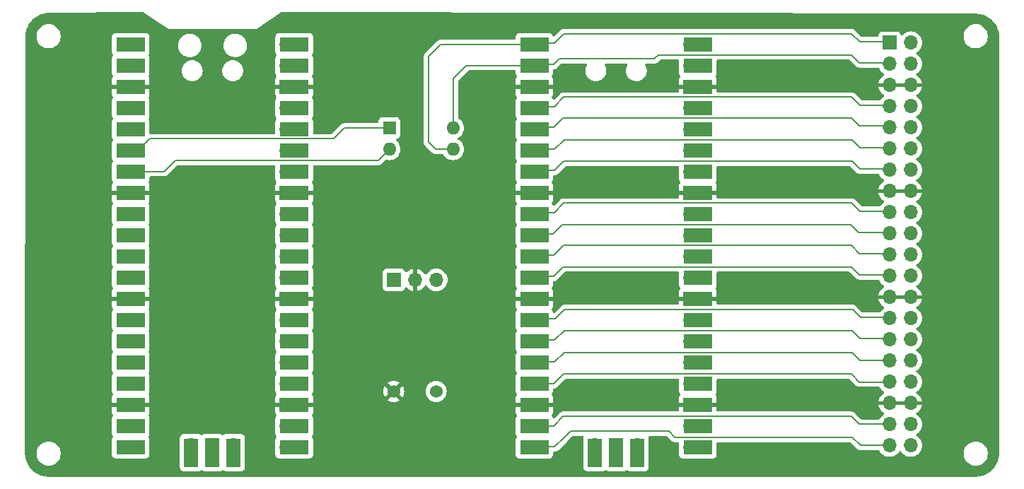
<source format=gbr>
%TF.GenerationSoftware,KiCad,Pcbnew,7.0.5-0*%
%TF.CreationDate,2023-11-23T17:12:17+00:00*%
%TF.ProjectId,PicoprobeTester,5069636f-7072-46f6-9265-546573746572,rev?*%
%TF.SameCoordinates,Original*%
%TF.FileFunction,Copper,L1,Top*%
%TF.FilePolarity,Positive*%
%FSLAX46Y46*%
G04 Gerber Fmt 4.6, Leading zero omitted, Abs format (unit mm)*
G04 Created by KiCad (PCBNEW 7.0.5-0) date 2023-11-23 17:12:17*
%MOMM*%
%LPD*%
G01*
G04 APERTURE LIST*
%TA.AperFunction,ComponentPad*%
%ADD10O,1.700000X1.700000*%
%TD*%
%TA.AperFunction,SMDPad,CuDef*%
%ADD11R,3.500000X1.700000*%
%TD*%
%TA.AperFunction,ComponentPad*%
%ADD12R,1.700000X1.700000*%
%TD*%
%TA.AperFunction,SMDPad,CuDef*%
%ADD13R,1.700000X3.500000*%
%TD*%
%TA.AperFunction,ComponentPad*%
%ADD14C,1.524000*%
%TD*%
%TA.AperFunction,ComponentPad*%
%ADD15R,1.600000X1.600000*%
%TD*%
%TA.AperFunction,ComponentPad*%
%ADD16O,1.600000X1.600000*%
%TD*%
%TA.AperFunction,Conductor*%
%ADD17C,0.150000*%
%TD*%
G04 APERTURE END LIST*
D10*
%TO.P,Target1,1,GPIO0*%
%TO.N,/TT_UART_Tx*%
X109050000Y-72965000D03*
D11*
X108150000Y-72965000D03*
D10*
%TO.P,Target1,2,GPIO1*%
%TO.N,/TT_UART_Rx*%
X109050000Y-75505000D03*
D11*
X108150000Y-75505000D03*
D12*
%TO.P,Target1,3,GND*%
%TO.N,GND*%
X109050000Y-78045000D03*
D11*
X108150000Y-78045000D03*
D10*
%TO.P,Target1,4,GPIO2*%
%TO.N,/TT_GPIO2*%
X109050000Y-80585000D03*
D11*
X108150000Y-80585000D03*
D10*
%TO.P,Target1,5,GPIO3*%
%TO.N,/TT_GPIO3*%
X109050000Y-83125000D03*
D11*
X108150000Y-83125000D03*
D10*
%TO.P,Target1,6,GPIO4*%
%TO.N,/TT_GPIO4*%
X109050000Y-85665000D03*
D11*
X108150000Y-85665000D03*
D10*
%TO.P,Target1,7,GPIO5*%
%TO.N,/TT_GPIO5*%
X109050000Y-88205000D03*
D11*
X108150000Y-88205000D03*
D12*
%TO.P,Target1,8,GND*%
%TO.N,GND*%
X109050000Y-90745000D03*
D11*
X108150000Y-90745000D03*
D10*
%TO.P,Target1,9,GPIO6*%
%TO.N,/TT_GPIO6*%
X109050000Y-93285000D03*
D11*
X108150000Y-93285000D03*
D10*
%TO.P,Target1,10,GPIO7*%
%TO.N,/TT_GPIO7*%
X109050000Y-95825000D03*
D11*
X108150000Y-95825000D03*
D10*
%TO.P,Target1,11,GPIO8*%
%TO.N,/TT_GPIO8*%
X109050000Y-98365000D03*
D11*
X108150000Y-98365000D03*
D10*
%TO.P,Target1,12,GPIO9*%
%TO.N,/TT_GPIO9*%
X109050000Y-100905000D03*
D11*
X108150000Y-100905000D03*
D12*
%TO.P,Target1,13,GND*%
%TO.N,GND*%
X109050000Y-103445000D03*
D11*
X108150000Y-103445000D03*
D10*
%TO.P,Target1,14,GPIO10*%
%TO.N,/TT_GPIO10*%
X109050000Y-105985000D03*
D11*
X108150000Y-105985000D03*
D10*
%TO.P,Target1,15,GPIO11*%
%TO.N,/TT_GPIO11*%
X109050000Y-108525000D03*
D11*
X108150000Y-108525000D03*
D10*
%TO.P,Target1,16,GPIO12*%
%TO.N,/TT_GPIO12*%
X109050000Y-111065000D03*
D11*
X108150000Y-111065000D03*
D10*
%TO.P,Target1,17,GPIO13*%
%TO.N,/TT_GPIO13*%
X109050000Y-113605000D03*
D11*
X108150000Y-113605000D03*
D12*
%TO.P,Target1,18,GND*%
%TO.N,GND*%
X109050000Y-116145000D03*
D11*
X108150000Y-116145000D03*
D10*
%TO.P,Target1,19,GPIO14*%
%TO.N,/TT_GPIO14*%
X109050000Y-118685000D03*
D11*
X108150000Y-118685000D03*
D10*
%TO.P,Target1,20,GPIO15*%
%TO.N,/TT_GPIO15*%
X109050000Y-121225000D03*
D11*
X108150000Y-121225000D03*
D10*
%TO.P,Target1,21,GPIO16*%
%TO.N,/TT_GPIO16*%
X126830000Y-121225000D03*
D11*
X127730000Y-121225000D03*
D10*
%TO.P,Target1,22,GPIO17*%
%TO.N,/TT_GPIO17*%
X126830000Y-118685000D03*
D11*
X127730000Y-118685000D03*
D12*
%TO.P,Target1,23,GND*%
%TO.N,GND*%
X126830000Y-116145000D03*
D11*
X127730000Y-116145000D03*
D10*
%TO.P,Target1,24,GPIO18*%
%TO.N,/TT_GPIO18*%
X126830000Y-113605000D03*
D11*
X127730000Y-113605000D03*
D10*
%TO.P,Target1,25,GPIO19*%
%TO.N,/TT_GPIO19*%
X126830000Y-111065000D03*
D11*
X127730000Y-111065000D03*
D10*
%TO.P,Target1,26,GPIO20*%
%TO.N,/TT_GPIO20*%
X126830000Y-108525000D03*
D11*
X127730000Y-108525000D03*
D10*
%TO.P,Target1,27,GPIO21*%
%TO.N,/TT_GPIO21*%
X126830000Y-105985000D03*
D11*
X127730000Y-105985000D03*
D12*
%TO.P,Target1,28,GND*%
%TO.N,GND*%
X126830000Y-103445000D03*
D11*
X127730000Y-103445000D03*
D10*
%TO.P,Target1,29,GPIO22*%
%TO.N,/TT_GPIO22*%
X126830000Y-100905000D03*
D11*
X127730000Y-100905000D03*
D10*
%TO.P,Target1,30,RUN*%
%TO.N,/TT_Run*%
X126830000Y-98365000D03*
D11*
X127730000Y-98365000D03*
D10*
%TO.P,Target1,31,GPIO26_ADC0*%
%TO.N,/TT_GPIO26*%
X126830000Y-95825000D03*
D11*
X127730000Y-95825000D03*
D10*
%TO.P,Target1,32,GPIO27_ADC1*%
%TO.N,/TT_GPIO27*%
X126830000Y-93285000D03*
D11*
X127730000Y-93285000D03*
D12*
%TO.P,Target1,33,AGND*%
%TO.N,GND*%
X126830000Y-90745000D03*
D11*
X127730000Y-90745000D03*
D10*
%TO.P,Target1,34,GPIO28_ADC2*%
%TO.N,/TT_GPIO28*%
X126830000Y-88205000D03*
D11*
X127730000Y-88205000D03*
D10*
%TO.P,Target1,35,ADC_VREF*%
%TO.N,/TT_ADC_VREF*%
X126830000Y-85665000D03*
D11*
X127730000Y-85665000D03*
D10*
%TO.P,Target1,36,3V3*%
%TO.N,/TT_3V3*%
X126830000Y-83125000D03*
D11*
X127730000Y-83125000D03*
D10*
%TO.P,Target1,37,3V3_EN*%
%TO.N,/TT_3V3_EN*%
X126830000Y-80585000D03*
D11*
X127730000Y-80585000D03*
D12*
%TO.P,Target1,38,GND*%
%TO.N,GND*%
X126830000Y-78045000D03*
D11*
X127730000Y-78045000D03*
D10*
%TO.P,Target1,39,VSYS*%
%TO.N,+5V*%
X126830000Y-75505000D03*
D11*
X127730000Y-75505000D03*
D10*
%TO.P,Target1,40,VBUS*%
%TO.N,/VBus*%
X126830000Y-72965000D03*
D11*
X127730000Y-72965000D03*
D10*
%TO.P,Target1,41,SWCLK*%
%TO.N,/SWCLK*%
X115400000Y-120995000D03*
D13*
X115400000Y-121895000D03*
D12*
%TO.P,Target1,42,GND*%
%TO.N,unconnected-(Target1-GND-Pad42)*%
X117940000Y-120995000D03*
D13*
X117940000Y-121895000D03*
D10*
%TO.P,Target1,43,SWDIO*%
%TO.N,/SWDIO*%
X120480000Y-120995000D03*
D13*
X120480000Y-121895000D03*
%TD*%
D12*
%TO.P,J2,1,Pin_1*%
%TO.N,/SWCLK*%
X91325000Y-101175000D03*
D10*
%TO.P,J2,2,Pin_2*%
%TO.N,GND*%
X93865000Y-101175000D03*
%TO.P,J2,3,Pin_3*%
%TO.N,/SWDIO*%
X96405000Y-101175000D03*
%TD*%
D14*
%TO.P,SW2,1,1*%
%TO.N,/TT_Run*%
X96393000Y-114554000D03*
%TO.P,SW2,2,2*%
%TO.N,GND*%
X91313000Y-114554000D03*
%TD*%
D12*
%TO.P,J1,1,Pin_1*%
%TO.N,/TT_UART_Tx*%
X150685000Y-72780000D03*
D10*
%TO.P,J1,2,Pin_2*%
%TO.N,/VBus*%
X153225000Y-72780000D03*
%TO.P,J1,3,Pin_3*%
%TO.N,/TT_UART_Rx*%
X150685000Y-75320000D03*
%TO.P,J1,4,Pin_4*%
%TO.N,+5V*%
X153225000Y-75320000D03*
%TO.P,J1,5,Pin_5*%
%TO.N,GND*%
X150685000Y-77860000D03*
%TO.P,J1,6,Pin_6*%
X153225000Y-77860000D03*
%TO.P,J1,7,Pin_7*%
%TO.N,/TT_GPIO2*%
X150685000Y-80400000D03*
%TO.P,J1,8,Pin_8*%
%TO.N,/TT_3V3_EN*%
X153225000Y-80400000D03*
%TO.P,J1,9,Pin_9*%
%TO.N,/TT_GPIO3*%
X150685000Y-82940000D03*
%TO.P,J1,10,Pin_10*%
%TO.N,/TT_3V3*%
X153225000Y-82940000D03*
%TO.P,J1,11,Pin_11*%
%TO.N,/TT_GPIO4*%
X150685000Y-85480000D03*
%TO.P,J1,12,Pin_12*%
%TO.N,/TT_ADC_VREF*%
X153225000Y-85480000D03*
%TO.P,J1,13,Pin_13*%
%TO.N,/TT_GPIO5*%
X150685000Y-88020000D03*
%TO.P,J1,14,Pin_14*%
%TO.N,/TT_GPIO28*%
X153225000Y-88020000D03*
%TO.P,J1,15,Pin_15*%
%TO.N,GND*%
X150685000Y-90560000D03*
%TO.P,J1,16,Pin_16*%
X153225000Y-90560000D03*
%TO.P,J1,17,Pin_17*%
%TO.N,/TT_GPIO6*%
X150685000Y-93100000D03*
%TO.P,J1,18,Pin_18*%
%TO.N,/TT_GPIO27*%
X153225000Y-93100000D03*
%TO.P,J1,19,Pin_19*%
%TO.N,/TT_GPIO7*%
X150685000Y-95640000D03*
%TO.P,J1,20,Pin_20*%
%TO.N,/TT_GPIO26*%
X153225000Y-95640000D03*
%TO.P,J1,21,Pin_21*%
%TO.N,/TT_GPIO8*%
X150685000Y-98180000D03*
%TO.P,J1,22,Pin_22*%
%TO.N,/TT_Run*%
X153225000Y-98180000D03*
%TO.P,J1,23,Pin_23*%
%TO.N,/TT_GPIO9*%
X150685000Y-100720000D03*
%TO.P,J1,24,Pin_24*%
%TO.N,/TT_GPIO22*%
X153225000Y-100720000D03*
%TO.P,J1,25,Pin_25*%
%TO.N,GND*%
X150685000Y-103260000D03*
%TO.P,J1,26,Pin_26*%
X153225000Y-103260000D03*
%TO.P,J1,27,Pin_27*%
%TO.N,/TT_GPIO10*%
X150685000Y-105800000D03*
%TO.P,J1,28,Pin_28*%
%TO.N,/TT_GPIO21*%
X153225000Y-105800000D03*
%TO.P,J1,29,Pin_29*%
%TO.N,/TT_GPIO11*%
X150685000Y-108340000D03*
%TO.P,J1,30,Pin_30*%
%TO.N,/TT_GPIO20*%
X153225000Y-108340000D03*
%TO.P,J1,31,Pin_31*%
%TO.N,/TT_GPIO12*%
X150685000Y-110880000D03*
%TO.P,J1,32,Pin_32*%
%TO.N,/TT_GPIO19*%
X153225000Y-110880000D03*
%TO.P,J1,33,Pin_33*%
%TO.N,/TT_GPIO13*%
X150685000Y-113420000D03*
%TO.P,J1,34,Pin_34*%
%TO.N,/TT_GPIO18*%
X153225000Y-113420000D03*
%TO.P,J1,35,Pin_35*%
%TO.N,GND*%
X150685000Y-115960000D03*
%TO.P,J1,36,Pin_36*%
X153225000Y-115960000D03*
%TO.P,J1,37,Pin_37*%
%TO.N,/TT_GPIO14*%
X150685000Y-118500000D03*
%TO.P,J1,38,Pin_38*%
%TO.N,/TT_GPIO17*%
X153225000Y-118500000D03*
%TO.P,J1,39,Pin_39*%
%TO.N,/TT_GPIO15*%
X150685000Y-121040000D03*
%TO.P,J1,40,Pin_40*%
%TO.N,/TT_GPIO16*%
X153225000Y-121040000D03*
%TD*%
D15*
%TO.P,SW1,1*%
%TO.N,/PP_UART_Rx*%
X90807500Y-83000000D03*
D16*
%TO.P,SW1,2*%
%TO.N,/PP_UART_Tx*%
X90807500Y-85540000D03*
%TO.P,SW1,3*%
%TO.N,/TT_UART_Tx*%
X98427500Y-85540000D03*
%TO.P,SW1,4*%
%TO.N,/TT_UART_Rx*%
X98427500Y-83000000D03*
%TD*%
D10*
%TO.P,PicoProbe1,1,GPIO0*%
%TO.N,unconnected-(PicoProbe1-GPIO0-Pad1)*%
X60720000Y-72960000D03*
D11*
X59820000Y-72960000D03*
D10*
%TO.P,PicoProbe1,2,GPIO1*%
%TO.N,unconnected-(PicoProbe1-GPIO1-Pad2)*%
X60720000Y-75500000D03*
D11*
X59820000Y-75500000D03*
D12*
%TO.P,PicoProbe1,3,GND*%
%TO.N,GND*%
X60720000Y-78040000D03*
D11*
X59820000Y-78040000D03*
D10*
%TO.P,PicoProbe1,4,GPIO2*%
%TO.N,/SWCLK*%
X60720000Y-80580000D03*
D11*
X59820000Y-80580000D03*
D10*
%TO.P,PicoProbe1,5,GPIO3*%
%TO.N,/SWDIO*%
X60720000Y-83120000D03*
D11*
X59820000Y-83120000D03*
D10*
%TO.P,PicoProbe1,6,GPIO4*%
%TO.N,/PP_UART_Rx*%
X60720000Y-85660000D03*
D11*
X59820000Y-85660000D03*
D10*
%TO.P,PicoProbe1,7,GPIO5*%
%TO.N,/PP_UART_Tx*%
X60720000Y-88200000D03*
D11*
X59820000Y-88200000D03*
D12*
%TO.P,PicoProbe1,8,GND*%
%TO.N,GND*%
X60720000Y-90740000D03*
D11*
X59820000Y-90740000D03*
D10*
%TO.P,PicoProbe1,9,GPIO6*%
%TO.N,unconnected-(PicoProbe1-GPIO6-Pad9)*%
X60720000Y-93280000D03*
D11*
X59820000Y-93280000D03*
D10*
%TO.P,PicoProbe1,10,GPIO7*%
%TO.N,unconnected-(PicoProbe1-GPIO7-Pad10)*%
X60720000Y-95820000D03*
D11*
X59820000Y-95820000D03*
D10*
%TO.P,PicoProbe1,11,GPIO8*%
%TO.N,unconnected-(PicoProbe1-GPIO8-Pad11)*%
X60720000Y-98360000D03*
D11*
X59820000Y-98360000D03*
D10*
%TO.P,PicoProbe1,12,GPIO9*%
%TO.N,unconnected-(PicoProbe1-GPIO9-Pad12)*%
X60720000Y-100900000D03*
D11*
X59820000Y-100900000D03*
D12*
%TO.P,PicoProbe1,13,GND*%
%TO.N,GND*%
X60720000Y-103440000D03*
D11*
X59820000Y-103440000D03*
D10*
%TO.P,PicoProbe1,14,GPIO10*%
%TO.N,unconnected-(PicoProbe1-GPIO10-Pad14)*%
X60720000Y-105980000D03*
D11*
X59820000Y-105980000D03*
D10*
%TO.P,PicoProbe1,15,GPIO11*%
%TO.N,unconnected-(PicoProbe1-GPIO11-Pad15)*%
X60720000Y-108520000D03*
D11*
X59820000Y-108520000D03*
D10*
%TO.P,PicoProbe1,16,GPIO12*%
%TO.N,unconnected-(PicoProbe1-GPIO12-Pad16)*%
X60720000Y-111060000D03*
D11*
X59820000Y-111060000D03*
D10*
%TO.P,PicoProbe1,17,GPIO13*%
%TO.N,unconnected-(PicoProbe1-GPIO13-Pad17)*%
X60720000Y-113600000D03*
D11*
X59820000Y-113600000D03*
D12*
%TO.P,PicoProbe1,18,GND*%
%TO.N,GND*%
X60720000Y-116140000D03*
D11*
X59820000Y-116140000D03*
D10*
%TO.P,PicoProbe1,19,GPIO14*%
%TO.N,unconnected-(PicoProbe1-GPIO14-Pad19)*%
X60720000Y-118680000D03*
D11*
X59820000Y-118680000D03*
D10*
%TO.P,PicoProbe1,20,GPIO15*%
%TO.N,unconnected-(PicoProbe1-GPIO15-Pad20)*%
X60720000Y-121220000D03*
D11*
X59820000Y-121220000D03*
D10*
%TO.P,PicoProbe1,21,GPIO16*%
%TO.N,unconnected-(PicoProbe1-GPIO16-Pad21)*%
X78500000Y-121220000D03*
D11*
X79400000Y-121220000D03*
D10*
%TO.P,PicoProbe1,22,GPIO17*%
%TO.N,unconnected-(PicoProbe1-GPIO17-Pad22)*%
X78500000Y-118680000D03*
D11*
X79400000Y-118680000D03*
D12*
%TO.P,PicoProbe1,23,GND*%
%TO.N,GND*%
X78500000Y-116140000D03*
D11*
X79400000Y-116140000D03*
D10*
%TO.P,PicoProbe1,24,GPIO18*%
%TO.N,unconnected-(PicoProbe1-GPIO18-Pad24)*%
X78500000Y-113600000D03*
D11*
X79400000Y-113600000D03*
D10*
%TO.P,PicoProbe1,25,GPIO19*%
%TO.N,unconnected-(PicoProbe1-GPIO19-Pad25)*%
X78500000Y-111060000D03*
D11*
X79400000Y-111060000D03*
D10*
%TO.P,PicoProbe1,26,GPIO20*%
%TO.N,unconnected-(PicoProbe1-GPIO20-Pad26)*%
X78500000Y-108520000D03*
D11*
X79400000Y-108520000D03*
D10*
%TO.P,PicoProbe1,27,GPIO21*%
%TO.N,unconnected-(PicoProbe1-GPIO21-Pad27)*%
X78500000Y-105980000D03*
D11*
X79400000Y-105980000D03*
D12*
%TO.P,PicoProbe1,28,GND*%
%TO.N,GND*%
X78500000Y-103440000D03*
D11*
X79400000Y-103440000D03*
D10*
%TO.P,PicoProbe1,29,GPIO22*%
%TO.N,unconnected-(PicoProbe1-GPIO22-Pad29)*%
X78500000Y-100900000D03*
D11*
X79400000Y-100900000D03*
D10*
%TO.P,PicoProbe1,30,RUN*%
%TO.N,unconnected-(PicoProbe1-RUN-Pad30)*%
X78500000Y-98360000D03*
D11*
X79400000Y-98360000D03*
D10*
%TO.P,PicoProbe1,31,GPIO26_ADC0*%
%TO.N,unconnected-(PicoProbe1-GPIO26_ADC0-Pad31)*%
X78500000Y-95820000D03*
D11*
X79400000Y-95820000D03*
D10*
%TO.P,PicoProbe1,32,GPIO27_ADC1*%
%TO.N,unconnected-(PicoProbe1-GPIO27_ADC1-Pad32)*%
X78500000Y-93280000D03*
D11*
X79400000Y-93280000D03*
D12*
%TO.P,PicoProbe1,33,AGND*%
%TO.N,GND*%
X78500000Y-90740000D03*
D11*
X79400000Y-90740000D03*
D10*
%TO.P,PicoProbe1,34,GPIO28_ADC2*%
%TO.N,unconnected-(PicoProbe1-GPIO28_ADC2-Pad34)*%
X78500000Y-88200000D03*
D11*
X79400000Y-88200000D03*
D10*
%TO.P,PicoProbe1,35,ADC_VREF*%
%TO.N,unconnected-(PicoProbe1-ADC_VREF-Pad35)*%
X78500000Y-85660000D03*
D11*
X79400000Y-85660000D03*
D10*
%TO.P,PicoProbe1,36,3V3*%
%TO.N,unconnected-(PicoProbe1-3V3-Pad36)*%
X78500000Y-83120000D03*
D11*
X79400000Y-83120000D03*
D10*
%TO.P,PicoProbe1,37,3V3_EN*%
%TO.N,unconnected-(PicoProbe1-3V3_EN-Pad37)*%
X78500000Y-80580000D03*
D11*
X79400000Y-80580000D03*
D12*
%TO.P,PicoProbe1,38,GND*%
%TO.N,GND*%
X78500000Y-78040000D03*
D11*
X79400000Y-78040000D03*
D10*
%TO.P,PicoProbe1,39,VSYS*%
%TO.N,+5V*%
X78500000Y-75500000D03*
D11*
X79400000Y-75500000D03*
D10*
%TO.P,PicoProbe1,40,VBUS*%
%TO.N,/VBus*%
X78500000Y-72960000D03*
D11*
X79400000Y-72960000D03*
D10*
%TO.P,PicoProbe1,41,SWCLK*%
%TO.N,/SWCLK*%
X67070000Y-120990000D03*
D13*
X67070000Y-121890000D03*
D12*
%TO.P,PicoProbe1,42,GND*%
%TO.N,unconnected-(PicoProbe1-GND-Pad42)*%
X69610000Y-120990000D03*
D13*
X69610000Y-121890000D03*
D10*
%TO.P,PicoProbe1,43,SWDIO*%
%TO.N,/SWDIO*%
X72150000Y-120990000D03*
D13*
X72150000Y-121890000D03*
%TD*%
D17*
%TO.N,/TT_UART_Tx*%
X111650000Y-71725000D02*
X146150000Y-71725000D01*
X146150000Y-71725000D02*
X147100000Y-72675000D01*
X96961000Y-72965000D02*
X109050000Y-72965000D01*
X95504000Y-84709000D02*
X95504000Y-74422000D01*
X98427500Y-85540000D02*
X96335000Y-85540000D01*
X109100000Y-72860000D02*
X110515000Y-72860000D01*
X96335000Y-85540000D02*
X95504000Y-84709000D01*
X110515000Y-72860000D02*
X111650000Y-71725000D01*
X147100000Y-72675000D02*
X150735000Y-72675000D01*
X95504000Y-74422000D02*
X96961000Y-72965000D01*
%TO.N,/TT_UART_Rx*%
X98427500Y-77086500D02*
X100009000Y-75505000D01*
X122525000Y-74700000D02*
X111150000Y-74700000D01*
X98427500Y-83000000D02*
X98427500Y-77086500D01*
X100009000Y-75505000D02*
X109050000Y-75505000D01*
X150710000Y-75175000D02*
X147075000Y-75175000D01*
X147075000Y-75175000D02*
X146125000Y-74225000D01*
X146125000Y-74225000D02*
X123000000Y-74225000D01*
X111150000Y-74700000D02*
X110490000Y-75360000D01*
X110490000Y-75360000D02*
X109075000Y-75360000D01*
X123000000Y-74225000D02*
X122525000Y-74700000D01*
%TO.N,/TT_GPIO2*%
X147100000Y-80250000D02*
X150735000Y-80250000D01*
X111650000Y-79300000D02*
X146150000Y-79300000D01*
X110515000Y-80435000D02*
X111650000Y-79300000D01*
X109100000Y-80435000D02*
X110515000Y-80435000D01*
X146150000Y-79300000D02*
X147100000Y-80250000D01*
%TO.N,/PP_UART_Tx*%
X89479500Y-86868000D02*
X90807500Y-85540000D01*
X65151000Y-86868000D02*
X89479500Y-86868000D01*
X63819000Y-88200000D02*
X65151000Y-86868000D01*
X60720000Y-88200000D02*
X63819000Y-88200000D01*
%TO.N,/PP_UART_Rx*%
X85402000Y-83000000D02*
X90807500Y-83000000D01*
X62085000Y-84295000D02*
X84107000Y-84295000D01*
X84107000Y-84295000D02*
X85402000Y-83000000D01*
X60720000Y-85660000D02*
X62085000Y-84295000D01*
%TO.N,/TT_GPIO3*%
X147050000Y-82750000D02*
X150685000Y-82750000D01*
X109050000Y-82935000D02*
X110465000Y-82935000D01*
X110465000Y-82935000D02*
X111600000Y-81800000D01*
X111600000Y-81800000D02*
X146100000Y-81800000D01*
X146100000Y-81800000D02*
X147050000Y-82750000D01*
%TO.N,/TT_GPIO4*%
X109150000Y-85535000D02*
X110565000Y-85535000D01*
X146200000Y-84400000D02*
X147150000Y-85350000D01*
X110565000Y-85535000D02*
X111700000Y-84400000D01*
X111700000Y-84400000D02*
X146200000Y-84400000D01*
X147150000Y-85350000D02*
X150785000Y-85350000D01*
%TO.N,/TT_GPIO5*%
X111675000Y-86950000D02*
X146175000Y-86950000D01*
X147125000Y-87900000D02*
X150760000Y-87900000D01*
X109125000Y-88085000D02*
X110540000Y-88085000D01*
X146175000Y-86950000D02*
X147125000Y-87900000D01*
X110540000Y-88085000D02*
X111675000Y-86950000D01*
%TO.N,/TT_GPIO6*%
X147100000Y-92950000D02*
X150735000Y-92950000D01*
X146150000Y-92000000D02*
X147100000Y-92950000D01*
X111650000Y-92000000D02*
X146150000Y-92000000D01*
X110515000Y-93135000D02*
X111650000Y-92000000D01*
X109100000Y-93135000D02*
X110515000Y-93135000D01*
%TO.N,/TT_GPIO7*%
X146950000Y-95500000D02*
X150585000Y-95500000D01*
X146000000Y-94550000D02*
X146950000Y-95500000D01*
X111500000Y-94550000D02*
X146000000Y-94550000D01*
X110365000Y-95685000D02*
X111500000Y-94550000D01*
X108950000Y-95685000D02*
X110365000Y-95685000D01*
%TO.N,/TT_GPIO8*%
X111625000Y-97075000D02*
X146125000Y-97075000D01*
X146125000Y-97075000D02*
X147075000Y-98025000D01*
X109075000Y-98210000D02*
X110490000Y-98210000D01*
X110490000Y-98210000D02*
X111625000Y-97075000D01*
X147075000Y-98025000D02*
X150710000Y-98025000D01*
%TO.N,/TT_GPIO9*%
X109050000Y-100760000D02*
X110465000Y-100760000D01*
X147050000Y-100575000D02*
X150685000Y-100575000D01*
X146100000Y-99625000D02*
X147050000Y-100575000D01*
X111600000Y-99625000D02*
X146100000Y-99625000D01*
X110465000Y-100760000D02*
X111600000Y-99625000D01*
%TO.N,/TT_GPIO10*%
X146275000Y-104750000D02*
X147225000Y-105700000D01*
X110640000Y-105885000D02*
X111775000Y-104750000D01*
X109225000Y-105885000D02*
X110640000Y-105885000D01*
X147225000Y-105700000D02*
X150860000Y-105700000D01*
X111775000Y-104750000D02*
X146275000Y-104750000D01*
%TO.N,/TT_GPIO11*%
X111700000Y-107250000D02*
X146200000Y-107250000D01*
X146200000Y-107250000D02*
X147150000Y-108200000D01*
X110565000Y-108385000D02*
X111700000Y-107250000D01*
X147150000Y-108200000D02*
X150785000Y-108200000D01*
X109150000Y-108385000D02*
X110565000Y-108385000D01*
%TO.N,/TT_GPIO12*%
X147150000Y-110825000D02*
X150785000Y-110825000D01*
X109150000Y-111010000D02*
X110565000Y-111010000D01*
X111700000Y-109875000D02*
X146200000Y-109875000D01*
X146200000Y-109875000D02*
X147150000Y-110825000D01*
X110565000Y-111010000D02*
X111700000Y-109875000D01*
%TO.N,/TT_GPIO13*%
X111625000Y-112475000D02*
X146125000Y-112475000D01*
X146125000Y-112475000D02*
X147075000Y-113425000D01*
X147075000Y-113425000D02*
X150710000Y-113425000D01*
X109075000Y-113610000D02*
X110490000Y-113610000D01*
X110490000Y-113610000D02*
X111625000Y-112475000D01*
%TO.N,/TT_GPIO14*%
X146100000Y-117550000D02*
X147050000Y-118500000D01*
X110465000Y-118685000D02*
X111600000Y-117550000D01*
X109050000Y-118685000D02*
X110465000Y-118685000D01*
X111600000Y-117550000D02*
X146100000Y-117550000D01*
X147050000Y-118500000D02*
X150685000Y-118500000D01*
%TO.N,/TT_GPIO15*%
X147182500Y-121000000D02*
X146232500Y-120050000D01*
X112475000Y-119325000D02*
X111750000Y-120050000D01*
X124975000Y-120050000D02*
X124250000Y-119325000D01*
X150817500Y-121000000D02*
X147182500Y-121000000D01*
X111732500Y-120050000D02*
X110597500Y-121185000D01*
X110597500Y-121185000D02*
X109182500Y-121185000D01*
X111750000Y-120050000D02*
X111732500Y-120050000D01*
X146232500Y-120050000D02*
X124975000Y-120050000D01*
X124250000Y-119325000D02*
X112475000Y-119325000D01*
%TD*%
%TA.AperFunction,Conductor*%
%TO.N,GND*%
G36*
X145902297Y-113070185D02*
G01*
X145922939Y-113086819D01*
X146638520Y-113802400D01*
X146643861Y-113808490D01*
X146664549Y-113835451D01*
X146664548Y-113835451D01*
X146694724Y-113858606D01*
X146694727Y-113858607D01*
X146694729Y-113858609D01*
X146694732Y-113858612D01*
X146784767Y-113927699D01*
X146784769Y-113927700D01*
X146784768Y-113927700D01*
X146883754Y-113968700D01*
X146883760Y-113968702D01*
X146924764Y-113985687D01*
X147037280Y-114000500D01*
X147037281Y-114000500D01*
X147039294Y-114000765D01*
X147039317Y-114000767D01*
X147075000Y-114005465D01*
X147075001Y-114005465D01*
X147084813Y-114004173D01*
X147108683Y-114001030D01*
X147116781Y-114000500D01*
X149386582Y-114000500D01*
X149453621Y-114020185D01*
X149498964Y-114072094D01*
X149510965Y-114097830D01*
X149646501Y-114291396D01*
X149646506Y-114291402D01*
X149813597Y-114458493D01*
X149813603Y-114458498D01*
X149901403Y-114519976D01*
X149954968Y-114557483D01*
X149999594Y-114588730D01*
X150043219Y-114643307D01*
X150050413Y-114712805D01*
X150018890Y-114775160D01*
X149999595Y-114791880D01*
X149813922Y-114921890D01*
X149813920Y-114921891D01*
X149646891Y-115088920D01*
X149646886Y-115088926D01*
X149511400Y-115282420D01*
X149511399Y-115282422D01*
X149411570Y-115496507D01*
X149411567Y-115496513D01*
X149354364Y-115709999D01*
X149354364Y-115710000D01*
X150251314Y-115710000D01*
X150225507Y-115750156D01*
X150185000Y-115888111D01*
X150185000Y-116031889D01*
X150225507Y-116169844D01*
X150251314Y-116210000D01*
X149354364Y-116210000D01*
X149411567Y-116423486D01*
X149411570Y-116423492D01*
X149511399Y-116637578D01*
X149646894Y-116831082D01*
X149813917Y-116998105D01*
X149999595Y-117128119D01*
X150043219Y-117182696D01*
X150050412Y-117252195D01*
X150018890Y-117314549D01*
X149999595Y-117331269D01*
X149813594Y-117461508D01*
X149646505Y-117628597D01*
X149510967Y-117822166D01*
X149510963Y-117822174D01*
X149496634Y-117852904D01*
X149450462Y-117905344D01*
X149384252Y-117924500D01*
X147339742Y-117924500D01*
X147272703Y-117904815D01*
X147252061Y-117888181D01*
X146536489Y-117172609D01*
X146531136Y-117166506D01*
X146514510Y-117144839D01*
X146510451Y-117139549D01*
X146510449Y-117139547D01*
X146510448Y-117139546D01*
X146482731Y-117118278D01*
X146482706Y-117118258D01*
X146393458Y-117049777D01*
X146391924Y-117048432D01*
X146390232Y-117047301D01*
X146367401Y-117037844D01*
X146250236Y-116989313D01*
X146183756Y-116980560D01*
X146133695Y-116973970D01*
X146133695Y-116973969D01*
X146104092Y-116970073D01*
X146100000Y-116969535D01*
X146099999Y-116969535D01*
X146099998Y-116969535D01*
X146080965Y-116972040D01*
X146066317Y-116973969D01*
X146058219Y-116974500D01*
X130104000Y-116974500D01*
X130036961Y-116954815D01*
X129991206Y-116902011D01*
X129980000Y-116850500D01*
X129980000Y-116395000D01*
X127275572Y-116395000D01*
X127298682Y-116359040D01*
X127340000Y-116218327D01*
X127340000Y-116071673D01*
X127298682Y-115930960D01*
X127275572Y-115895000D01*
X129980000Y-115895000D01*
X129980000Y-115247172D01*
X129979999Y-115247155D01*
X129973598Y-115187627D01*
X129973596Y-115187620D01*
X129923354Y-115052913D01*
X129923352Y-115052910D01*
X129846110Y-114949729D01*
X129821692Y-114884265D01*
X129836543Y-114815992D01*
X129846105Y-114801111D01*
X129923796Y-114697331D01*
X129974091Y-114562483D01*
X129980500Y-114502873D01*
X129980499Y-113174499D01*
X130000184Y-113107461D01*
X130052987Y-113061706D01*
X130104499Y-113050500D01*
X145835258Y-113050500D01*
X145902297Y-113070185D01*
G37*
%TD.AperFunction*%
%TA.AperFunction,Conductor*%
G36*
X125422539Y-113070185D02*
G01*
X125468294Y-113122989D01*
X125479500Y-113174500D01*
X125479499Y-113543321D01*
X125479263Y-113548726D01*
X125474778Y-113599999D01*
X125474341Y-113605000D01*
X125478826Y-113656272D01*
X125479264Y-113661271D01*
X125479500Y-113666677D01*
X125479500Y-114502870D01*
X125479501Y-114502876D01*
X125485908Y-114562483D01*
X125536202Y-114697328D01*
X125536206Y-114697335D01*
X125613889Y-114801105D01*
X125638307Y-114866569D01*
X125623456Y-114934842D01*
X125613890Y-114949727D01*
X125536647Y-115052910D01*
X125536645Y-115052913D01*
X125486403Y-115187620D01*
X125486401Y-115187627D01*
X125480000Y-115247155D01*
X125480000Y-115895000D01*
X126384428Y-115895000D01*
X126361318Y-115930960D01*
X126320000Y-116071673D01*
X126320000Y-116218327D01*
X126361318Y-116359040D01*
X126384428Y-116395000D01*
X125480000Y-116395000D01*
X125480000Y-116850500D01*
X125460315Y-116917539D01*
X125407511Y-116963294D01*
X125356000Y-116974500D01*
X111641781Y-116974500D01*
X111633682Y-116973969D01*
X111613265Y-116971281D01*
X111600001Y-116969535D01*
X111599999Y-116969535D01*
X111564654Y-116974188D01*
X111564625Y-116974190D01*
X111428437Y-116992119D01*
X111427630Y-116993267D01*
X111397857Y-117010813D01*
X111309766Y-117047302D01*
X111221366Y-117115132D01*
X111221367Y-117115133D01*
X111189548Y-117139550D01*
X111168861Y-117166507D01*
X111163510Y-117172608D01*
X110588799Y-117747319D01*
X110527476Y-117780804D01*
X110457784Y-117775820D01*
X110401851Y-117733948D01*
X110384936Y-117702971D01*
X110343797Y-117592671D01*
X110343795Y-117592668D01*
X110340052Y-117587668D01*
X110266109Y-117488893D01*
X110241692Y-117423430D01*
X110256543Y-117355157D01*
X110266110Y-117340271D01*
X110343352Y-117237089D01*
X110343354Y-117237086D01*
X110393596Y-117102379D01*
X110393598Y-117102372D01*
X110399999Y-117042844D01*
X110400000Y-117042827D01*
X110400000Y-116395000D01*
X109495572Y-116395000D01*
X109518682Y-116359040D01*
X109560000Y-116218327D01*
X109560000Y-116071673D01*
X109518682Y-115930960D01*
X109495572Y-115895000D01*
X110400000Y-115895000D01*
X110400000Y-115247172D01*
X110399999Y-115247155D01*
X110393598Y-115187627D01*
X110393596Y-115187620D01*
X110343354Y-115052913D01*
X110343352Y-115052910D01*
X110266110Y-114949729D01*
X110241692Y-114884265D01*
X110256543Y-114815992D01*
X110266105Y-114801111D01*
X110343796Y-114697331D01*
X110394091Y-114562483D01*
X110400500Y-114502873D01*
X110400499Y-114310991D01*
X110420185Y-114243953D01*
X110472989Y-114198198D01*
X110508314Y-114188053D01*
X110527714Y-114185500D01*
X110527720Y-114185500D01*
X110640236Y-114170687D01*
X110780233Y-114112698D01*
X110799609Y-114097830D01*
X110870268Y-114043612D01*
X110870267Y-114043612D01*
X110878360Y-114037403D01*
X110878364Y-114037398D01*
X110900451Y-114020451D01*
X110921138Y-113993489D01*
X110926480Y-113987398D01*
X111827060Y-113086819D01*
X111888384Y-113053334D01*
X111914742Y-113050500D01*
X125355500Y-113050500D01*
X125422539Y-113070185D01*
G37*
%TD.AperFunction*%
%TA.AperFunction,Conductor*%
G36*
X152765507Y-115750156D02*
G01*
X152725000Y-115888111D01*
X152725000Y-116031889D01*
X152765507Y-116169844D01*
X152791314Y-116210000D01*
X151118686Y-116210000D01*
X151144493Y-116169844D01*
X151185000Y-116031889D01*
X151185000Y-115888111D01*
X151144493Y-115750156D01*
X151118686Y-115710000D01*
X152791314Y-115710000D01*
X152765507Y-115750156D01*
G37*
%TD.AperFunction*%
%TA.AperFunction,Conductor*%
G36*
X125422539Y-100220185D02*
G01*
X125468294Y-100272989D01*
X125479500Y-100324500D01*
X125479500Y-100843322D01*
X125479264Y-100848728D01*
X125474779Y-100899998D01*
X125474341Y-100905000D01*
X125478826Y-100956272D01*
X125479264Y-100961271D01*
X125479500Y-100966677D01*
X125479500Y-101802870D01*
X125479501Y-101802876D01*
X125485908Y-101862483D01*
X125536202Y-101997328D01*
X125536206Y-101997335D01*
X125613889Y-102101105D01*
X125638307Y-102166569D01*
X125623456Y-102234842D01*
X125613890Y-102249727D01*
X125536647Y-102352910D01*
X125536645Y-102352913D01*
X125486403Y-102487620D01*
X125486401Y-102487627D01*
X125480000Y-102547155D01*
X125480000Y-103195000D01*
X126384428Y-103195000D01*
X126361318Y-103230960D01*
X126320000Y-103371673D01*
X126320000Y-103518327D01*
X126361318Y-103659040D01*
X126384428Y-103695000D01*
X125480000Y-103695000D01*
X125480000Y-104050500D01*
X125460315Y-104117539D01*
X125407511Y-104163294D01*
X125356000Y-104174500D01*
X111816781Y-104174500D01*
X111808682Y-104173969D01*
X111788265Y-104171281D01*
X111775001Y-104169535D01*
X111774999Y-104169535D01*
X111739654Y-104174188D01*
X111739625Y-104174191D01*
X111610957Y-104191129D01*
X111598050Y-104200378D01*
X111484767Y-104247301D01*
X111396366Y-104315132D01*
X111396367Y-104315133D01*
X111364548Y-104339550D01*
X111343861Y-104366507D01*
X111338511Y-104372608D01*
X110605461Y-105105658D01*
X110544138Y-105139143D01*
X110474447Y-105134159D01*
X110418513Y-105092287D01*
X110395990Y-105035040D01*
X110395876Y-105035068D01*
X110395687Y-105034271D01*
X110394490Y-105031227D01*
X110394091Y-105027517D01*
X110343797Y-104892671D01*
X110343795Y-104892668D01*
X110340052Y-104887668D01*
X110266109Y-104788893D01*
X110241692Y-104723430D01*
X110256543Y-104655157D01*
X110266110Y-104640271D01*
X110343352Y-104537089D01*
X110343354Y-104537086D01*
X110393596Y-104402379D01*
X110393598Y-104402372D01*
X110399999Y-104342844D01*
X110400000Y-104342827D01*
X110400000Y-103695000D01*
X109495572Y-103695000D01*
X109518682Y-103659040D01*
X109560000Y-103518327D01*
X109560000Y-103371673D01*
X109518682Y-103230960D01*
X109495572Y-103195000D01*
X110400000Y-103195000D01*
X110400000Y-102547172D01*
X110399999Y-102547155D01*
X110393598Y-102487627D01*
X110393596Y-102487620D01*
X110343354Y-102352913D01*
X110343352Y-102352910D01*
X110266110Y-102249729D01*
X110241692Y-102184265D01*
X110256543Y-102115992D01*
X110266105Y-102101111D01*
X110343796Y-101997331D01*
X110394091Y-101862483D01*
X110400500Y-101802873D01*
X110400500Y-101457702D01*
X110420185Y-101390663D01*
X110472989Y-101344908D01*
X110508312Y-101334763D01*
X110615236Y-101320687D01*
X110755233Y-101262698D01*
X110782341Y-101241896D01*
X110803143Y-101225936D01*
X110803143Y-101225934D01*
X110845268Y-101193612D01*
X110845268Y-101193611D01*
X110853358Y-101187404D01*
X110853362Y-101187399D01*
X110875451Y-101170451D01*
X110896138Y-101143489D01*
X110901480Y-101137398D01*
X111802060Y-100236819D01*
X111863384Y-100203334D01*
X111889742Y-100200500D01*
X125355500Y-100200500D01*
X125422539Y-100220185D01*
G37*
%TD.AperFunction*%
%TA.AperFunction,Conductor*%
G36*
X145877297Y-100220185D02*
G01*
X145897939Y-100236819D01*
X146613520Y-100952400D01*
X146618861Y-100958490D01*
X146639549Y-100985451D01*
X146639548Y-100985451D01*
X146669724Y-101008606D01*
X146669727Y-101008607D01*
X146669729Y-101008609D01*
X146669732Y-101008612D01*
X146759767Y-101077699D01*
X146759769Y-101077700D01*
X146759768Y-101077700D01*
X146858754Y-101118700D01*
X146858760Y-101118702D01*
X146899764Y-101135687D01*
X147012280Y-101150500D01*
X147012281Y-101150500D01*
X147014294Y-101150765D01*
X147014317Y-101150767D01*
X147050000Y-101155465D01*
X147050001Y-101155465D01*
X147059813Y-101154173D01*
X147083683Y-101151030D01*
X147091781Y-101150500D01*
X149316636Y-101150500D01*
X149383675Y-101170185D01*
X149429018Y-101222095D01*
X149510965Y-101397830D01*
X149510967Y-101397834D01*
X149586565Y-101505798D01*
X149646501Y-101591396D01*
X149646506Y-101591402D01*
X149813597Y-101758493D01*
X149813603Y-101758498D01*
X149886567Y-101809588D01*
X149959141Y-101860405D01*
X149999594Y-101888730D01*
X150043219Y-101943307D01*
X150050413Y-102012805D01*
X150018890Y-102075160D01*
X149999595Y-102091880D01*
X149813922Y-102221890D01*
X149813920Y-102221891D01*
X149646891Y-102388920D01*
X149646886Y-102388926D01*
X149511400Y-102582420D01*
X149511399Y-102582422D01*
X149411570Y-102796507D01*
X149411567Y-102796513D01*
X149354364Y-103009999D01*
X149354364Y-103010000D01*
X150251314Y-103010000D01*
X150225507Y-103050156D01*
X150185000Y-103188111D01*
X150185000Y-103331889D01*
X150225507Y-103469844D01*
X150251314Y-103510000D01*
X149354364Y-103510000D01*
X149411567Y-103723486D01*
X149411570Y-103723492D01*
X149511399Y-103937578D01*
X149646894Y-104131082D01*
X149813917Y-104298105D01*
X149999595Y-104428119D01*
X150043219Y-104482696D01*
X150050412Y-104552195D01*
X150018890Y-104614549D01*
X149999595Y-104631269D01*
X149813594Y-104761508D01*
X149646506Y-104928596D01*
X149546359Y-105071623D01*
X149491782Y-105115248D01*
X149444784Y-105124500D01*
X147514742Y-105124500D01*
X147447703Y-105104815D01*
X147427061Y-105088181D01*
X146711489Y-104372609D01*
X146706136Y-104366506D01*
X146687966Y-104342827D01*
X146685451Y-104339549D01*
X146685449Y-104339547D01*
X146685448Y-104339546D01*
X146657731Y-104318278D01*
X146657705Y-104318258D01*
X146565050Y-104247161D01*
X146563351Y-104246522D01*
X146451949Y-104200378D01*
X146425236Y-104189313D01*
X146358756Y-104180560D01*
X146308695Y-104173970D01*
X146308695Y-104173969D01*
X146279092Y-104170073D01*
X146275000Y-104169535D01*
X146274999Y-104169535D01*
X146274998Y-104169535D01*
X146255965Y-104172040D01*
X146241317Y-104173969D01*
X146233219Y-104174500D01*
X130104000Y-104174500D01*
X130036961Y-104154815D01*
X129991206Y-104102011D01*
X129980000Y-104050500D01*
X129980000Y-103695000D01*
X127275572Y-103695000D01*
X127298682Y-103659040D01*
X127340000Y-103518327D01*
X127340000Y-103371673D01*
X127298682Y-103230960D01*
X127275572Y-103195000D01*
X129980000Y-103195000D01*
X129980000Y-102547172D01*
X129979999Y-102547155D01*
X129973598Y-102487627D01*
X129973596Y-102487620D01*
X129923354Y-102352913D01*
X129923352Y-102352910D01*
X129846110Y-102249729D01*
X129821692Y-102184265D01*
X129836543Y-102115992D01*
X129846105Y-102101111D01*
X129923796Y-101997331D01*
X129974091Y-101862483D01*
X129980500Y-101802873D01*
X129980499Y-100324499D01*
X130000184Y-100257461D01*
X130052987Y-100211706D01*
X130104499Y-100200500D01*
X145810258Y-100200500D01*
X145877297Y-100220185D01*
G37*
%TD.AperFunction*%
%TA.AperFunction,Conductor*%
G36*
X152765507Y-103050156D02*
G01*
X152725000Y-103188111D01*
X152725000Y-103331889D01*
X152765507Y-103469844D01*
X152791314Y-103510000D01*
X151118686Y-103510000D01*
X151144493Y-103469844D01*
X151185000Y-103331889D01*
X151185000Y-103188111D01*
X151144493Y-103050156D01*
X151118686Y-103010000D01*
X152791314Y-103010000D01*
X152765507Y-103050156D01*
G37*
%TD.AperFunction*%
%TA.AperFunction,Conductor*%
G36*
X145952297Y-87545185D02*
G01*
X145972939Y-87561819D01*
X146688520Y-88277400D01*
X146693861Y-88283490D01*
X146714549Y-88310451D01*
X146714548Y-88310451D01*
X146744724Y-88333606D01*
X146744727Y-88333607D01*
X146744729Y-88333609D01*
X146744732Y-88333612D01*
X146834767Y-88402699D01*
X146913735Y-88435408D01*
X146974764Y-88460687D01*
X147087280Y-88475500D01*
X147087281Y-88475500D01*
X147089294Y-88475765D01*
X147089317Y-88475767D01*
X147125000Y-88480465D01*
X147125001Y-88480465D01*
X147134813Y-88479173D01*
X147158683Y-88476030D01*
X147166781Y-88475500D01*
X149328294Y-88475500D01*
X149395333Y-88495185D01*
X149440675Y-88547094D01*
X149459610Y-88587699D01*
X149510965Y-88697830D01*
X149510967Y-88697834D01*
X149605235Y-88832461D01*
X149646501Y-88891396D01*
X149646506Y-88891402D01*
X149813597Y-89058493D01*
X149813603Y-89058498D01*
X149901403Y-89119976D01*
X149954968Y-89157483D01*
X149999594Y-89188730D01*
X150043219Y-89243307D01*
X150050413Y-89312805D01*
X150018890Y-89375160D01*
X149999595Y-89391880D01*
X149813922Y-89521890D01*
X149813920Y-89521891D01*
X149646891Y-89688920D01*
X149646886Y-89688926D01*
X149511400Y-89882420D01*
X149511399Y-89882422D01*
X149411570Y-90096507D01*
X149411567Y-90096513D01*
X149354364Y-90309999D01*
X149354364Y-90310000D01*
X150251314Y-90310000D01*
X150225507Y-90350156D01*
X150185000Y-90488111D01*
X150185000Y-90631889D01*
X150225507Y-90769844D01*
X150251314Y-90810000D01*
X149354364Y-90810000D01*
X149411567Y-91023486D01*
X149411570Y-91023492D01*
X149511399Y-91237578D01*
X149646894Y-91431082D01*
X149813917Y-91598105D01*
X149999595Y-91728119D01*
X150043219Y-91782696D01*
X150050412Y-91852195D01*
X150018890Y-91914549D01*
X149999595Y-91931269D01*
X149813594Y-92061508D01*
X149646506Y-92228597D01*
X149646501Y-92228603D01*
X149581369Y-92321623D01*
X149526792Y-92365248D01*
X149479794Y-92374500D01*
X147389742Y-92374500D01*
X147322703Y-92354815D01*
X147302061Y-92338181D01*
X146586489Y-91622609D01*
X146581136Y-91616506D01*
X146567016Y-91598105D01*
X146560451Y-91589549D01*
X146560449Y-91589547D01*
X146560448Y-91589546D01*
X146532731Y-91568278D01*
X146532705Y-91568257D01*
X146456476Y-91509765D01*
X146447697Y-91500392D01*
X146300239Y-91439314D01*
X146300237Y-91439313D01*
X146300236Y-91439313D01*
X146233756Y-91430560D01*
X146183695Y-91423970D01*
X146183695Y-91423969D01*
X146154092Y-91420073D01*
X146150000Y-91419535D01*
X146149999Y-91419535D01*
X146149998Y-91419535D01*
X146130965Y-91422040D01*
X146116317Y-91423969D01*
X146108219Y-91424500D01*
X130104000Y-91424500D01*
X130036961Y-91404815D01*
X129991206Y-91352011D01*
X129980000Y-91300500D01*
X129980000Y-90995000D01*
X127275572Y-90995000D01*
X127298682Y-90959040D01*
X127340000Y-90818327D01*
X127340000Y-90671673D01*
X127298682Y-90530960D01*
X127275572Y-90495000D01*
X129980000Y-90495000D01*
X129980000Y-89847172D01*
X129979999Y-89847155D01*
X129973598Y-89787627D01*
X129973596Y-89787620D01*
X129923354Y-89652913D01*
X129923352Y-89652910D01*
X129846110Y-89549729D01*
X129821692Y-89484265D01*
X129836543Y-89415992D01*
X129846105Y-89401111D01*
X129923796Y-89297331D01*
X129974091Y-89162483D01*
X129980500Y-89102873D01*
X129980499Y-87649499D01*
X130000184Y-87582461D01*
X130052987Y-87536706D01*
X130104499Y-87525500D01*
X145885258Y-87525500D01*
X145952297Y-87545185D01*
G37*
%TD.AperFunction*%
%TA.AperFunction,Conductor*%
G36*
X125422539Y-87545185D02*
G01*
X125468294Y-87597989D01*
X125479500Y-87649500D01*
X125479500Y-88143322D01*
X125479264Y-88148728D01*
X125474779Y-88199998D01*
X125474341Y-88205000D01*
X125478826Y-88256271D01*
X125479264Y-88261271D01*
X125479500Y-88266677D01*
X125479500Y-89102870D01*
X125479501Y-89102876D01*
X125485908Y-89162483D01*
X125536202Y-89297328D01*
X125536206Y-89297335D01*
X125613889Y-89401105D01*
X125638307Y-89466569D01*
X125623456Y-89534842D01*
X125613890Y-89549727D01*
X125536647Y-89652910D01*
X125536645Y-89652913D01*
X125486403Y-89787620D01*
X125486401Y-89787627D01*
X125480000Y-89847155D01*
X125480000Y-90495000D01*
X126384428Y-90495000D01*
X126361318Y-90530960D01*
X126320000Y-90671673D01*
X126320000Y-90818327D01*
X126361318Y-90959040D01*
X126384428Y-90995000D01*
X125480000Y-90995000D01*
X125480000Y-91300500D01*
X125460315Y-91367539D01*
X125407511Y-91413294D01*
X125356000Y-91424500D01*
X111691781Y-91424500D01*
X111683682Y-91423969D01*
X111663265Y-91421281D01*
X111650001Y-91419535D01*
X111650000Y-91419535D01*
X111640560Y-91420777D01*
X111616316Y-91423969D01*
X111616315Y-91423968D01*
X111451539Y-91445661D01*
X111428994Y-91467940D01*
X111417670Y-91473317D01*
X111359767Y-91497301D01*
X111271366Y-91565132D01*
X111271367Y-91565133D01*
X111239548Y-91589550D01*
X111218861Y-91616507D01*
X111213510Y-91622608D01*
X110561634Y-92274484D01*
X110500311Y-92307969D01*
X110430619Y-92302985D01*
X110374686Y-92261113D01*
X110357771Y-92230137D01*
X110343796Y-92192669D01*
X110343795Y-92192668D01*
X110340052Y-92187668D01*
X110266109Y-92088893D01*
X110241692Y-92023430D01*
X110256543Y-91955157D01*
X110266110Y-91940271D01*
X110343352Y-91837089D01*
X110343354Y-91837086D01*
X110393596Y-91702379D01*
X110393598Y-91702372D01*
X110399999Y-91642844D01*
X110400000Y-91642827D01*
X110400000Y-90995000D01*
X109495572Y-90995000D01*
X109518682Y-90959040D01*
X109560000Y-90818327D01*
X109560000Y-90671673D01*
X109518682Y-90530960D01*
X109495572Y-90495000D01*
X110400000Y-90495000D01*
X110400000Y-89847172D01*
X110399999Y-89847155D01*
X110393598Y-89787627D01*
X110393596Y-89787620D01*
X110343354Y-89652913D01*
X110343352Y-89652910D01*
X110266110Y-89549729D01*
X110241692Y-89484265D01*
X110256543Y-89415992D01*
X110266105Y-89401111D01*
X110343796Y-89297331D01*
X110394091Y-89162483D01*
X110400500Y-89102873D01*
X110400500Y-88788493D01*
X110420185Y-88721455D01*
X110472989Y-88675700D01*
X110531872Y-88666877D01*
X110531873Y-88665465D01*
X110540000Y-88665465D01*
X110575785Y-88660754D01*
X110575809Y-88660751D01*
X110577715Y-88660500D01*
X110577720Y-88660500D01*
X110690236Y-88645687D01*
X110830233Y-88587698D01*
X110856587Y-88567474D01*
X110876811Y-88551958D01*
X110876811Y-88551956D01*
X110920268Y-88518612D01*
X110920268Y-88518611D01*
X110928358Y-88512404D01*
X110928362Y-88512399D01*
X110950451Y-88495451D01*
X110971138Y-88468489D01*
X110976480Y-88462398D01*
X111877060Y-87561819D01*
X111938384Y-87528334D01*
X111964742Y-87525500D01*
X125355500Y-87525500D01*
X125422539Y-87545185D01*
G37*
%TD.AperFunction*%
%TA.AperFunction,Conductor*%
G36*
X152765507Y-90350156D02*
G01*
X152725000Y-90488111D01*
X152725000Y-90631889D01*
X152765507Y-90769844D01*
X152791314Y-90810000D01*
X151118686Y-90810000D01*
X151144493Y-90769844D01*
X151185000Y-90631889D01*
X151185000Y-90488111D01*
X151144493Y-90350156D01*
X151118686Y-90310000D01*
X152791314Y-90310000D01*
X152765507Y-90350156D01*
G37*
%TD.AperFunction*%
%TA.AperFunction,Conductor*%
G36*
X145902297Y-74820185D02*
G01*
X145922939Y-74836819D01*
X146638520Y-75552400D01*
X146643861Y-75558490D01*
X146664549Y-75585451D01*
X146664548Y-75585451D01*
X146694724Y-75608606D01*
X146694727Y-75608607D01*
X146694729Y-75608609D01*
X146694732Y-75608612D01*
X146784767Y-75677699D01*
X146784769Y-75677700D01*
X146784768Y-75677700D01*
X146883754Y-75718700D01*
X146883760Y-75718702D01*
X146924764Y-75735687D01*
X147037280Y-75750500D01*
X147037281Y-75750500D01*
X147039294Y-75750765D01*
X147039317Y-75750767D01*
X147075000Y-75755465D01*
X147075001Y-75755465D01*
X147084813Y-75754173D01*
X147108683Y-75751030D01*
X147116781Y-75750500D01*
X149316636Y-75750500D01*
X149383675Y-75770185D01*
X149429018Y-75822095D01*
X149510965Y-75997830D01*
X149510967Y-75997834D01*
X149612243Y-76142470D01*
X149646501Y-76191396D01*
X149646506Y-76191402D01*
X149813597Y-76358493D01*
X149813603Y-76358498D01*
X149879147Y-76404392D01*
X149989732Y-76481825D01*
X149999594Y-76488730D01*
X150043219Y-76543307D01*
X150050413Y-76612805D01*
X150018890Y-76675160D01*
X149999595Y-76691880D01*
X149813922Y-76821890D01*
X149813920Y-76821891D01*
X149646891Y-76988920D01*
X149646886Y-76988926D01*
X149511400Y-77182420D01*
X149511399Y-77182422D01*
X149411570Y-77396507D01*
X149411567Y-77396513D01*
X149354364Y-77609999D01*
X149354364Y-77610000D01*
X150251314Y-77610000D01*
X150225507Y-77650156D01*
X150185000Y-77788111D01*
X150185000Y-77931889D01*
X150225507Y-78069844D01*
X150251314Y-78110000D01*
X149354364Y-78110000D01*
X149411567Y-78323486D01*
X149411570Y-78323492D01*
X149511399Y-78537578D01*
X149646894Y-78731082D01*
X149813917Y-78898105D01*
X149999595Y-79028119D01*
X150043219Y-79082696D01*
X150050412Y-79152195D01*
X150018890Y-79214549D01*
X149999595Y-79231269D01*
X149813594Y-79361508D01*
X149646506Y-79528597D01*
X149646501Y-79528603D01*
X149581369Y-79621623D01*
X149526792Y-79665248D01*
X149479794Y-79674500D01*
X147389742Y-79674500D01*
X147322703Y-79654815D01*
X147302061Y-79638181D01*
X146586489Y-78922609D01*
X146581136Y-78916506D01*
X146567016Y-78898105D01*
X146560451Y-78889549D01*
X146560449Y-78889547D01*
X146560448Y-78889546D01*
X146532731Y-78868278D01*
X146532706Y-78868258D01*
X146443458Y-78799777D01*
X146441924Y-78798432D01*
X146440232Y-78797301D01*
X146382329Y-78773317D01*
X146300236Y-78739313D01*
X146233756Y-78730560D01*
X146183695Y-78723970D01*
X146183695Y-78723969D01*
X146154092Y-78720073D01*
X146150000Y-78719535D01*
X146149999Y-78719535D01*
X146149998Y-78719535D01*
X146130965Y-78722040D01*
X146116317Y-78723969D01*
X146108219Y-78724500D01*
X130104000Y-78724500D01*
X130036961Y-78704815D01*
X129991206Y-78652011D01*
X129980000Y-78600500D01*
X129980000Y-78295000D01*
X127275572Y-78295000D01*
X127298682Y-78259040D01*
X127340000Y-78118327D01*
X127340000Y-77971673D01*
X127298682Y-77830960D01*
X127275572Y-77795000D01*
X129980000Y-77795000D01*
X129980000Y-77147172D01*
X129979999Y-77147155D01*
X129973598Y-77087627D01*
X129973596Y-77087620D01*
X129923354Y-76952913D01*
X129923352Y-76952910D01*
X129846110Y-76849729D01*
X129821692Y-76784265D01*
X129836543Y-76715992D01*
X129846105Y-76701111D01*
X129923796Y-76597331D01*
X129974091Y-76462483D01*
X129980500Y-76402873D01*
X129980499Y-74924499D01*
X130000184Y-74857461D01*
X130052987Y-74811706D01*
X130104499Y-74800500D01*
X145835258Y-74800500D01*
X145902297Y-74820185D01*
G37*
%TD.AperFunction*%
%TA.AperFunction,Conductor*%
G36*
X125422539Y-74820185D02*
G01*
X125468294Y-74872989D01*
X125479500Y-74924500D01*
X125479500Y-75443322D01*
X125479264Y-75448728D01*
X125474779Y-75499998D01*
X125474341Y-75505000D01*
X125478826Y-75556272D01*
X125479264Y-75561271D01*
X125479500Y-75566677D01*
X125479500Y-76402870D01*
X125479501Y-76402876D01*
X125485908Y-76462483D01*
X125536202Y-76597328D01*
X125536206Y-76597335D01*
X125613889Y-76701105D01*
X125638307Y-76766569D01*
X125623456Y-76834842D01*
X125613890Y-76849727D01*
X125536647Y-76952910D01*
X125536645Y-76952913D01*
X125486403Y-77087620D01*
X125486401Y-77087627D01*
X125480000Y-77147155D01*
X125480000Y-77795000D01*
X126384428Y-77795000D01*
X126361318Y-77830960D01*
X126320000Y-77971673D01*
X126320000Y-78118327D01*
X126361318Y-78259040D01*
X126384428Y-78295000D01*
X125480000Y-78295000D01*
X125480000Y-78600500D01*
X125460315Y-78667539D01*
X125407511Y-78713294D01*
X125356000Y-78724500D01*
X111691781Y-78724500D01*
X111683682Y-78723969D01*
X111663265Y-78721281D01*
X111650001Y-78719535D01*
X111650000Y-78719535D01*
X111640560Y-78720777D01*
X111616316Y-78723969D01*
X111616315Y-78723968D01*
X111451539Y-78745661D01*
X111428994Y-78767940D01*
X111417670Y-78773317D01*
X111359767Y-78797301D01*
X111271366Y-78865132D01*
X111271367Y-78865133D01*
X111239548Y-78889550D01*
X111218861Y-78916507D01*
X111213510Y-78922608D01*
X110561634Y-79574484D01*
X110500311Y-79607969D01*
X110430619Y-79602985D01*
X110374686Y-79561113D01*
X110357771Y-79530137D01*
X110343796Y-79492669D01*
X110343795Y-79492668D01*
X110340052Y-79487668D01*
X110266109Y-79388893D01*
X110241692Y-79323430D01*
X110256543Y-79255157D01*
X110266110Y-79240271D01*
X110343352Y-79137089D01*
X110343354Y-79137086D01*
X110393596Y-79002379D01*
X110393598Y-79002372D01*
X110399999Y-78942844D01*
X110400000Y-78942827D01*
X110400000Y-78295000D01*
X109495572Y-78295000D01*
X109518682Y-78259040D01*
X109560000Y-78118327D01*
X109560000Y-77971673D01*
X109518682Y-77830960D01*
X109495572Y-77795000D01*
X110400000Y-77795000D01*
X110400000Y-77147172D01*
X110399999Y-77147155D01*
X110393598Y-77087627D01*
X110393596Y-77087620D01*
X110343354Y-76952913D01*
X110343352Y-76952910D01*
X110266110Y-76849729D01*
X110241692Y-76784265D01*
X110256543Y-76715992D01*
X110266105Y-76701111D01*
X110343796Y-76597331D01*
X110394091Y-76462483D01*
X110400500Y-76402873D01*
X110400500Y-76060991D01*
X110420185Y-75993953D01*
X110472989Y-75948198D01*
X110508314Y-75938053D01*
X110527714Y-75935500D01*
X110527720Y-75935500D01*
X110640236Y-75920687D01*
X110780233Y-75862698D01*
X110794230Y-75851958D01*
X110870268Y-75793612D01*
X110870269Y-75793609D01*
X110878357Y-75787404D01*
X110878358Y-75787402D01*
X110900451Y-75770451D01*
X110921138Y-75743489D01*
X110926480Y-75737398D01*
X111352060Y-75311819D01*
X111413384Y-75278334D01*
X111439742Y-75275500D01*
X114345045Y-75275500D01*
X114412084Y-75295185D01*
X114457839Y-75347989D01*
X114467783Y-75417147D01*
X114446622Y-75470620D01*
X114431399Y-75492363D01*
X114427897Y-75497364D01*
X114427891Y-75497374D01*
X114424457Y-75504738D01*
X114415572Y-75520628D01*
X114409363Y-75530034D01*
X114373498Y-75613944D01*
X114372679Y-75615778D01*
X114335426Y-75695664D01*
X114335424Y-75695671D01*
X114332425Y-75706860D01*
X114326681Y-75723475D01*
X114320899Y-75737005D01*
X114320896Y-75737014D01*
X114301318Y-75822789D01*
X114300760Y-75825038D01*
X114278793Y-75907022D01*
X114278793Y-75907023D01*
X114277112Y-75926226D01*
X114275793Y-75934619D01*
X114275011Y-75938052D01*
X114270809Y-75956459D01*
X114270809Y-75956464D01*
X114267007Y-76041088D01*
X114266834Y-76043708D01*
X114259722Y-76124995D01*
X114259723Y-76125003D01*
X114261688Y-76147470D01*
X114261862Y-76155660D01*
X114260709Y-76181324D01*
X114260710Y-76181328D01*
X114260710Y-76181330D01*
X114264091Y-76206293D01*
X114271641Y-76262031D01*
X114271966Y-76264949D01*
X114278792Y-76342972D01*
X114278795Y-76342987D01*
X114285482Y-76367941D01*
X114287034Y-76375670D01*
X114290924Y-76404381D01*
X114290926Y-76404392D01*
X114315075Y-76478713D01*
X114315997Y-76481825D01*
X114335423Y-76554324D01*
X114335427Y-76554336D01*
X114347736Y-76580732D01*
X114350512Y-76587779D01*
X114360483Y-76618464D01*
X114395970Y-76684411D01*
X114397558Y-76687576D01*
X114427898Y-76752639D01*
X114434151Y-76761569D01*
X114446490Y-76779191D01*
X114450303Y-76785378D01*
X114467146Y-76816678D01*
X114467152Y-76816687D01*
X114511792Y-76872663D01*
X114514106Y-76875758D01*
X114548055Y-76924241D01*
X114553402Y-76931877D01*
X114553405Y-76931880D01*
X114578646Y-76957121D01*
X114583283Y-76962309D01*
X114607492Y-76992666D01*
X114658959Y-77037632D01*
X114662008Y-77040483D01*
X114708116Y-77086592D01*
X114708122Y-77086597D01*
X114708123Y-77086598D01*
X114709583Y-77087620D01*
X114740055Y-77108957D01*
X114745290Y-77113057D01*
X114777004Y-77140765D01*
X114777013Y-77140771D01*
X114832849Y-77174131D01*
X114836613Y-77176568D01*
X114887359Y-77212101D01*
X114887364Y-77212104D01*
X114909917Y-77222620D01*
X114925677Y-77229969D01*
X114931271Y-77232935D01*
X114968349Y-77255088D01*
X114970236Y-77256215D01*
X114988828Y-77263192D01*
X115028083Y-77277925D01*
X115032503Y-77279782D01*
X115085670Y-77304575D01*
X115085674Y-77304577D01*
X115113926Y-77312146D01*
X115129677Y-77316366D01*
X115135413Y-77318207D01*
X115152264Y-77324531D01*
X115180976Y-77335307D01*
X115238545Y-77345754D01*
X115243511Y-77346868D01*
X115297023Y-77361207D01*
X115345689Y-77365464D01*
X115351306Y-77366218D01*
X115402453Y-77375500D01*
X115457691Y-77375500D01*
X115463092Y-77375735D01*
X115491548Y-77378225D01*
X115514998Y-77380277D01*
X115515000Y-77380277D01*
X115566694Y-77375754D01*
X115569284Y-77375583D01*
X115571121Y-77375500D01*
X115571155Y-77375500D01*
X115621087Y-77371005D01*
X115625173Y-77370638D01*
X115625180Y-77370724D01*
X115625477Y-77370611D01*
X115732977Y-77361207D01*
X115733000Y-77361200D01*
X115733475Y-77361117D01*
X115738713Y-77360419D01*
X115739188Y-77360377D01*
X115842997Y-77331726D01*
X115944330Y-77304575D01*
X115944334Y-77304572D01*
X115951254Y-77302053D01*
X115955948Y-77300554D01*
X115956170Y-77300493D01*
X115956181Y-77300487D01*
X115956183Y-77300487D01*
X115980949Y-77288560D01*
X116050454Y-77255088D01*
X116142639Y-77212102D01*
X116142648Y-77212095D01*
X116147327Y-77209395D01*
X116147400Y-77209522D01*
X116158164Y-77203218D01*
X116158973Y-77202829D01*
X116241156Y-77143118D01*
X116321877Y-77086598D01*
X116322747Y-77085727D01*
X116337550Y-77073084D01*
X116341078Y-77070522D01*
X116408674Y-76999820D01*
X116409562Y-76998911D01*
X116476598Y-76931877D01*
X116479285Y-76928039D01*
X116491239Y-76913465D01*
X116496629Y-76907828D01*
X116496628Y-76907828D01*
X116496632Y-76907825D01*
X116548746Y-76828873D01*
X116549596Y-76827623D01*
X116602102Y-76752639D01*
X116605543Y-76745259D01*
X116614432Y-76729364D01*
X116620635Y-76719968D01*
X116656507Y-76636038D01*
X116657284Y-76634297D01*
X116694575Y-76554330D01*
X116697570Y-76543148D01*
X116703325Y-76526505D01*
X116709103Y-76512988D01*
X116728676Y-76427228D01*
X116729233Y-76424983D01*
X116730573Y-76419983D01*
X116751207Y-76342977D01*
X116752887Y-76323766D01*
X116754206Y-76315377D01*
X116755347Y-76310377D01*
X116759191Y-76293537D01*
X116762992Y-76208871D01*
X116763158Y-76206363D01*
X116770277Y-76125000D01*
X116768310Y-76102528D01*
X116768137Y-76094334D01*
X116769290Y-76068670D01*
X116758353Y-75987939D01*
X116758034Y-75985067D01*
X116751207Y-75907023D01*
X116744515Y-75882053D01*
X116742963Y-75874322D01*
X116742816Y-75873240D01*
X116740951Y-75859468D01*
X116739076Y-75845618D01*
X116739075Y-75845616D01*
X116739075Y-75845613D01*
X116714921Y-75771276D01*
X116713998Y-75768161D01*
X116712658Y-75763161D01*
X116702025Y-75723475D01*
X116694576Y-75695673D01*
X116692244Y-75690673D01*
X116682266Y-75669274D01*
X116679488Y-75662222D01*
X116669519Y-75631541D01*
X116669517Y-75631537D01*
X116669517Y-75631536D01*
X116656988Y-75608253D01*
X116634027Y-75565583D01*
X116632432Y-75562405D01*
X116617336Y-75530032D01*
X116602102Y-75497362D01*
X116583509Y-75470810D01*
X116579696Y-75464622D01*
X116576271Y-75458255D01*
X116561840Y-75389892D01*
X116586659Y-75324580D01*
X116642850Y-75283054D01*
X116685467Y-75275500D01*
X119195045Y-75275500D01*
X119262084Y-75295185D01*
X119307839Y-75347989D01*
X119317783Y-75417147D01*
X119296622Y-75470620D01*
X119281399Y-75492363D01*
X119277897Y-75497364D01*
X119277891Y-75497374D01*
X119274457Y-75504738D01*
X119265572Y-75520628D01*
X119259363Y-75530034D01*
X119223498Y-75613944D01*
X119222679Y-75615778D01*
X119185426Y-75695664D01*
X119185424Y-75695671D01*
X119182425Y-75706860D01*
X119176681Y-75723475D01*
X119170899Y-75737005D01*
X119170896Y-75737014D01*
X119151318Y-75822789D01*
X119150760Y-75825038D01*
X119128793Y-75907022D01*
X119128793Y-75907023D01*
X119127112Y-75926226D01*
X119125793Y-75934619D01*
X119125011Y-75938052D01*
X119120809Y-75956459D01*
X119120809Y-75956464D01*
X119117007Y-76041088D01*
X119116834Y-76043708D01*
X119109722Y-76124995D01*
X119109723Y-76125003D01*
X119111688Y-76147470D01*
X119111862Y-76155660D01*
X119110709Y-76181324D01*
X119110710Y-76181328D01*
X119110710Y-76181330D01*
X119114091Y-76206293D01*
X119121641Y-76262031D01*
X119121966Y-76264949D01*
X119128792Y-76342972D01*
X119128795Y-76342987D01*
X119135482Y-76367941D01*
X119137034Y-76375670D01*
X119140924Y-76404381D01*
X119140926Y-76404392D01*
X119165075Y-76478713D01*
X119165997Y-76481825D01*
X119185423Y-76554324D01*
X119185427Y-76554336D01*
X119197736Y-76580732D01*
X119200512Y-76587779D01*
X119210483Y-76618464D01*
X119245970Y-76684411D01*
X119247558Y-76687576D01*
X119277898Y-76752639D01*
X119284151Y-76761569D01*
X119296490Y-76779191D01*
X119300303Y-76785378D01*
X119317146Y-76816678D01*
X119317152Y-76816687D01*
X119361792Y-76872663D01*
X119364106Y-76875758D01*
X119398055Y-76924241D01*
X119403402Y-76931877D01*
X119403405Y-76931880D01*
X119428646Y-76957121D01*
X119433283Y-76962309D01*
X119457492Y-76992666D01*
X119508959Y-77037632D01*
X119512008Y-77040483D01*
X119558116Y-77086592D01*
X119558122Y-77086597D01*
X119558123Y-77086598D01*
X119559583Y-77087620D01*
X119590055Y-77108957D01*
X119595290Y-77113057D01*
X119627004Y-77140765D01*
X119627013Y-77140771D01*
X119682849Y-77174131D01*
X119686613Y-77176568D01*
X119737359Y-77212101D01*
X119737364Y-77212104D01*
X119759917Y-77222620D01*
X119775677Y-77229969D01*
X119781271Y-77232935D01*
X119818349Y-77255088D01*
X119820236Y-77256215D01*
X119838828Y-77263192D01*
X119878083Y-77277925D01*
X119882503Y-77279782D01*
X119935670Y-77304575D01*
X119935674Y-77304577D01*
X119963926Y-77312146D01*
X119979677Y-77316366D01*
X119985413Y-77318207D01*
X120002264Y-77324531D01*
X120030976Y-77335307D01*
X120088545Y-77345754D01*
X120093511Y-77346868D01*
X120147023Y-77361207D01*
X120195689Y-77365464D01*
X120201306Y-77366218D01*
X120252453Y-77375500D01*
X120307691Y-77375500D01*
X120313092Y-77375735D01*
X120341548Y-77378225D01*
X120364998Y-77380277D01*
X120365000Y-77380277D01*
X120416694Y-77375754D01*
X120419284Y-77375583D01*
X120421121Y-77375500D01*
X120421155Y-77375500D01*
X120471087Y-77371005D01*
X120475173Y-77370638D01*
X120475180Y-77370724D01*
X120475477Y-77370611D01*
X120582977Y-77361207D01*
X120583000Y-77361200D01*
X120583475Y-77361117D01*
X120588713Y-77360419D01*
X120589188Y-77360377D01*
X120692997Y-77331726D01*
X120794330Y-77304575D01*
X120794334Y-77304572D01*
X120801254Y-77302053D01*
X120805948Y-77300554D01*
X120806170Y-77300493D01*
X120806181Y-77300487D01*
X120806183Y-77300487D01*
X120830949Y-77288560D01*
X120900454Y-77255088D01*
X120992639Y-77212102D01*
X120992648Y-77212095D01*
X120997327Y-77209395D01*
X120997400Y-77209522D01*
X121008164Y-77203218D01*
X121008973Y-77202829D01*
X121091156Y-77143118D01*
X121171877Y-77086598D01*
X121172747Y-77085727D01*
X121187550Y-77073084D01*
X121191078Y-77070522D01*
X121258674Y-76999820D01*
X121259562Y-76998911D01*
X121326598Y-76931877D01*
X121329285Y-76928039D01*
X121341239Y-76913465D01*
X121346629Y-76907828D01*
X121346628Y-76907828D01*
X121346632Y-76907825D01*
X121398746Y-76828873D01*
X121399596Y-76827623D01*
X121452102Y-76752639D01*
X121455543Y-76745259D01*
X121464432Y-76729364D01*
X121470635Y-76719968D01*
X121506507Y-76636038D01*
X121507284Y-76634297D01*
X121544575Y-76554330D01*
X121547570Y-76543148D01*
X121553325Y-76526505D01*
X121559103Y-76512988D01*
X121578676Y-76427228D01*
X121579233Y-76424983D01*
X121580573Y-76419983D01*
X121601207Y-76342977D01*
X121602887Y-76323766D01*
X121604206Y-76315377D01*
X121605347Y-76310377D01*
X121609191Y-76293537D01*
X121612992Y-76208871D01*
X121613158Y-76206363D01*
X121620277Y-76125000D01*
X121618310Y-76102528D01*
X121618137Y-76094334D01*
X121619290Y-76068670D01*
X121608353Y-75987939D01*
X121608034Y-75985067D01*
X121601207Y-75907023D01*
X121594515Y-75882053D01*
X121592963Y-75874322D01*
X121592816Y-75873240D01*
X121590951Y-75859468D01*
X121589076Y-75845618D01*
X121589075Y-75845616D01*
X121589075Y-75845613D01*
X121564921Y-75771276D01*
X121563998Y-75768161D01*
X121562658Y-75763161D01*
X121552025Y-75723475D01*
X121544576Y-75695673D01*
X121542244Y-75690673D01*
X121532266Y-75669274D01*
X121529488Y-75662222D01*
X121519519Y-75631541D01*
X121519517Y-75631537D01*
X121519517Y-75631536D01*
X121506988Y-75608253D01*
X121484027Y-75565583D01*
X121482432Y-75562405D01*
X121467336Y-75530032D01*
X121452102Y-75497362D01*
X121433509Y-75470810D01*
X121429696Y-75464622D01*
X121426271Y-75458255D01*
X121411840Y-75389892D01*
X121436659Y-75324580D01*
X121492850Y-75283054D01*
X121535467Y-75275500D01*
X122483219Y-75275500D01*
X122491317Y-75276030D01*
X122508813Y-75278334D01*
X122524999Y-75280465D01*
X122525000Y-75280465D01*
X122560785Y-75275754D01*
X122560809Y-75275751D01*
X122562715Y-75275500D01*
X122562720Y-75275500D01*
X122675236Y-75260687D01*
X122815233Y-75202698D01*
X122852010Y-75174478D01*
X122905268Y-75133612D01*
X122905267Y-75133612D01*
X122913360Y-75127403D01*
X122913364Y-75127398D01*
X122935451Y-75110451D01*
X122955298Y-75084586D01*
X122956134Y-75083496D01*
X122961480Y-75077398D01*
X123202060Y-74836819D01*
X123263384Y-74803334D01*
X123289742Y-74800500D01*
X125355500Y-74800500D01*
X125422539Y-74820185D01*
G37*
%TD.AperFunction*%
%TA.AperFunction,Conductor*%
G36*
X152765507Y-77650156D02*
G01*
X152725000Y-77788111D01*
X152725000Y-77931889D01*
X152765507Y-78069844D01*
X152791314Y-78110000D01*
X151118686Y-78110000D01*
X151144493Y-78069844D01*
X151185000Y-77931889D01*
X151185000Y-77788111D01*
X151144493Y-77650156D01*
X151118686Y-77610000D01*
X152791314Y-77610000D01*
X152765507Y-77650156D01*
G37*
%TD.AperFunction*%
%TA.AperFunction,Conductor*%
G36*
X159635639Y-69300459D02*
G01*
X159635976Y-69300500D01*
X159649901Y-69300500D01*
X159650098Y-69300500D01*
X160998258Y-69300500D01*
X161001735Y-69300598D01*
X161060324Y-69303887D01*
X161115589Y-69306991D01*
X161320857Y-69319407D01*
X161327480Y-69320169D01*
X161474406Y-69345132D01*
X161645119Y-69376417D01*
X161651078Y-69377817D01*
X161800035Y-69420731D01*
X161801186Y-69421077D01*
X161960554Y-69470739D01*
X161965770Y-69472628D01*
X162111303Y-69532909D01*
X162112901Y-69533600D01*
X162262827Y-69601076D01*
X162267342Y-69603335D01*
X162317419Y-69631012D01*
X162406230Y-69680097D01*
X162408314Y-69681302D01*
X162547888Y-69765677D01*
X162551690Y-69768169D01*
X162681679Y-69860402D01*
X162683994Y-69862128D01*
X162811896Y-69962333D01*
X162814974Y-69964909D01*
X162934050Y-70071322D01*
X162936577Y-70073712D01*
X163051286Y-70188421D01*
X163053676Y-70190948D01*
X163160089Y-70310024D01*
X163162665Y-70313102D01*
X163262860Y-70440992D01*
X163264610Y-70443338D01*
X163356827Y-70573306D01*
X163359321Y-70577110D01*
X163443696Y-70716684D01*
X163444901Y-70718768D01*
X163521657Y-70857645D01*
X163523932Y-70862192D01*
X163591378Y-71012051D01*
X163592116Y-71013759D01*
X163648742Y-71150468D01*
X163652361Y-71159204D01*
X163654268Y-71164470D01*
X163682404Y-71254762D01*
X163703901Y-71323748D01*
X163704286Y-71325029D01*
X163747176Y-71473902D01*
X163748584Y-71479894D01*
X163779873Y-71650630D01*
X163804828Y-71797510D01*
X163805592Y-71804157D01*
X163818013Y-72009505D01*
X163824401Y-72123255D01*
X163824499Y-72126760D01*
X163801923Y-121950698D01*
X163801826Y-121954148D01*
X163795439Y-122067836D01*
X163783012Y-122273270D01*
X163782248Y-122279917D01*
X163757303Y-122426725D01*
X163725999Y-122597542D01*
X163724591Y-122603534D01*
X163681728Y-122752308D01*
X163681344Y-122753589D01*
X163631689Y-122912935D01*
X163629776Y-122918219D01*
X163569526Y-123063671D01*
X163568784Y-123065389D01*
X163501353Y-123215214D01*
X163499078Y-123219762D01*
X163422306Y-123358668D01*
X163421101Y-123360753D01*
X163336744Y-123500295D01*
X163334250Y-123504099D01*
X163242025Y-123634078D01*
X163240265Y-123636437D01*
X163140070Y-123764326D01*
X163137494Y-123767404D01*
X163031105Y-123886453D01*
X163028715Y-123888980D01*
X162913980Y-124003715D01*
X162911453Y-124006105D01*
X162792404Y-124112494D01*
X162789326Y-124115070D01*
X162661437Y-124215265D01*
X162659078Y-124217025D01*
X162529099Y-124309250D01*
X162525295Y-124311744D01*
X162385753Y-124396101D01*
X162383668Y-124397306D01*
X162244762Y-124474078D01*
X162240214Y-124476353D01*
X162090389Y-124543784D01*
X162088671Y-124544526D01*
X161943219Y-124604776D01*
X161937935Y-124606689D01*
X161778589Y-124656344D01*
X161777308Y-124656728D01*
X161628534Y-124699591D01*
X161622542Y-124700999D01*
X161451725Y-124732303D01*
X161304917Y-124757248D01*
X161298270Y-124758012D01*
X161092836Y-124770439D01*
X160979158Y-124776825D01*
X160975680Y-124776923D01*
X49999320Y-124776923D01*
X49995842Y-124776825D01*
X49882162Y-124770439D01*
X49676728Y-124758012D01*
X49670081Y-124757248D01*
X49523273Y-124732303D01*
X49352456Y-124700999D01*
X49346468Y-124699592D01*
X49304929Y-124687624D01*
X49197690Y-124656728D01*
X49196409Y-124656344D01*
X49037063Y-124606689D01*
X49031779Y-124604776D01*
X48886327Y-124544526D01*
X48884609Y-124543784D01*
X48734784Y-124476353D01*
X48730236Y-124474078D01*
X48591330Y-124397306D01*
X48589245Y-124396101D01*
X48449703Y-124311744D01*
X48445899Y-124309250D01*
X48315920Y-124217025D01*
X48313561Y-124215265D01*
X48185672Y-124115070D01*
X48182607Y-124112505D01*
X48063525Y-124006086D01*
X48061018Y-124003715D01*
X47946283Y-123888980D01*
X47943915Y-123886476D01*
X47837489Y-123767386D01*
X47834928Y-123764326D01*
X47734733Y-123636437D01*
X47732987Y-123634097D01*
X47640738Y-123504084D01*
X47638254Y-123500295D01*
X47608151Y-123450499D01*
X47553886Y-123360734D01*
X47552692Y-123358668D01*
X47532050Y-123321320D01*
X47475912Y-123219746D01*
X47473645Y-123215214D01*
X47443650Y-123148569D01*
X47406212Y-123065386D01*
X47405472Y-123063671D01*
X47373198Y-122985757D01*
X47345217Y-122918207D01*
X47343313Y-122912947D01*
X47293637Y-122753533D01*
X47293289Y-122752374D01*
X47250399Y-122603502D01*
X47249002Y-122597556D01*
X47217705Y-122426782D01*
X47192748Y-122279904D01*
X47191988Y-122273291D01*
X47182726Y-122120192D01*
X48549500Y-122120192D01*
X48559895Y-122182483D01*
X48589066Y-122357300D01*
X48667116Y-122584652D01*
X48667118Y-122584657D01*
X48781529Y-122796069D01*
X48781533Y-122796075D01*
X48929169Y-122985757D01*
X48929171Y-122985759D01*
X48929175Y-122985764D01*
X49106031Y-123148571D01*
X49307272Y-123280049D01*
X49527409Y-123376610D01*
X49760437Y-123435620D01*
X49940010Y-123450500D01*
X49940014Y-123450500D01*
X50059986Y-123450500D01*
X50059990Y-123450500D01*
X50239563Y-123435620D01*
X50472591Y-123376610D01*
X50692728Y-123280049D01*
X50893969Y-123148571D01*
X51070825Y-122985764D01*
X51218472Y-122796067D01*
X51332882Y-122584656D01*
X51410934Y-122357297D01*
X51450500Y-122120192D01*
X51450500Y-122117870D01*
X57569500Y-122117870D01*
X57569501Y-122117876D01*
X57575908Y-122177483D01*
X57626202Y-122312328D01*
X57626206Y-122312335D01*
X57712452Y-122427544D01*
X57712455Y-122427547D01*
X57827664Y-122513793D01*
X57827671Y-122513797D01*
X57962517Y-122564091D01*
X57962516Y-122564091D01*
X57969444Y-122564835D01*
X58022127Y-122570500D01*
X60658317Y-122570499D01*
X60663721Y-122570734D01*
X60686774Y-122572751D01*
X60719999Y-122575659D01*
X60719999Y-122575658D01*
X60720000Y-122575659D01*
X60776280Y-122570734D01*
X60781682Y-122570499D01*
X61617871Y-122570499D01*
X61617872Y-122570499D01*
X61677483Y-122564091D01*
X61812331Y-122513796D01*
X61927546Y-122427546D01*
X62013796Y-122312331D01*
X62064091Y-122177483D01*
X62070500Y-122117873D01*
X62070499Y-121281677D01*
X62070735Y-121276272D01*
X62075659Y-121220000D01*
X62075659Y-121219999D01*
X62071173Y-121168728D01*
X62070734Y-121163722D01*
X62070499Y-121158319D01*
X62070499Y-120990001D01*
X65714341Y-120990001D01*
X65715769Y-121006332D01*
X65718715Y-121040000D01*
X65719264Y-121046269D01*
X65719500Y-121051675D01*
X65719500Y-123687870D01*
X65719501Y-123687876D01*
X65725908Y-123747483D01*
X65776202Y-123882328D01*
X65776206Y-123882335D01*
X65862452Y-123997544D01*
X65862455Y-123997547D01*
X65977664Y-124083793D01*
X65977671Y-124083797D01*
X66112517Y-124134091D01*
X66112516Y-124134091D01*
X66119444Y-124134835D01*
X66172127Y-124140500D01*
X67967872Y-124140499D01*
X68027483Y-124134091D01*
X68162331Y-124083796D01*
X68265690Y-124006421D01*
X68331152Y-123982004D01*
X68399425Y-123996855D01*
X68414303Y-124006416D01*
X68517665Y-124083793D01*
X68517668Y-124083795D01*
X68517671Y-124083797D01*
X68652517Y-124134091D01*
X68652516Y-124134091D01*
X68659444Y-124134835D01*
X68712127Y-124140500D01*
X70507872Y-124140499D01*
X70567483Y-124134091D01*
X70702331Y-124083796D01*
X70805690Y-124006421D01*
X70871152Y-123982004D01*
X70939425Y-123996855D01*
X70954303Y-124006416D01*
X71057665Y-124083793D01*
X71057668Y-124083795D01*
X71057671Y-124083797D01*
X71192517Y-124134091D01*
X71192516Y-124134091D01*
X71199444Y-124134835D01*
X71252127Y-124140500D01*
X73047872Y-124140499D01*
X73107483Y-124134091D01*
X73242331Y-124083796D01*
X73357546Y-123997546D01*
X73443796Y-123882331D01*
X73494091Y-123747483D01*
X73500500Y-123687873D01*
X73500499Y-121051675D01*
X73500735Y-121046274D01*
X73500736Y-121046269D01*
X73505659Y-120990000D01*
X73500734Y-120933720D01*
X73500499Y-120928316D01*
X73500499Y-120092129D01*
X73500498Y-120092123D01*
X73500497Y-120092116D01*
X73494654Y-120037754D01*
X73494091Y-120032516D01*
X73443797Y-119897671D01*
X73443793Y-119897664D01*
X73357547Y-119782455D01*
X73357544Y-119782452D01*
X73242335Y-119696206D01*
X73242328Y-119696202D01*
X73107482Y-119645908D01*
X73107483Y-119645908D01*
X73047883Y-119639501D01*
X73047881Y-119639500D01*
X73047873Y-119639500D01*
X73047865Y-119639500D01*
X72211677Y-119639500D01*
X72206275Y-119639264D01*
X72175849Y-119636602D01*
X72150002Y-119634341D01*
X72149999Y-119634341D01*
X72132750Y-119635849D01*
X72093722Y-119639264D01*
X72088322Y-119639500D01*
X71252129Y-119639500D01*
X71252123Y-119639501D01*
X71192516Y-119645908D01*
X71057671Y-119696202D01*
X71057669Y-119696203D01*
X70989149Y-119747498D01*
X70959091Y-119770000D01*
X70954311Y-119773578D01*
X70888847Y-119797995D01*
X70820574Y-119783144D01*
X70805689Y-119773578D01*
X70800909Y-119770000D01*
X70766197Y-119744014D01*
X70702330Y-119696203D01*
X70702328Y-119696202D01*
X70567482Y-119645908D01*
X70567483Y-119645908D01*
X70507883Y-119639501D01*
X70507881Y-119639500D01*
X70507873Y-119639500D01*
X70507864Y-119639500D01*
X68712129Y-119639500D01*
X68712123Y-119639501D01*
X68652516Y-119645908D01*
X68517671Y-119696202D01*
X68517669Y-119696203D01*
X68449149Y-119747498D01*
X68419091Y-119770000D01*
X68414311Y-119773578D01*
X68348847Y-119797995D01*
X68280574Y-119783144D01*
X68265689Y-119773578D01*
X68260909Y-119770000D01*
X68226197Y-119744014D01*
X68162330Y-119696203D01*
X68162328Y-119696202D01*
X68027482Y-119645908D01*
X68027483Y-119645908D01*
X67967883Y-119639501D01*
X67967881Y-119639500D01*
X67967873Y-119639500D01*
X67967865Y-119639500D01*
X67131677Y-119639500D01*
X67126275Y-119639264D01*
X67095849Y-119636602D01*
X67070002Y-119634341D01*
X67069999Y-119634341D01*
X67052750Y-119635849D01*
X67013722Y-119639264D01*
X67008322Y-119639500D01*
X66172129Y-119639500D01*
X66172123Y-119639501D01*
X66112516Y-119645908D01*
X65977671Y-119696202D01*
X65977664Y-119696206D01*
X65862455Y-119782452D01*
X65862452Y-119782455D01*
X65776206Y-119897664D01*
X65776202Y-119897671D01*
X65725908Y-120032517D01*
X65719501Y-120092116D01*
X65719499Y-120092135D01*
X65719499Y-120928323D01*
X65719263Y-120933728D01*
X65714341Y-120989995D01*
X65714341Y-120990001D01*
X62070499Y-120990001D01*
X62070499Y-120322129D01*
X62070498Y-120322123D01*
X62070497Y-120322116D01*
X62065299Y-120273757D01*
X62064091Y-120262516D01*
X62013797Y-120127671D01*
X62013795Y-120127668D01*
X61990938Y-120097135D01*
X61936421Y-120024309D01*
X61912004Y-119958848D01*
X61926855Y-119890575D01*
X61936416Y-119875696D01*
X62013796Y-119772331D01*
X62064091Y-119637483D01*
X62070500Y-119577873D01*
X62070499Y-118741677D01*
X62070735Y-118736272D01*
X62075659Y-118680000D01*
X62075659Y-118679999D01*
X62071173Y-118628728D01*
X62070734Y-118623722D01*
X62070499Y-118618319D01*
X62070499Y-117782129D01*
X62070498Y-117782123D01*
X62070497Y-117782116D01*
X62065299Y-117733757D01*
X62064091Y-117722516D01*
X62013797Y-117587671D01*
X62013795Y-117587668D01*
X61936109Y-117483893D01*
X61911692Y-117418430D01*
X61926543Y-117350157D01*
X61936110Y-117335271D01*
X62013352Y-117232089D01*
X62013354Y-117232086D01*
X62063596Y-117097379D01*
X62063598Y-117097372D01*
X62069999Y-117037844D01*
X62070000Y-117037827D01*
X62070000Y-116390000D01*
X61165572Y-116390000D01*
X61188682Y-116354040D01*
X61230000Y-116213327D01*
X61230000Y-116066673D01*
X61188682Y-115925960D01*
X61165572Y-115890000D01*
X62070000Y-115890000D01*
X62070000Y-115242172D01*
X62069999Y-115242155D01*
X62063598Y-115182627D01*
X62063596Y-115182620D01*
X62013354Y-115047913D01*
X62013352Y-115047910D01*
X61936110Y-114944729D01*
X61911692Y-114879265D01*
X61926543Y-114810992D01*
X61936105Y-114796111D01*
X62013796Y-114692331D01*
X62064091Y-114557483D01*
X62070500Y-114497873D01*
X62070499Y-113661677D01*
X62070735Y-113656272D01*
X62075659Y-113600000D01*
X62075659Y-113599999D01*
X62071173Y-113548726D01*
X62070734Y-113543722D01*
X62070499Y-113538319D01*
X62070499Y-112702129D01*
X62070498Y-112702123D01*
X62070497Y-112702116D01*
X62065299Y-112653757D01*
X62064091Y-112642516D01*
X62013797Y-112507671D01*
X62013795Y-112507668D01*
X61936421Y-112404309D01*
X61912004Y-112338848D01*
X61926855Y-112270575D01*
X61936416Y-112255696D01*
X62013796Y-112152331D01*
X62064091Y-112017483D01*
X62070500Y-111957873D01*
X62070499Y-111121677D01*
X62070735Y-111116272D01*
X62075659Y-111060000D01*
X62075659Y-111059999D01*
X62071173Y-111008726D01*
X62070734Y-111003722D01*
X62070499Y-110998319D01*
X62070499Y-110162129D01*
X62070498Y-110162123D01*
X62070497Y-110162116D01*
X62065299Y-110113757D01*
X62064091Y-110102516D01*
X62013797Y-109967671D01*
X62013795Y-109967668D01*
X61936421Y-109864309D01*
X61912004Y-109798848D01*
X61926855Y-109730575D01*
X61936416Y-109715696D01*
X62013796Y-109612331D01*
X62064091Y-109477483D01*
X62070500Y-109417873D01*
X62070499Y-108581677D01*
X62070735Y-108576272D01*
X62075659Y-108520000D01*
X62075659Y-108519999D01*
X62071173Y-108468728D01*
X62070734Y-108463722D01*
X62070499Y-108458319D01*
X62070499Y-107622129D01*
X62070498Y-107622123D01*
X62070497Y-107622116D01*
X62065070Y-107571623D01*
X62064091Y-107562516D01*
X62013797Y-107427671D01*
X62013795Y-107427668D01*
X61936421Y-107324309D01*
X61912004Y-107258848D01*
X61926855Y-107190575D01*
X61936416Y-107175696D01*
X62013796Y-107072331D01*
X62064091Y-106937483D01*
X62070500Y-106877873D01*
X62070499Y-106041677D01*
X62070735Y-106036272D01*
X62075659Y-105980000D01*
X62075659Y-105979999D01*
X62071173Y-105928728D01*
X62070734Y-105923722D01*
X62070499Y-105918319D01*
X62070499Y-105082129D01*
X62070498Y-105082123D01*
X62070497Y-105082116D01*
X62065027Y-105031227D01*
X62064091Y-105022516D01*
X62013797Y-104887671D01*
X62013795Y-104887668D01*
X61936109Y-104783893D01*
X61911692Y-104718430D01*
X61926543Y-104650157D01*
X61936110Y-104635271D01*
X62013352Y-104532089D01*
X62013354Y-104532086D01*
X62063596Y-104397379D01*
X62063598Y-104397372D01*
X62069999Y-104337844D01*
X62070000Y-104337827D01*
X62070000Y-103690000D01*
X61165572Y-103690000D01*
X61188682Y-103654040D01*
X61230000Y-103513327D01*
X61230000Y-103366673D01*
X61188682Y-103225960D01*
X61165572Y-103190000D01*
X62070000Y-103190000D01*
X62070000Y-102542172D01*
X62069999Y-102542155D01*
X62063598Y-102482627D01*
X62063596Y-102482620D01*
X62013354Y-102347913D01*
X62013352Y-102347910D01*
X61936110Y-102244729D01*
X61911692Y-102179265D01*
X61926543Y-102110992D01*
X61936105Y-102096111D01*
X62013796Y-101992331D01*
X62064091Y-101857483D01*
X62070500Y-101797873D01*
X62070499Y-100961677D01*
X62070735Y-100956272D01*
X62075659Y-100900000D01*
X62075659Y-100899999D01*
X62071173Y-100848728D01*
X62070734Y-100843722D01*
X62070499Y-100838319D01*
X62070499Y-100002129D01*
X62070498Y-100002123D01*
X62070497Y-100002116D01*
X62065299Y-99953757D01*
X62064091Y-99942516D01*
X62013797Y-99807671D01*
X62013795Y-99807668D01*
X61936421Y-99704309D01*
X61912004Y-99638848D01*
X61926855Y-99570575D01*
X61936416Y-99555696D01*
X62013796Y-99452331D01*
X62064091Y-99317483D01*
X62070500Y-99257873D01*
X62070499Y-98421677D01*
X62070735Y-98416272D01*
X62071416Y-98408496D01*
X62075659Y-98360000D01*
X62070734Y-98303722D01*
X62070499Y-98298319D01*
X62070499Y-97462129D01*
X62070498Y-97462123D01*
X62070497Y-97462116D01*
X62065237Y-97413181D01*
X62064091Y-97402516D01*
X62013797Y-97267671D01*
X62013795Y-97267668D01*
X61936421Y-97164309D01*
X61912004Y-97098848D01*
X61926855Y-97030575D01*
X61936416Y-97015696D01*
X62013796Y-96912331D01*
X62064091Y-96777483D01*
X62070500Y-96717873D01*
X62070499Y-95881677D01*
X62070735Y-95876272D01*
X62075659Y-95820000D01*
X62075659Y-95819999D01*
X62071173Y-95768728D01*
X62070734Y-95763722D01*
X62070499Y-95758319D01*
X62070499Y-94922129D01*
X62070498Y-94922123D01*
X62070497Y-94922116D01*
X62065070Y-94871623D01*
X62064091Y-94862516D01*
X62013797Y-94727671D01*
X62013795Y-94727668D01*
X62000130Y-94709414D01*
X61936421Y-94624309D01*
X61912004Y-94558848D01*
X61926855Y-94490575D01*
X61936416Y-94475696D01*
X62013796Y-94372331D01*
X62064091Y-94237483D01*
X62070500Y-94177873D01*
X62070499Y-93341677D01*
X62070735Y-93336272D01*
X62075659Y-93280000D01*
X62075659Y-93279999D01*
X62071173Y-93228728D01*
X62070734Y-93223722D01*
X62070499Y-93218319D01*
X62070499Y-92382129D01*
X62070498Y-92382123D01*
X62070497Y-92382116D01*
X62065299Y-92333757D01*
X62064091Y-92322516D01*
X62013797Y-92187671D01*
X62013795Y-92187668D01*
X61936109Y-92083893D01*
X61911692Y-92018430D01*
X61926543Y-91950157D01*
X61936110Y-91935271D01*
X62013352Y-91832089D01*
X62013354Y-91832086D01*
X62063596Y-91697379D01*
X62063598Y-91697372D01*
X62069999Y-91637844D01*
X62070000Y-91637827D01*
X62070000Y-90990000D01*
X61165572Y-90990000D01*
X61188682Y-90954040D01*
X61230000Y-90813327D01*
X61230000Y-90666673D01*
X61188682Y-90525960D01*
X61165572Y-90490000D01*
X62070000Y-90490000D01*
X62070000Y-89842172D01*
X62069999Y-89842155D01*
X62063598Y-89782627D01*
X62063596Y-89782620D01*
X62013354Y-89647913D01*
X62013352Y-89647910D01*
X61936110Y-89544729D01*
X61911692Y-89479265D01*
X61926543Y-89410992D01*
X61936105Y-89396111D01*
X62013796Y-89292331D01*
X62064091Y-89157483D01*
X62070500Y-89097873D01*
X62070500Y-88899499D01*
X62090185Y-88832461D01*
X62142989Y-88786706D01*
X62194500Y-88775500D01*
X63777219Y-88775500D01*
X63785317Y-88776030D01*
X63805734Y-88778718D01*
X63818999Y-88780465D01*
X63819000Y-88780465D01*
X63854785Y-88775754D01*
X63854809Y-88775751D01*
X63856715Y-88775500D01*
X63856720Y-88775500D01*
X63969236Y-88760687D01*
X64109233Y-88702698D01*
X64157756Y-88665465D01*
X64171364Y-88655023D01*
X64207360Y-88627403D01*
X64207364Y-88627398D01*
X64229451Y-88610451D01*
X64250138Y-88583489D01*
X64255480Y-88577398D01*
X65353060Y-87479819D01*
X65414384Y-87446334D01*
X65440742Y-87443500D01*
X77025500Y-87443500D01*
X77092539Y-87463185D01*
X77138294Y-87515989D01*
X77149500Y-87567500D01*
X77149500Y-88138322D01*
X77149264Y-88143723D01*
X77146626Y-88173875D01*
X77144341Y-88199998D01*
X77144341Y-88200001D01*
X77149264Y-88256271D01*
X77149500Y-88261677D01*
X77149500Y-89097870D01*
X77149501Y-89097876D01*
X77155908Y-89157483D01*
X77206202Y-89292328D01*
X77206206Y-89292335D01*
X77283889Y-89396105D01*
X77308307Y-89461569D01*
X77293456Y-89529842D01*
X77283890Y-89544727D01*
X77206647Y-89647910D01*
X77206645Y-89647913D01*
X77156403Y-89782620D01*
X77156401Y-89782627D01*
X77150000Y-89842155D01*
X77150000Y-90490000D01*
X78054428Y-90490000D01*
X78031318Y-90525960D01*
X77990000Y-90666673D01*
X77990000Y-90813327D01*
X78031318Y-90954040D01*
X78054428Y-90990000D01*
X77150000Y-90990000D01*
X77150000Y-91637844D01*
X77156401Y-91697372D01*
X77156403Y-91697379D01*
X77206645Y-91832086D01*
X77206646Y-91832088D01*
X77283890Y-91935272D01*
X77308307Y-92000736D01*
X77293456Y-92069009D01*
X77283890Y-92083894D01*
X77206204Y-92187669D01*
X77206202Y-92187671D01*
X77155908Y-92322517D01*
X77150320Y-92374500D01*
X77149501Y-92382123D01*
X77149500Y-92382135D01*
X77149500Y-93218322D01*
X77149264Y-93223723D01*
X77146626Y-93253875D01*
X77144341Y-93279998D01*
X77144341Y-93280001D01*
X77149264Y-93336271D01*
X77149500Y-93341677D01*
X77149500Y-94177870D01*
X77149501Y-94177876D01*
X77155908Y-94237483D01*
X77206202Y-94372328D01*
X77206203Y-94372330D01*
X77239641Y-94416997D01*
X77276298Y-94465965D01*
X77283578Y-94475689D01*
X77307995Y-94541153D01*
X77293144Y-94609426D01*
X77283578Y-94624311D01*
X77206203Y-94727669D01*
X77206202Y-94727671D01*
X77155908Y-94862517D01*
X77149501Y-94922116D01*
X77149501Y-94922123D01*
X77149500Y-94922135D01*
X77149500Y-95758322D01*
X77149264Y-95763723D01*
X77146626Y-95793875D01*
X77144341Y-95819998D01*
X77144341Y-95820001D01*
X77149264Y-95876271D01*
X77149500Y-95881677D01*
X77149500Y-96717870D01*
X77149501Y-96717876D01*
X77155908Y-96777483D01*
X77206202Y-96912328D01*
X77206203Y-96912330D01*
X77239642Y-96956998D01*
X77276298Y-97005965D01*
X77283578Y-97015689D01*
X77307995Y-97081153D01*
X77293144Y-97149426D01*
X77283578Y-97164311D01*
X77206203Y-97267669D01*
X77206202Y-97267671D01*
X77155908Y-97402517D01*
X77149501Y-97462116D01*
X77149501Y-97462123D01*
X77149500Y-97462135D01*
X77149500Y-98298322D01*
X77149264Y-98303723D01*
X77144341Y-98360000D01*
X77148301Y-98405270D01*
X77149264Y-98416271D01*
X77149500Y-98421677D01*
X77149500Y-99257870D01*
X77149501Y-99257876D01*
X77155908Y-99317483D01*
X77206202Y-99452328D01*
X77206203Y-99452330D01*
X77239641Y-99496997D01*
X77276298Y-99545965D01*
X77283578Y-99555689D01*
X77307995Y-99621153D01*
X77293144Y-99689426D01*
X77283578Y-99704311D01*
X77206203Y-99807669D01*
X77206202Y-99807671D01*
X77155908Y-99942517D01*
X77150777Y-99990248D01*
X77149501Y-100002123D01*
X77149500Y-100002135D01*
X77149500Y-100838322D01*
X77149264Y-100843723D01*
X77144341Y-100900000D01*
X77148924Y-100952392D01*
X77149264Y-100956271D01*
X77149500Y-100961677D01*
X77149500Y-101797870D01*
X77149501Y-101797876D01*
X77155908Y-101857483D01*
X77206202Y-101992328D01*
X77206206Y-101992335D01*
X77283889Y-102096105D01*
X77308307Y-102161569D01*
X77293456Y-102229842D01*
X77283890Y-102244727D01*
X77206647Y-102347910D01*
X77206645Y-102347913D01*
X77156403Y-102482620D01*
X77156401Y-102482627D01*
X77150000Y-102542155D01*
X77150000Y-103190000D01*
X78054428Y-103190000D01*
X78031318Y-103225960D01*
X77990000Y-103366673D01*
X77990000Y-103513327D01*
X78031318Y-103654040D01*
X78054428Y-103690000D01*
X77150000Y-103690000D01*
X77150000Y-104337844D01*
X77156401Y-104397372D01*
X77156403Y-104397379D01*
X77206645Y-104532086D01*
X77206646Y-104532088D01*
X77283890Y-104635272D01*
X77308307Y-104700736D01*
X77293456Y-104769009D01*
X77283890Y-104783894D01*
X77206204Y-104887669D01*
X77206202Y-104887671D01*
X77155908Y-105022517D01*
X77150629Y-105071623D01*
X77149501Y-105082123D01*
X77149500Y-105082135D01*
X77149500Y-105918322D01*
X77149264Y-105923723D01*
X77146626Y-105953875D01*
X77144341Y-105979998D01*
X77144341Y-105980001D01*
X77149264Y-106036271D01*
X77149500Y-106041677D01*
X77149500Y-106877870D01*
X77149501Y-106877876D01*
X77155908Y-106937483D01*
X77206202Y-107072328D01*
X77206203Y-107072330D01*
X77239642Y-107116998D01*
X77276298Y-107165965D01*
X77283578Y-107175689D01*
X77307995Y-107241153D01*
X77293144Y-107309426D01*
X77283578Y-107324311D01*
X77206203Y-107427669D01*
X77206202Y-107427671D01*
X77155908Y-107562517D01*
X77149501Y-107622116D01*
X77149501Y-107622123D01*
X77149500Y-107622135D01*
X77149500Y-108458322D01*
X77149264Y-108463723D01*
X77146626Y-108493875D01*
X77144341Y-108519998D01*
X77144341Y-108520001D01*
X77149264Y-108576271D01*
X77149500Y-108581677D01*
X77149500Y-109417870D01*
X77149501Y-109417876D01*
X77155908Y-109477483D01*
X77206202Y-109612328D01*
X77206203Y-109612330D01*
X77239641Y-109656997D01*
X77276298Y-109705965D01*
X77283578Y-109715689D01*
X77307995Y-109781153D01*
X77293144Y-109849426D01*
X77283578Y-109864311D01*
X77206203Y-109967669D01*
X77206202Y-109967671D01*
X77155908Y-110102517D01*
X77149707Y-110160201D01*
X77149501Y-110162123D01*
X77149500Y-110162135D01*
X77149500Y-110998322D01*
X77149264Y-111003728D01*
X77144341Y-111059998D01*
X77144341Y-111060001D01*
X77149264Y-111116271D01*
X77149500Y-111121677D01*
X77149500Y-111957870D01*
X77149501Y-111957876D01*
X77155908Y-112017483D01*
X77206202Y-112152328D01*
X77206203Y-112152330D01*
X77239642Y-112196998D01*
X77276298Y-112245965D01*
X77283578Y-112255689D01*
X77307995Y-112321153D01*
X77293144Y-112389426D01*
X77283578Y-112404311D01*
X77206203Y-112507669D01*
X77206202Y-112507671D01*
X77155908Y-112642517D01*
X77150893Y-112689169D01*
X77149501Y-112702123D01*
X77149500Y-112702135D01*
X77149500Y-113538322D01*
X77149264Y-113543728D01*
X77144341Y-113599998D01*
X77144341Y-113600001D01*
X77149264Y-113656271D01*
X77149500Y-113661677D01*
X77149500Y-114497870D01*
X77149501Y-114497876D01*
X77155908Y-114557483D01*
X77206202Y-114692328D01*
X77206206Y-114692335D01*
X77283889Y-114796105D01*
X77308307Y-114861569D01*
X77293456Y-114929842D01*
X77283890Y-114944727D01*
X77206647Y-115047910D01*
X77206645Y-115047913D01*
X77156403Y-115182620D01*
X77156401Y-115182627D01*
X77150000Y-115242155D01*
X77150000Y-115890000D01*
X78054428Y-115890000D01*
X78031318Y-115925960D01*
X77990000Y-116066673D01*
X77990000Y-116213327D01*
X78031318Y-116354040D01*
X78054428Y-116390000D01*
X77150000Y-116390000D01*
X77150000Y-117037844D01*
X77156401Y-117097372D01*
X77156403Y-117097379D01*
X77206645Y-117232086D01*
X77206646Y-117232088D01*
X77283890Y-117335272D01*
X77308307Y-117400736D01*
X77293456Y-117469009D01*
X77283890Y-117483894D01*
X77206204Y-117587669D01*
X77206202Y-117587671D01*
X77155908Y-117722517D01*
X77153242Y-117747319D01*
X77149501Y-117782123D01*
X77149500Y-117782135D01*
X77149500Y-118618322D01*
X77149264Y-118623723D01*
X77146626Y-118653875D01*
X77144341Y-118679998D01*
X77144341Y-118680001D01*
X77149264Y-118736271D01*
X77149500Y-118741677D01*
X77149500Y-119577870D01*
X77149501Y-119577876D01*
X77155908Y-119637483D01*
X77206202Y-119772328D01*
X77206203Y-119772330D01*
X77225416Y-119797995D01*
X77276298Y-119865965D01*
X77283578Y-119875689D01*
X77307995Y-119941153D01*
X77293144Y-120009426D01*
X77283578Y-120024311D01*
X77206203Y-120127669D01*
X77206202Y-120127671D01*
X77155908Y-120262517D01*
X77149501Y-120322116D01*
X77149501Y-120322123D01*
X77149500Y-120322135D01*
X77149500Y-121158322D01*
X77149264Y-121163723D01*
X77146626Y-121193875D01*
X77144341Y-121219998D01*
X77144341Y-121220001D01*
X77149264Y-121276271D01*
X77149500Y-121281677D01*
X77149500Y-122117870D01*
X77149501Y-122117876D01*
X77155908Y-122177483D01*
X77206202Y-122312328D01*
X77206206Y-122312335D01*
X77292452Y-122427544D01*
X77292455Y-122427547D01*
X77407664Y-122513793D01*
X77407671Y-122513797D01*
X77542517Y-122564091D01*
X77542516Y-122564091D01*
X77549444Y-122564835D01*
X77602127Y-122570500D01*
X78438322Y-122570499D01*
X78443727Y-122570734D01*
X78500000Y-122575659D01*
X78556272Y-122570734D01*
X78561678Y-122570499D01*
X81197871Y-122570499D01*
X81197872Y-122570499D01*
X81257483Y-122564091D01*
X81392331Y-122513796D01*
X81507546Y-122427546D01*
X81593796Y-122312331D01*
X81644091Y-122177483D01*
X81650500Y-122117873D01*
X81650499Y-120322128D01*
X81645299Y-120273757D01*
X81644091Y-120262516D01*
X81593797Y-120127671D01*
X81593795Y-120127668D01*
X81570938Y-120097135D01*
X81516421Y-120024309D01*
X81492004Y-119958848D01*
X81506855Y-119890575D01*
X81516416Y-119875696D01*
X81593796Y-119772331D01*
X81644091Y-119637483D01*
X81650500Y-119577873D01*
X81650499Y-117782128D01*
X81645299Y-117733757D01*
X81644091Y-117722516D01*
X81593797Y-117587671D01*
X81593795Y-117587668D01*
X81516109Y-117483893D01*
X81491692Y-117418430D01*
X81506543Y-117350157D01*
X81516110Y-117335271D01*
X81593352Y-117232089D01*
X81593354Y-117232086D01*
X81643596Y-117097379D01*
X81643598Y-117097372D01*
X81649999Y-117037844D01*
X81650000Y-117037827D01*
X81650000Y-116390000D01*
X78945572Y-116390000D01*
X78968682Y-116354040D01*
X79010000Y-116213327D01*
X79010000Y-116066673D01*
X78968682Y-115925960D01*
X78945572Y-115890000D01*
X81650000Y-115890000D01*
X81650000Y-115242172D01*
X81649999Y-115242155D01*
X81643598Y-115182627D01*
X81643596Y-115182620D01*
X81593354Y-115047913D01*
X81593352Y-115047910D01*
X81516110Y-114944729D01*
X81491692Y-114879265D01*
X81506543Y-114810992D01*
X81516105Y-114796111D01*
X81593796Y-114692331D01*
X81644091Y-114557483D01*
X81644465Y-114554000D01*
X90046179Y-114554000D01*
X90065424Y-114773976D01*
X90065426Y-114773986D01*
X90122575Y-114987270D01*
X90122580Y-114987284D01*
X90215899Y-115187407D01*
X90215900Y-115187409D01*
X90261258Y-115252187D01*
X90928096Y-114585349D01*
X90928051Y-114585898D01*
X90959266Y-114709162D01*
X91028813Y-114815612D01*
X91129157Y-114893713D01*
X91249422Y-114935000D01*
X91285553Y-114935000D01*
X90614811Y-115605741D01*
X90679582Y-115651094D01*
X90679592Y-115651100D01*
X90879715Y-115744419D01*
X90879729Y-115744424D01*
X91093013Y-115801573D01*
X91093023Y-115801575D01*
X91312999Y-115820821D01*
X91313001Y-115820821D01*
X91532976Y-115801575D01*
X91532986Y-115801573D01*
X91746270Y-115744424D01*
X91746284Y-115744419D01*
X91946408Y-115651100D01*
X91946420Y-115651093D01*
X92011186Y-115605742D01*
X92011187Y-115605740D01*
X91340448Y-114935000D01*
X91344569Y-114935000D01*
X91438421Y-114919339D01*
X91550251Y-114858820D01*
X91636371Y-114765269D01*
X91687448Y-114648823D01*
X91693105Y-114580552D01*
X92364740Y-115252187D01*
X92364742Y-115252186D01*
X92410093Y-115187420D01*
X92410100Y-115187408D01*
X92503419Y-114987284D01*
X92503424Y-114987270D01*
X92560573Y-114773986D01*
X92560575Y-114773976D01*
X92579821Y-114554002D01*
X95125677Y-114554002D01*
X95144929Y-114774062D01*
X95144930Y-114774070D01*
X95202104Y-114987445D01*
X95202105Y-114987447D01*
X95202106Y-114987450D01*
X95232632Y-115052913D01*
X95295466Y-115187662D01*
X95295468Y-115187666D01*
X95422170Y-115368615D01*
X95422175Y-115368621D01*
X95578378Y-115524824D01*
X95578384Y-115524829D01*
X95759333Y-115651531D01*
X95759335Y-115651532D01*
X95759338Y-115651534D01*
X95959550Y-115744894D01*
X96172932Y-115802070D01*
X96330123Y-115815822D01*
X96392998Y-115821323D01*
X96393000Y-115821323D01*
X96393002Y-115821323D01*
X96448016Y-115816509D01*
X96613068Y-115802070D01*
X96826450Y-115744894D01*
X97026662Y-115651534D01*
X97207620Y-115524826D01*
X97363826Y-115368620D01*
X97490534Y-115187662D01*
X97583894Y-114987450D01*
X97641070Y-114774068D01*
X97655822Y-114605449D01*
X97660323Y-114554002D01*
X97660323Y-114553997D01*
X97646748Y-114398838D01*
X97641070Y-114333932D01*
X97583894Y-114120550D01*
X97490534Y-113920339D01*
X97363826Y-113739380D01*
X97207620Y-113583174D01*
X97207616Y-113583171D01*
X97207615Y-113583170D01*
X97026666Y-113456468D01*
X97026662Y-113456466D01*
X96948460Y-113420000D01*
X96826450Y-113363106D01*
X96826447Y-113363105D01*
X96826445Y-113363104D01*
X96613070Y-113305930D01*
X96613062Y-113305929D01*
X96393002Y-113286677D01*
X96392998Y-113286677D01*
X96172937Y-113305929D01*
X96172929Y-113305930D01*
X95959554Y-113363104D01*
X95959548Y-113363107D01*
X95759340Y-113456465D01*
X95759338Y-113456466D01*
X95578377Y-113583175D01*
X95422175Y-113739377D01*
X95295466Y-113920338D01*
X95295465Y-113920340D01*
X95202107Y-114120548D01*
X95202104Y-114120554D01*
X95144930Y-114333929D01*
X95144929Y-114333937D01*
X95125677Y-114553997D01*
X95125677Y-114554002D01*
X92579821Y-114554002D01*
X92579821Y-114554000D01*
X92579821Y-114553999D01*
X92560575Y-114334023D01*
X92560573Y-114334013D01*
X92503424Y-114120729D01*
X92503420Y-114120720D01*
X92410098Y-113920590D01*
X92364740Y-113855811D01*
X91697903Y-114522648D01*
X91697949Y-114522102D01*
X91666734Y-114398838D01*
X91597187Y-114292388D01*
X91496843Y-114214287D01*
X91376578Y-114173000D01*
X91340447Y-114173000D01*
X92011187Y-113502258D01*
X91946409Y-113456900D01*
X91946407Y-113456899D01*
X91746284Y-113363580D01*
X91746270Y-113363575D01*
X91532986Y-113306426D01*
X91532976Y-113306424D01*
X91313001Y-113287179D01*
X91312999Y-113287179D01*
X91093023Y-113306424D01*
X91093013Y-113306426D01*
X90879729Y-113363575D01*
X90879720Y-113363579D01*
X90679586Y-113456903D01*
X90614812Y-113502257D01*
X90614811Y-113502258D01*
X91285554Y-114173000D01*
X91281431Y-114173000D01*
X91187579Y-114188661D01*
X91075749Y-114249180D01*
X90989629Y-114342731D01*
X90938552Y-114459177D01*
X90932894Y-114527447D01*
X90261258Y-113855811D01*
X90261257Y-113855812D01*
X90215903Y-113920586D01*
X90122579Y-114120720D01*
X90122575Y-114120729D01*
X90065426Y-114334013D01*
X90065424Y-114334023D01*
X90046179Y-114553999D01*
X90046179Y-114554000D01*
X81644465Y-114554000D01*
X81650500Y-114497873D01*
X81650499Y-112702128D01*
X81645299Y-112653757D01*
X81644091Y-112642516D01*
X81593797Y-112507671D01*
X81593795Y-112507668D01*
X81516421Y-112404309D01*
X81492004Y-112338848D01*
X81506855Y-112270575D01*
X81516416Y-112255696D01*
X81593796Y-112152331D01*
X81644091Y-112017483D01*
X81650500Y-111957873D01*
X81650499Y-110162128D01*
X81645299Y-110113757D01*
X81644091Y-110102516D01*
X81593797Y-109967671D01*
X81593795Y-109967668D01*
X81516421Y-109864309D01*
X81492004Y-109798848D01*
X81506855Y-109730575D01*
X81516416Y-109715696D01*
X81593796Y-109612331D01*
X81644091Y-109477483D01*
X81650500Y-109417873D01*
X81650499Y-107622128D01*
X81645070Y-107571623D01*
X81644091Y-107562516D01*
X81593797Y-107427671D01*
X81593795Y-107427668D01*
X81516421Y-107324309D01*
X81492004Y-107258848D01*
X81506855Y-107190575D01*
X81516416Y-107175696D01*
X81593796Y-107072331D01*
X81644091Y-106937483D01*
X81650500Y-106877873D01*
X81650499Y-105082128D01*
X81645027Y-105031227D01*
X81644091Y-105022516D01*
X81593797Y-104887671D01*
X81593795Y-104887668D01*
X81516109Y-104783893D01*
X81491692Y-104718430D01*
X81506543Y-104650157D01*
X81516110Y-104635271D01*
X81593352Y-104532089D01*
X81593354Y-104532086D01*
X81643596Y-104397379D01*
X81643598Y-104397372D01*
X81649999Y-104337844D01*
X81650000Y-104337827D01*
X81650000Y-103690000D01*
X78945572Y-103690000D01*
X78968682Y-103654040D01*
X79010000Y-103513327D01*
X79010000Y-103366673D01*
X78968682Y-103225960D01*
X78945572Y-103190000D01*
X81650000Y-103190000D01*
X81650000Y-102542172D01*
X81649999Y-102542155D01*
X81643598Y-102482627D01*
X81643596Y-102482620D01*
X81593354Y-102347913D01*
X81593352Y-102347910D01*
X81516110Y-102244729D01*
X81491692Y-102179265D01*
X81506543Y-102110992D01*
X81516105Y-102096111D01*
X81533504Y-102072870D01*
X89974500Y-102072870D01*
X89974501Y-102072876D01*
X89980908Y-102132483D01*
X90031202Y-102267328D01*
X90031206Y-102267335D01*
X90117452Y-102382544D01*
X90117455Y-102382547D01*
X90232664Y-102468793D01*
X90232671Y-102468797D01*
X90367517Y-102519091D01*
X90367516Y-102519091D01*
X90374444Y-102519835D01*
X90427127Y-102525500D01*
X92222872Y-102525499D01*
X92282483Y-102519091D01*
X92417331Y-102468796D01*
X92532546Y-102382546D01*
X92618796Y-102267331D01*
X92621285Y-102260659D01*
X92638874Y-102213498D01*
X92668002Y-102135401D01*
X92709872Y-102079468D01*
X92775337Y-102055050D01*
X92843610Y-102069901D01*
X92871865Y-102091053D01*
X92993917Y-102213105D01*
X93187421Y-102348600D01*
X93401507Y-102448429D01*
X93401516Y-102448433D01*
X93615000Y-102505634D01*
X93615000Y-101610501D01*
X93722685Y-101659680D01*
X93829237Y-101675000D01*
X93900763Y-101675000D01*
X94007315Y-101659680D01*
X94115000Y-101610501D01*
X94115000Y-102505633D01*
X94328483Y-102448433D01*
X94328492Y-102448429D01*
X94542578Y-102348600D01*
X94736082Y-102213105D01*
X94903105Y-102046082D01*
X95033119Y-101860405D01*
X95087696Y-101816781D01*
X95157195Y-101809588D01*
X95219549Y-101841110D01*
X95236269Y-101860405D01*
X95366505Y-102046401D01*
X95533599Y-102213495D01*
X95630384Y-102281265D01*
X95727165Y-102349032D01*
X95727167Y-102349033D01*
X95727170Y-102349035D01*
X95941337Y-102448903D01*
X96169592Y-102510063D01*
X96346034Y-102525500D01*
X96404999Y-102530659D01*
X96405000Y-102530659D01*
X96405001Y-102530659D01*
X96463966Y-102525500D01*
X96640408Y-102510063D01*
X96868663Y-102448903D01*
X97082830Y-102349035D01*
X97276401Y-102213495D01*
X97443495Y-102046401D01*
X97579035Y-101852830D01*
X97678903Y-101638663D01*
X97740063Y-101410408D01*
X97760659Y-101175000D01*
X97758515Y-101150500D01*
X97752146Y-101077699D01*
X97740063Y-100939592D01*
X97678903Y-100711337D01*
X97579035Y-100497171D01*
X97573731Y-100489595D01*
X97443494Y-100303597D01*
X97276402Y-100136506D01*
X97276395Y-100136501D01*
X97082834Y-100000967D01*
X97082830Y-100000965D01*
X97037474Y-99979815D01*
X96868663Y-99901097D01*
X96868659Y-99901096D01*
X96868655Y-99901094D01*
X96640413Y-99839938D01*
X96640403Y-99839936D01*
X96405001Y-99819341D01*
X96404999Y-99819341D01*
X96169596Y-99839936D01*
X96169586Y-99839938D01*
X95941344Y-99901094D01*
X95941335Y-99901098D01*
X95727171Y-100000964D01*
X95727169Y-100000965D01*
X95533597Y-100136505D01*
X95366508Y-100303594D01*
X95236269Y-100489595D01*
X95181692Y-100533219D01*
X95112193Y-100540412D01*
X95049839Y-100508890D01*
X95033119Y-100489594D01*
X94903113Y-100303926D01*
X94903108Y-100303920D01*
X94736082Y-100136894D01*
X94542578Y-100001399D01*
X94328492Y-99901570D01*
X94328486Y-99901567D01*
X94115000Y-99844364D01*
X94115000Y-100739498D01*
X94007315Y-100690320D01*
X93900763Y-100675000D01*
X93829237Y-100675000D01*
X93722685Y-100690320D01*
X93615000Y-100739498D01*
X93615000Y-99844364D01*
X93614999Y-99844364D01*
X93401513Y-99901567D01*
X93401507Y-99901570D01*
X93187422Y-100001399D01*
X93187420Y-100001400D01*
X92993926Y-100136886D01*
X92871865Y-100258947D01*
X92810542Y-100292431D01*
X92740850Y-100287447D01*
X92684917Y-100245575D01*
X92668002Y-100214598D01*
X92666923Y-100211706D01*
X92618796Y-100082669D01*
X92618795Y-100082668D01*
X92618793Y-100082664D01*
X92532547Y-99967455D01*
X92532544Y-99967452D01*
X92417335Y-99881206D01*
X92417328Y-99881202D01*
X92282482Y-99830908D01*
X92282483Y-99830908D01*
X92222883Y-99824501D01*
X92222881Y-99824500D01*
X92222873Y-99824500D01*
X92222864Y-99824500D01*
X90427129Y-99824500D01*
X90427123Y-99824501D01*
X90367516Y-99830908D01*
X90232671Y-99881202D01*
X90232664Y-99881206D01*
X90117455Y-99967452D01*
X90117452Y-99967455D01*
X90031206Y-100082664D01*
X90031202Y-100082671D01*
X89980908Y-100217517D01*
X89974501Y-100277116D01*
X89974500Y-100277135D01*
X89974500Y-102072870D01*
X81533504Y-102072870D01*
X81593796Y-101992331D01*
X81644091Y-101857483D01*
X81650500Y-101797873D01*
X81650499Y-100002128D01*
X81645299Y-99953757D01*
X81644091Y-99942516D01*
X81593797Y-99807671D01*
X81593795Y-99807668D01*
X81516421Y-99704309D01*
X81492004Y-99638848D01*
X81506855Y-99570575D01*
X81516416Y-99555696D01*
X81593796Y-99452331D01*
X81644091Y-99317483D01*
X81650500Y-99257873D01*
X81650499Y-97462128D01*
X81645237Y-97413181D01*
X81644091Y-97402516D01*
X81593797Y-97267671D01*
X81593795Y-97267668D01*
X81516421Y-97164309D01*
X81492004Y-97098848D01*
X81506855Y-97030575D01*
X81516416Y-97015696D01*
X81593796Y-96912331D01*
X81644091Y-96777483D01*
X81650500Y-96717873D01*
X81650499Y-94922128D01*
X81645070Y-94871623D01*
X81644091Y-94862516D01*
X81593797Y-94727671D01*
X81593795Y-94727668D01*
X81580130Y-94709414D01*
X81516421Y-94624309D01*
X81492004Y-94558848D01*
X81506855Y-94490575D01*
X81516416Y-94475696D01*
X81593796Y-94372331D01*
X81644091Y-94237483D01*
X81650500Y-94177873D01*
X81650499Y-92382128D01*
X81645299Y-92333757D01*
X81644091Y-92322516D01*
X81593797Y-92187671D01*
X81593795Y-92187668D01*
X81516109Y-92083893D01*
X81491692Y-92018430D01*
X81506543Y-91950157D01*
X81516110Y-91935271D01*
X81593352Y-91832089D01*
X81593354Y-91832086D01*
X81643596Y-91697379D01*
X81643598Y-91697372D01*
X81649999Y-91637844D01*
X81650000Y-91637827D01*
X81650000Y-90990000D01*
X78945572Y-90990000D01*
X78968682Y-90954040D01*
X79010000Y-90813327D01*
X79010000Y-90666673D01*
X78968682Y-90525960D01*
X78945572Y-90490000D01*
X81650000Y-90490000D01*
X81650000Y-89842172D01*
X81649999Y-89842155D01*
X81643598Y-89782627D01*
X81643596Y-89782620D01*
X81593354Y-89647913D01*
X81593352Y-89647910D01*
X81516110Y-89544729D01*
X81491692Y-89479265D01*
X81506543Y-89410992D01*
X81516105Y-89396111D01*
X81593796Y-89292331D01*
X81644091Y-89157483D01*
X81650500Y-89097873D01*
X81650499Y-87567499D01*
X81670184Y-87500461D01*
X81722987Y-87454706D01*
X81774499Y-87443500D01*
X89437719Y-87443500D01*
X89445817Y-87444030D01*
X89463313Y-87446334D01*
X89479499Y-87448465D01*
X89479500Y-87448465D01*
X89515285Y-87443754D01*
X89515309Y-87443751D01*
X89517215Y-87443500D01*
X89517220Y-87443500D01*
X89629736Y-87428687D01*
X89769733Y-87370698D01*
X89810635Y-87339313D01*
X89859768Y-87301612D01*
X89859769Y-87301610D01*
X89867857Y-87295404D01*
X89867858Y-87295402D01*
X89889951Y-87278451D01*
X89910638Y-87251489D01*
X89915980Y-87245398D01*
X90336911Y-86824467D01*
X90398232Y-86790984D01*
X90456679Y-86792374D01*
X90580808Y-86825635D01*
X90742730Y-86839801D01*
X90807498Y-86845468D01*
X90807500Y-86845468D01*
X90807502Y-86845468D01*
X90864172Y-86840509D01*
X91034192Y-86825635D01*
X91253996Y-86766739D01*
X91460234Y-86670568D01*
X91646639Y-86540047D01*
X91807547Y-86379139D01*
X91938068Y-86192734D01*
X92034239Y-85986496D01*
X92093135Y-85766692D01*
X92112968Y-85540000D01*
X92093135Y-85313308D01*
X92042244Y-85123380D01*
X92034241Y-85093511D01*
X92034238Y-85093502D01*
X92032264Y-85089268D01*
X91938068Y-84887266D01*
X91813245Y-84708998D01*
X94923535Y-84708998D01*
X94927970Y-84742695D01*
X94943313Y-84859237D01*
X94961316Y-84902699D01*
X95001302Y-84999234D01*
X95072258Y-85091705D01*
X95072278Y-85091731D01*
X95093546Y-85119448D01*
X95093547Y-85119449D01*
X95093549Y-85119451D01*
X95117053Y-85137486D01*
X95120506Y-85140136D01*
X95126609Y-85145489D01*
X95898520Y-85917400D01*
X95903861Y-85923490D01*
X95924549Y-85950451D01*
X95935911Y-85959169D01*
X95952497Y-85971897D01*
X95954731Y-85973611D01*
X95954732Y-85973612D01*
X96004704Y-86011956D01*
X96004705Y-86011958D01*
X96035444Y-86035544D01*
X96044767Y-86042698D01*
X96184764Y-86100687D01*
X96297280Y-86115500D01*
X96297281Y-86115500D01*
X96299294Y-86115765D01*
X96299313Y-86115766D01*
X96335000Y-86120465D01*
X96335001Y-86120465D01*
X96348265Y-86118718D01*
X96368682Y-86116030D01*
X96376781Y-86115500D01*
X97181921Y-86115500D01*
X97248960Y-86135185D01*
X97294302Y-86187095D01*
X97296931Y-86192732D01*
X97296932Y-86192734D01*
X97427454Y-86379141D01*
X97588358Y-86540045D01*
X97613815Y-86557870D01*
X97774766Y-86670568D01*
X97981004Y-86766739D01*
X97981009Y-86766740D01*
X97981011Y-86766741D01*
X98033915Y-86780916D01*
X98200808Y-86825635D01*
X98362730Y-86839801D01*
X98427498Y-86845468D01*
X98427500Y-86845468D01*
X98427502Y-86845468D01*
X98484173Y-86840509D01*
X98654192Y-86825635D01*
X98873996Y-86766739D01*
X99080234Y-86670568D01*
X99266639Y-86540047D01*
X99427547Y-86379139D01*
X99558068Y-86192734D01*
X99654239Y-85986496D01*
X99713135Y-85766692D01*
X99732968Y-85540000D01*
X99713135Y-85313308D01*
X99662244Y-85123380D01*
X99654241Y-85093511D01*
X99654238Y-85093502D01*
X99652264Y-85089268D01*
X99558068Y-84887266D01*
X99427547Y-84700861D01*
X99427545Y-84700858D01*
X99266641Y-84539954D01*
X99126039Y-84441505D01*
X99080234Y-84409432D01*
X99022222Y-84382380D01*
X98969784Y-84336208D01*
X98950633Y-84269014D01*
X98970849Y-84202133D01*
X99022221Y-84157619D01*
X99080234Y-84130568D01*
X99266639Y-84000047D01*
X99427547Y-83839139D01*
X99558068Y-83652734D01*
X99654239Y-83446496D01*
X99713135Y-83226692D01*
X99732968Y-83000000D01*
X99713135Y-82773308D01*
X99654239Y-82553504D01*
X99558068Y-82347266D01*
X99427547Y-82160861D01*
X99427545Y-82160858D01*
X99266641Y-81999954D01*
X99080235Y-81869432D01*
X99080231Y-81869430D01*
X99074593Y-81866801D01*
X99022154Y-81820627D01*
X99003000Y-81754420D01*
X99003000Y-77376241D01*
X99022685Y-77309202D01*
X99039314Y-77288565D01*
X100211061Y-76116818D01*
X100272384Y-76083334D01*
X100298742Y-76080500D01*
X105775501Y-76080500D01*
X105842540Y-76100185D01*
X105888295Y-76152989D01*
X105899501Y-76204500D01*
X105899501Y-76402876D01*
X105905908Y-76462483D01*
X105956202Y-76597328D01*
X105956206Y-76597335D01*
X106033889Y-76701105D01*
X106058307Y-76766569D01*
X106043456Y-76834842D01*
X106033890Y-76849727D01*
X105956647Y-76952910D01*
X105956645Y-76952913D01*
X105906403Y-77087620D01*
X105906401Y-77087627D01*
X105900000Y-77147155D01*
X105900000Y-77795000D01*
X108604428Y-77795000D01*
X108581318Y-77830960D01*
X108540000Y-77971673D01*
X108540000Y-78118327D01*
X108581318Y-78259040D01*
X108604428Y-78295000D01*
X105900000Y-78295000D01*
X105900000Y-78942844D01*
X105906401Y-79002372D01*
X105906403Y-79002379D01*
X105956645Y-79137086D01*
X105956646Y-79137088D01*
X106033890Y-79240272D01*
X106058307Y-79305736D01*
X106043456Y-79374009D01*
X106033890Y-79388894D01*
X105956204Y-79492669D01*
X105956202Y-79492671D01*
X105905908Y-79627517D01*
X105899501Y-79687116D01*
X105899500Y-79687135D01*
X105899500Y-81482870D01*
X105899501Y-81482876D01*
X105905908Y-81542483D01*
X105956202Y-81677328D01*
X105956203Y-81677330D01*
X105985898Y-81716997D01*
X106022555Y-81765965D01*
X106033578Y-81780689D01*
X106057995Y-81846153D01*
X106043144Y-81914426D01*
X106033578Y-81929311D01*
X105956203Y-82032669D01*
X105956202Y-82032671D01*
X105905908Y-82167517D01*
X105899501Y-82227116D01*
X105899500Y-82227135D01*
X105899500Y-84022870D01*
X105899501Y-84022876D01*
X105905908Y-84082483D01*
X105956202Y-84217328D01*
X105956203Y-84217330D01*
X105976013Y-84243793D01*
X106022555Y-84305965D01*
X106033578Y-84320689D01*
X106057995Y-84386153D01*
X106043144Y-84454426D01*
X106033578Y-84469311D01*
X105956203Y-84572669D01*
X105956202Y-84572671D01*
X105905908Y-84707517D01*
X105899501Y-84767116D01*
X105899500Y-84767135D01*
X105899500Y-86562870D01*
X105899501Y-86562876D01*
X105905908Y-86622483D01*
X105956202Y-86757328D01*
X105956203Y-86757330D01*
X105968568Y-86773847D01*
X106022555Y-86845965D01*
X106033578Y-86860689D01*
X106057995Y-86926153D01*
X106043144Y-86994426D01*
X106033578Y-87009311D01*
X105956203Y-87112669D01*
X105956202Y-87112671D01*
X105905908Y-87247517D01*
X105899501Y-87307116D01*
X105899500Y-87307135D01*
X105899500Y-89102870D01*
X105899501Y-89102876D01*
X105905908Y-89162483D01*
X105956202Y-89297328D01*
X105956206Y-89297335D01*
X106033889Y-89401105D01*
X106058307Y-89466569D01*
X106043456Y-89534842D01*
X106033890Y-89549727D01*
X105956647Y-89652910D01*
X105956645Y-89652913D01*
X105906403Y-89787620D01*
X105906401Y-89787627D01*
X105900000Y-89847155D01*
X105900000Y-90495000D01*
X108604428Y-90495000D01*
X108581318Y-90530960D01*
X108540000Y-90671673D01*
X108540000Y-90818327D01*
X108581318Y-90959040D01*
X108604428Y-90995000D01*
X105900000Y-90995000D01*
X105900000Y-91642844D01*
X105906401Y-91702372D01*
X105906403Y-91702379D01*
X105956645Y-91837086D01*
X105956646Y-91837088D01*
X106033890Y-91940272D01*
X106058307Y-92005736D01*
X106043456Y-92074009D01*
X106033890Y-92088894D01*
X105956204Y-92192669D01*
X105956202Y-92192671D01*
X105905908Y-92327517D01*
X105899501Y-92387116D01*
X105899500Y-92387135D01*
X105899500Y-94182870D01*
X105899501Y-94182876D01*
X105905908Y-94242483D01*
X105956202Y-94377328D01*
X105956203Y-94377330D01*
X105985898Y-94416997D01*
X106022555Y-94465965D01*
X106033578Y-94480689D01*
X106057995Y-94546153D01*
X106043144Y-94614426D01*
X106033578Y-94629311D01*
X105956203Y-94732669D01*
X105956202Y-94732671D01*
X105905908Y-94867517D01*
X105899501Y-94927116D01*
X105899500Y-94927135D01*
X105899500Y-96722870D01*
X105899501Y-96722876D01*
X105905908Y-96782483D01*
X105956202Y-96917328D01*
X105956203Y-96917330D01*
X105985899Y-96956998D01*
X106022555Y-97005965D01*
X106033578Y-97020689D01*
X106057995Y-97086153D01*
X106043144Y-97154426D01*
X106033578Y-97169311D01*
X105956203Y-97272669D01*
X105956202Y-97272671D01*
X105905908Y-97407517D01*
X105899501Y-97467116D01*
X105899500Y-97467135D01*
X105899500Y-99262870D01*
X105899501Y-99262876D01*
X105905908Y-99322483D01*
X105956202Y-99457328D01*
X105956203Y-99457330D01*
X105985898Y-99496997D01*
X106022555Y-99545965D01*
X106033578Y-99560689D01*
X106057995Y-99626153D01*
X106043144Y-99694426D01*
X106033578Y-99709311D01*
X105956203Y-99812669D01*
X105956202Y-99812671D01*
X105905908Y-99947517D01*
X105899501Y-100007116D01*
X105899500Y-100007135D01*
X105899500Y-101802870D01*
X105899501Y-101802876D01*
X105905908Y-101862483D01*
X105956202Y-101997328D01*
X105956206Y-101997335D01*
X106033889Y-102101105D01*
X106058307Y-102166569D01*
X106043456Y-102234842D01*
X106033890Y-102249727D01*
X105956647Y-102352910D01*
X105956645Y-102352913D01*
X105906403Y-102487620D01*
X105906401Y-102487627D01*
X105900000Y-102547155D01*
X105900000Y-103195000D01*
X108604428Y-103195000D01*
X108581318Y-103230960D01*
X108540000Y-103371673D01*
X108540000Y-103518327D01*
X108581318Y-103659040D01*
X108604428Y-103695000D01*
X105900000Y-103695000D01*
X105900000Y-104342844D01*
X105906401Y-104402372D01*
X105906403Y-104402379D01*
X105956645Y-104537086D01*
X105956646Y-104537088D01*
X106033890Y-104640272D01*
X106058307Y-104705736D01*
X106043456Y-104774009D01*
X106033890Y-104788894D01*
X105956204Y-104892669D01*
X105956202Y-104892671D01*
X105905908Y-105027517D01*
X105899501Y-105087116D01*
X105899500Y-105087135D01*
X105899500Y-106882870D01*
X105899501Y-106882876D01*
X105905908Y-106942483D01*
X105956202Y-107077328D01*
X105956203Y-107077330D01*
X105985899Y-107116998D01*
X106022555Y-107165965D01*
X106033578Y-107180689D01*
X106057995Y-107246153D01*
X106043144Y-107314426D01*
X106033578Y-107329311D01*
X105956203Y-107432669D01*
X105956202Y-107432671D01*
X105905908Y-107567517D01*
X105899501Y-107627116D01*
X105899500Y-107627135D01*
X105899500Y-109422870D01*
X105899501Y-109422876D01*
X105905908Y-109482483D01*
X105956202Y-109617328D01*
X105956203Y-109617330D01*
X105985898Y-109656997D01*
X106022555Y-109705965D01*
X106033578Y-109720689D01*
X106057995Y-109786153D01*
X106043144Y-109854426D01*
X106033578Y-109869311D01*
X105956203Y-109972669D01*
X105956202Y-109972671D01*
X105905908Y-110107517D01*
X105899501Y-110167116D01*
X105899500Y-110167135D01*
X105899500Y-111962870D01*
X105899501Y-111962876D01*
X105905908Y-112022483D01*
X105956202Y-112157328D01*
X105956203Y-112157330D01*
X105985899Y-112196998D01*
X106022555Y-112245965D01*
X106033578Y-112260689D01*
X106057995Y-112326153D01*
X106043144Y-112394426D01*
X106033578Y-112409311D01*
X105956203Y-112512669D01*
X105956202Y-112512671D01*
X105905908Y-112647517D01*
X105899501Y-112707116D01*
X105899500Y-112707135D01*
X105899500Y-114502870D01*
X105899501Y-114502876D01*
X105905908Y-114562483D01*
X105956202Y-114697328D01*
X105956206Y-114697335D01*
X106033889Y-114801105D01*
X106058307Y-114866569D01*
X106043456Y-114934842D01*
X106033890Y-114949727D01*
X105956647Y-115052910D01*
X105956645Y-115052913D01*
X105906403Y-115187620D01*
X105906401Y-115187627D01*
X105900000Y-115247155D01*
X105900000Y-115895000D01*
X108604428Y-115895000D01*
X108581318Y-115930960D01*
X108540000Y-116071673D01*
X108540000Y-116218327D01*
X108581318Y-116359040D01*
X108604428Y-116395000D01*
X105900000Y-116395000D01*
X105900000Y-117042844D01*
X105906401Y-117102372D01*
X105906403Y-117102379D01*
X105956645Y-117237086D01*
X105956646Y-117237088D01*
X106033890Y-117340272D01*
X106058307Y-117405736D01*
X106043456Y-117474009D01*
X106033890Y-117488894D01*
X105956204Y-117592669D01*
X105956202Y-117592671D01*
X105905908Y-117727517D01*
X105899501Y-117787116D01*
X105899500Y-117787135D01*
X105899500Y-119582870D01*
X105899501Y-119582876D01*
X105905908Y-119642483D01*
X105956202Y-119777328D01*
X105956203Y-119777330D01*
X105971673Y-119797995D01*
X106022555Y-119865965D01*
X106033578Y-119880689D01*
X106057995Y-119946153D01*
X106043144Y-120014426D01*
X106033578Y-120029311D01*
X105956203Y-120132669D01*
X105956202Y-120132671D01*
X105905908Y-120267517D01*
X105899501Y-120327116D01*
X105899500Y-120327135D01*
X105899500Y-122122870D01*
X105899501Y-122122876D01*
X105905908Y-122182483D01*
X105956202Y-122317328D01*
X105956206Y-122317335D01*
X106042452Y-122432544D01*
X106042455Y-122432547D01*
X106157664Y-122518793D01*
X106157671Y-122518797D01*
X106292517Y-122569091D01*
X106292516Y-122569091D01*
X106299444Y-122569835D01*
X106352127Y-122575500D01*
X108988317Y-122575499D01*
X108993721Y-122575734D01*
X109016774Y-122577751D01*
X109049999Y-122580659D01*
X109049999Y-122580658D01*
X109050000Y-122580659D01*
X109106280Y-122575734D01*
X109111682Y-122575499D01*
X109947871Y-122575499D01*
X109947872Y-122575499D01*
X110007483Y-122569091D01*
X110142331Y-122518796D01*
X110257546Y-122432546D01*
X110343796Y-122317331D01*
X110394091Y-122182483D01*
X110400500Y-122122873D01*
X110400500Y-121884499D01*
X110420185Y-121817461D01*
X110472989Y-121771706D01*
X110524500Y-121760500D01*
X110555719Y-121760500D01*
X110563817Y-121761030D01*
X110584234Y-121763718D01*
X110597499Y-121765465D01*
X110597500Y-121765465D01*
X110633285Y-121760754D01*
X110633309Y-121760751D01*
X110635215Y-121760500D01*
X110635220Y-121760500D01*
X110747736Y-121745687D01*
X110887733Y-121687698D01*
X110887732Y-121687698D01*
X110887733Y-121687696D01*
X110925257Y-121672154D01*
X110948907Y-121640756D01*
X110977768Y-121618612D01*
X110977767Y-121618612D01*
X110985859Y-121612404D01*
X110985864Y-121612398D01*
X111007951Y-121595451D01*
X111028638Y-121568489D01*
X111033980Y-121562398D01*
X112052185Y-120544193D01*
X112058275Y-120538852D01*
X112099772Y-120507012D01*
X112130268Y-120483612D01*
X112130267Y-120483612D01*
X112138360Y-120477403D01*
X112138364Y-120477398D01*
X112160451Y-120460451D01*
X112181138Y-120433489D01*
X112186480Y-120427398D01*
X112677060Y-119936819D01*
X112738384Y-119903334D01*
X112764742Y-119900500D01*
X113932594Y-119900500D01*
X113999633Y-119920185D01*
X114045388Y-119972989D01*
X114055883Y-120037752D01*
X114049500Y-120097127D01*
X114049500Y-120097134D01*
X114049500Y-120097135D01*
X114049500Y-120933324D01*
X114049264Y-120938730D01*
X114044779Y-120989999D01*
X114044341Y-120995000D01*
X114048826Y-121046269D01*
X114049264Y-121051269D01*
X114049500Y-121056675D01*
X114049500Y-123692870D01*
X114049501Y-123692876D01*
X114055908Y-123752483D01*
X114106202Y-123887328D01*
X114106206Y-123887335D01*
X114192452Y-124002544D01*
X114192455Y-124002547D01*
X114307664Y-124088793D01*
X114307671Y-124088797D01*
X114442517Y-124139091D01*
X114442516Y-124139091D01*
X114449444Y-124139835D01*
X114502127Y-124145500D01*
X116297872Y-124145499D01*
X116357483Y-124139091D01*
X116492331Y-124088796D01*
X116595690Y-124011421D01*
X116661152Y-123987004D01*
X116729425Y-124001855D01*
X116744303Y-124011416D01*
X116847665Y-124088793D01*
X116847668Y-124088795D01*
X116847671Y-124088797D01*
X116982517Y-124139091D01*
X116982516Y-124139091D01*
X116989444Y-124139835D01*
X117042127Y-124145500D01*
X118837872Y-124145499D01*
X118897483Y-124139091D01*
X119032331Y-124088796D01*
X119135690Y-124011421D01*
X119201152Y-123987004D01*
X119269425Y-124001855D01*
X119284303Y-124011416D01*
X119387665Y-124088793D01*
X119387668Y-124088795D01*
X119387671Y-124088797D01*
X119522517Y-124139091D01*
X119522516Y-124139091D01*
X119529444Y-124139835D01*
X119582127Y-124145500D01*
X121377872Y-124145499D01*
X121437483Y-124139091D01*
X121572331Y-124088796D01*
X121687546Y-124002546D01*
X121773796Y-123887331D01*
X121824091Y-123752483D01*
X121830500Y-123692873D01*
X121830499Y-121056675D01*
X121830735Y-121051274D01*
X121830736Y-121051269D01*
X121835659Y-120995000D01*
X121835221Y-120989999D01*
X121830735Y-120938722D01*
X121830499Y-120933316D01*
X121830499Y-120538847D01*
X121830499Y-120097128D01*
X121824116Y-120037752D01*
X121836522Y-119968995D01*
X121884133Y-119917858D01*
X121947406Y-119900500D01*
X123960258Y-119900500D01*
X124027297Y-119920185D01*
X124047939Y-119936819D01*
X124538520Y-120427400D01*
X124543861Y-120433490D01*
X124564549Y-120460451D01*
X124564548Y-120460451D01*
X124594724Y-120483606D01*
X124594727Y-120483607D01*
X124594729Y-120483609D01*
X124594732Y-120483612D01*
X124684767Y-120552699D01*
X124684769Y-120552700D01*
X124684768Y-120552700D01*
X124783754Y-120593700D01*
X124783760Y-120593702D01*
X124824764Y-120610687D01*
X124937280Y-120625500D01*
X124937281Y-120625500D01*
X124939294Y-120625765D01*
X124939317Y-120625767D01*
X124975000Y-120630465D01*
X124975001Y-120630465D01*
X124984813Y-120629173D01*
X125008683Y-120626030D01*
X125016781Y-120625500D01*
X125355500Y-120625500D01*
X125422539Y-120645185D01*
X125468294Y-120697989D01*
X125479500Y-120749500D01*
X125479500Y-121163322D01*
X125479264Y-121168728D01*
X125474779Y-121219998D01*
X125474341Y-121225000D01*
X125478826Y-121276272D01*
X125479264Y-121281271D01*
X125479500Y-121286677D01*
X125479500Y-122122870D01*
X125479501Y-122122876D01*
X125485908Y-122182483D01*
X125536202Y-122317328D01*
X125536206Y-122317335D01*
X125622452Y-122432544D01*
X125622455Y-122432547D01*
X125737664Y-122518793D01*
X125737671Y-122518797D01*
X125872517Y-122569091D01*
X125872516Y-122569091D01*
X125879444Y-122569835D01*
X125932127Y-122575500D01*
X126768322Y-122575499D01*
X126773727Y-122575734D01*
X126830000Y-122580659D01*
X126886272Y-122575734D01*
X126891678Y-122575499D01*
X129527871Y-122575499D01*
X129527872Y-122575499D01*
X129587483Y-122569091D01*
X129722331Y-122518796D01*
X129837546Y-122432546D01*
X129923796Y-122317331D01*
X129974091Y-122182483D01*
X129980500Y-122122873D01*
X129980499Y-120749499D01*
X130000184Y-120682461D01*
X130052987Y-120636706D01*
X130104499Y-120625500D01*
X145942758Y-120625500D01*
X146009797Y-120645185D01*
X146030439Y-120661819D01*
X146746020Y-121377400D01*
X146751361Y-121383490D01*
X146772049Y-121410451D01*
X146772048Y-121410451D01*
X146802224Y-121433606D01*
X146802227Y-121433607D01*
X146802229Y-121433609D01*
X146802232Y-121433612D01*
X146892267Y-121502699D01*
X146892269Y-121502700D01*
X146892268Y-121502700D01*
X146991254Y-121543700D01*
X146991260Y-121543702D01*
X147032264Y-121560687D01*
X147144780Y-121575500D01*
X147144781Y-121575500D01*
X147146794Y-121575765D01*
X147146817Y-121575767D01*
X147182500Y-121580465D01*
X147182501Y-121580465D01*
X147192313Y-121579173D01*
X147216183Y-121576030D01*
X147224281Y-121575500D01*
X149365598Y-121575500D01*
X149432637Y-121595185D01*
X149477980Y-121647095D01*
X149510964Y-121717829D01*
X149510965Y-121717831D01*
X149544319Y-121765465D01*
X149646505Y-121911401D01*
X149813599Y-122078495D01*
X149876982Y-122122876D01*
X150007165Y-122214032D01*
X150007167Y-122214033D01*
X150007170Y-122214035D01*
X150221337Y-122313903D01*
X150221343Y-122313904D01*
X150221344Y-122313905D01*
X150276285Y-122328626D01*
X150449592Y-122375063D01*
X150637918Y-122391539D01*
X150684999Y-122395659D01*
X150685000Y-122395659D01*
X150685001Y-122395659D01*
X150724234Y-122392226D01*
X150920408Y-122375063D01*
X151148663Y-122313903D01*
X151362830Y-122214035D01*
X151556401Y-122078495D01*
X151723495Y-121911401D01*
X151853424Y-121725842D01*
X151908002Y-121682217D01*
X151977500Y-121675023D01*
X152039855Y-121706546D01*
X152056575Y-121725842D01*
X152186500Y-121911395D01*
X152186505Y-121911401D01*
X152353599Y-122078495D01*
X152416982Y-122122876D01*
X152547165Y-122214032D01*
X152547167Y-122214033D01*
X152547170Y-122214035D01*
X152761337Y-122313903D01*
X152761343Y-122313904D01*
X152761344Y-122313905D01*
X152816285Y-122328626D01*
X152989592Y-122375063D01*
X153177918Y-122391539D01*
X153224999Y-122395659D01*
X153225000Y-122395659D01*
X153225001Y-122395659D01*
X153264234Y-122392226D01*
X153460408Y-122375063D01*
X153688663Y-122313903D01*
X153902830Y-122214035D01*
X154036852Y-122120192D01*
X159549500Y-122120192D01*
X159559895Y-122182483D01*
X159589066Y-122357300D01*
X159667116Y-122584652D01*
X159667118Y-122584657D01*
X159781529Y-122796069D01*
X159781533Y-122796075D01*
X159929169Y-122985757D01*
X159929171Y-122985759D01*
X159929175Y-122985764D01*
X160106031Y-123148571D01*
X160307272Y-123280049D01*
X160527409Y-123376610D01*
X160760437Y-123435620D01*
X160940010Y-123450500D01*
X160940014Y-123450500D01*
X161059986Y-123450500D01*
X161059990Y-123450500D01*
X161239563Y-123435620D01*
X161472591Y-123376610D01*
X161692728Y-123280049D01*
X161893969Y-123148571D01*
X162070825Y-122985764D01*
X162218472Y-122796067D01*
X162332882Y-122584656D01*
X162410934Y-122357297D01*
X162450500Y-122120192D01*
X162450500Y-121879808D01*
X162410934Y-121642703D01*
X162400532Y-121612404D01*
X162332883Y-121415347D01*
X162332881Y-121415342D01*
X162259081Y-121278972D01*
X162218472Y-121203933D01*
X162218470Y-121203930D01*
X162218466Y-121203924D01*
X162070830Y-121014242D01*
X162070827Y-121014239D01*
X162070825Y-121014236D01*
X161893969Y-120851429D01*
X161893966Y-120851427D01*
X161692729Y-120719951D01*
X161560200Y-120661819D01*
X161472591Y-120623390D01*
X161472589Y-120623389D01*
X161239559Y-120564379D01*
X161060000Y-120549500D01*
X161059990Y-120549500D01*
X160940010Y-120549500D01*
X160939999Y-120549500D01*
X160760440Y-120564379D01*
X160527410Y-120623389D01*
X160307270Y-120719951D01*
X160106033Y-120851427D01*
X160106029Y-120851430D01*
X159968217Y-120978294D01*
X159955504Y-120989999D01*
X159929172Y-121014239D01*
X159929169Y-121014242D01*
X159781533Y-121203924D01*
X159781529Y-121203930D01*
X159667118Y-121415342D01*
X159667116Y-121415347D01*
X159589066Y-121642699D01*
X159567539Y-121771706D01*
X159549500Y-121879808D01*
X159549500Y-122120192D01*
X154036852Y-122120192D01*
X154096401Y-122078495D01*
X154263495Y-121911401D01*
X154399035Y-121717830D01*
X154498903Y-121503663D01*
X154560063Y-121275408D01*
X154580659Y-121040000D01*
X154560063Y-120804592D01*
X154498903Y-120576337D01*
X154399035Y-120362171D01*
X154399034Y-120362169D01*
X154263494Y-120168597D01*
X154096402Y-120001506D01*
X154096401Y-120001505D01*
X153974746Y-119916321D01*
X153910841Y-119871574D01*
X153867216Y-119816997D01*
X153860024Y-119747498D01*
X153891546Y-119685144D01*
X153910836Y-119668428D01*
X154096401Y-119538495D01*
X154263495Y-119371401D01*
X154399035Y-119177830D01*
X154498903Y-118963663D01*
X154560063Y-118735408D01*
X154580659Y-118500000D01*
X154560063Y-118264592D01*
X154498903Y-118036337D01*
X154399035Y-117822171D01*
X154399032Y-117822166D01*
X154263494Y-117628597D01*
X154096402Y-117461506D01*
X154096401Y-117461505D01*
X153924172Y-117340909D01*
X153910405Y-117331269D01*
X153866781Y-117276692D01*
X153859588Y-117207193D01*
X153891110Y-117144839D01*
X153910405Y-117128119D01*
X154096082Y-116998105D01*
X154263105Y-116831082D01*
X154398600Y-116637578D01*
X154498429Y-116423492D01*
X154498432Y-116423486D01*
X154555636Y-116210000D01*
X153658686Y-116210000D01*
X153684493Y-116169844D01*
X153725000Y-116031889D01*
X153725000Y-115888111D01*
X153684493Y-115750156D01*
X153658686Y-115710000D01*
X154555636Y-115710000D01*
X154555635Y-115709999D01*
X154498432Y-115496513D01*
X154498429Y-115496507D01*
X154398600Y-115282422D01*
X154398599Y-115282420D01*
X154263113Y-115088926D01*
X154263108Y-115088920D01*
X154096078Y-114921890D01*
X153910405Y-114791879D01*
X153866780Y-114737302D01*
X153859588Y-114667804D01*
X153891110Y-114605449D01*
X153910406Y-114588730D01*
X153914451Y-114585898D01*
X154096401Y-114458495D01*
X154263495Y-114291401D01*
X154399035Y-114097830D01*
X154498903Y-113883663D01*
X154560063Y-113655408D01*
X154580659Y-113420000D01*
X154560063Y-113184592D01*
X154498903Y-112956337D01*
X154399035Y-112742171D01*
X154393425Y-112734158D01*
X154263494Y-112548597D01*
X154096402Y-112381506D01*
X154096396Y-112381501D01*
X153910842Y-112251575D01*
X153867217Y-112196998D01*
X153860023Y-112127500D01*
X153891546Y-112065145D01*
X153910842Y-112048425D01*
X153955033Y-112017482D01*
X154096401Y-111918495D01*
X154263495Y-111751401D01*
X154399035Y-111557830D01*
X154498903Y-111343663D01*
X154560063Y-111115408D01*
X154580659Y-110880000D01*
X154560063Y-110644592D01*
X154498903Y-110416337D01*
X154399035Y-110202171D01*
X154395151Y-110196623D01*
X154263494Y-110008597D01*
X154096402Y-109841506D01*
X154096401Y-109841505D01*
X153974746Y-109756321D01*
X153910841Y-109711574D01*
X153867216Y-109656997D01*
X153860024Y-109587498D01*
X153891546Y-109525144D01*
X153910836Y-109508428D01*
X154096401Y-109378495D01*
X154263495Y-109211401D01*
X154399035Y-109017830D01*
X154498903Y-108803663D01*
X154560063Y-108575408D01*
X154580659Y-108340000D01*
X154560063Y-108104592D01*
X154498903Y-107876337D01*
X154399035Y-107662171D01*
X154393425Y-107654158D01*
X154263494Y-107468597D01*
X154096402Y-107301506D01*
X154096396Y-107301501D01*
X153910842Y-107171575D01*
X153867217Y-107116998D01*
X153860023Y-107047500D01*
X153891546Y-106985145D01*
X153910842Y-106968425D01*
X154033018Y-106882876D01*
X154096401Y-106838495D01*
X154263495Y-106671401D01*
X154399035Y-106477830D01*
X154498903Y-106263663D01*
X154560063Y-106035408D01*
X154580659Y-105800000D01*
X154560063Y-105564592D01*
X154498903Y-105336337D01*
X154399035Y-105122171D01*
X154394188Y-105115248D01*
X154263494Y-104928597D01*
X154096402Y-104761506D01*
X154096401Y-104761505D01*
X153924172Y-104640909D01*
X153910405Y-104631269D01*
X153866781Y-104576692D01*
X153859588Y-104507193D01*
X153891110Y-104444839D01*
X153910405Y-104428119D01*
X154096082Y-104298105D01*
X154263105Y-104131082D01*
X154398600Y-103937578D01*
X154498429Y-103723492D01*
X154498432Y-103723486D01*
X154555636Y-103510000D01*
X153658686Y-103510000D01*
X153684493Y-103469844D01*
X153725000Y-103331889D01*
X153725000Y-103188111D01*
X153684493Y-103050156D01*
X153658686Y-103010000D01*
X154555636Y-103010000D01*
X154555635Y-103009999D01*
X154498432Y-102796513D01*
X154498429Y-102796507D01*
X154398600Y-102582422D01*
X154398599Y-102582420D01*
X154263113Y-102388926D01*
X154263108Y-102388920D01*
X154096078Y-102221890D01*
X153910405Y-102091879D01*
X153866780Y-102037302D01*
X153859588Y-101967804D01*
X153891110Y-101905449D01*
X153910406Y-101888730D01*
X154096401Y-101758495D01*
X154263495Y-101591401D01*
X154399035Y-101397830D01*
X154498903Y-101183663D01*
X154560063Y-100955408D01*
X154580659Y-100720000D01*
X154560063Y-100484592D01*
X154498903Y-100256337D01*
X154399035Y-100042171D01*
X154393425Y-100034158D01*
X154263494Y-99848597D01*
X154096402Y-99681506D01*
X154096401Y-99681505D01*
X153974746Y-99596321D01*
X153910841Y-99551574D01*
X153867216Y-99496997D01*
X153860024Y-99427498D01*
X153891546Y-99365144D01*
X153910836Y-99348428D01*
X154096401Y-99218495D01*
X154263495Y-99051401D01*
X154399035Y-98857830D01*
X154498903Y-98643663D01*
X154560063Y-98415408D01*
X154580659Y-98180000D01*
X154560063Y-97944592D01*
X154498903Y-97716337D01*
X154399035Y-97502171D01*
X154393425Y-97494158D01*
X154263494Y-97308597D01*
X154096402Y-97141506D01*
X154096396Y-97141501D01*
X153910842Y-97011575D01*
X153867217Y-96956998D01*
X153860023Y-96887500D01*
X153891546Y-96825145D01*
X153910842Y-96808425D01*
X154033018Y-96722876D01*
X154096401Y-96678495D01*
X154263495Y-96511401D01*
X154399035Y-96317830D01*
X154498903Y-96103663D01*
X154560063Y-95875408D01*
X154580659Y-95640000D01*
X154560063Y-95404592D01*
X154498903Y-95176337D01*
X154399035Y-94962171D01*
X154393425Y-94954158D01*
X154263494Y-94768597D01*
X154096402Y-94601506D01*
X154096401Y-94601505D01*
X153974746Y-94516321D01*
X153910841Y-94471574D01*
X153867216Y-94416997D01*
X153860024Y-94347498D01*
X153891546Y-94285144D01*
X153910836Y-94268428D01*
X154096401Y-94138495D01*
X154263495Y-93971401D01*
X154399035Y-93777830D01*
X154498903Y-93563663D01*
X154560063Y-93335408D01*
X154580659Y-93100000D01*
X154560063Y-92864592D01*
X154498903Y-92636337D01*
X154399035Y-92422171D01*
X154393425Y-92414158D01*
X154263494Y-92228597D01*
X154096402Y-92061506D01*
X154096401Y-92061505D01*
X153924172Y-91940909D01*
X153910405Y-91931269D01*
X153866781Y-91876692D01*
X153859588Y-91807193D01*
X153891110Y-91744839D01*
X153910405Y-91728119D01*
X154096082Y-91598105D01*
X154263105Y-91431082D01*
X154398600Y-91237578D01*
X154498429Y-91023492D01*
X154498432Y-91023486D01*
X154555636Y-90810000D01*
X153658686Y-90810000D01*
X153684493Y-90769844D01*
X153725000Y-90631889D01*
X153725000Y-90488111D01*
X153684493Y-90350156D01*
X153658686Y-90310000D01*
X154555636Y-90310000D01*
X154555635Y-90309999D01*
X154498432Y-90096513D01*
X154498429Y-90096507D01*
X154398600Y-89882422D01*
X154398599Y-89882420D01*
X154263113Y-89688926D01*
X154263108Y-89688920D01*
X154096078Y-89521890D01*
X153910405Y-89391879D01*
X153866780Y-89337302D01*
X153859588Y-89267804D01*
X153891110Y-89205449D01*
X153910406Y-89188730D01*
X154096401Y-89058495D01*
X154263495Y-88891401D01*
X154399035Y-88697830D01*
X154498903Y-88483663D01*
X154560063Y-88255408D01*
X154580659Y-88020000D01*
X154560063Y-87784592D01*
X154511892Y-87604815D01*
X154498905Y-87556344D01*
X154498904Y-87556343D01*
X154498903Y-87556337D01*
X154399035Y-87342171D01*
X154393425Y-87334158D01*
X154263494Y-87148597D01*
X154096402Y-86981506D01*
X154096396Y-86981501D01*
X153910842Y-86851575D01*
X153867217Y-86796998D01*
X153860023Y-86727500D01*
X153891546Y-86665145D01*
X153910842Y-86648425D01*
X154019118Y-86572609D01*
X154096401Y-86518495D01*
X154263495Y-86351401D01*
X154399035Y-86157830D01*
X154498903Y-85943663D01*
X154560063Y-85715408D01*
X154580659Y-85480000D01*
X154560063Y-85244592D01*
X154498903Y-85016337D01*
X154399035Y-84802171D01*
X154393425Y-84794158D01*
X154263494Y-84608597D01*
X154096402Y-84441506D01*
X154096401Y-84441505D01*
X153946147Y-84336296D01*
X153910841Y-84311574D01*
X153867216Y-84256997D01*
X153860024Y-84187498D01*
X153891546Y-84125144D01*
X153910836Y-84108428D01*
X154096401Y-83978495D01*
X154263495Y-83811401D01*
X154399035Y-83617830D01*
X154498903Y-83403663D01*
X154560063Y-83175408D01*
X154580659Y-82940000D01*
X154560063Y-82704592D01*
X154513626Y-82531285D01*
X154498905Y-82476344D01*
X154498904Y-82476343D01*
X154498903Y-82476337D01*
X154399035Y-82262171D01*
X154393425Y-82254158D01*
X154263494Y-82068597D01*
X154096402Y-81901506D01*
X154096396Y-81901501D01*
X153910842Y-81771575D01*
X153867217Y-81716998D01*
X153860023Y-81647500D01*
X153891546Y-81585145D01*
X153910842Y-81568425D01*
X154033018Y-81482876D01*
X154096401Y-81438495D01*
X154263495Y-81271401D01*
X154399035Y-81077830D01*
X154498903Y-80863663D01*
X154560063Y-80635408D01*
X154580659Y-80400000D01*
X154560063Y-80164592D01*
X154498903Y-79936337D01*
X154399035Y-79722171D01*
X154393425Y-79714158D01*
X154263494Y-79528597D01*
X154096402Y-79361506D01*
X154096401Y-79361505D01*
X153924172Y-79240909D01*
X153910405Y-79231269D01*
X153866781Y-79176692D01*
X153859588Y-79107193D01*
X153891110Y-79044839D01*
X153910405Y-79028119D01*
X154096082Y-78898105D01*
X154263105Y-78731082D01*
X154398600Y-78537578D01*
X154498429Y-78323492D01*
X154498432Y-78323486D01*
X154555636Y-78110000D01*
X153658686Y-78110000D01*
X153684493Y-78069844D01*
X153725000Y-77931889D01*
X153725000Y-77788111D01*
X153684493Y-77650156D01*
X153658686Y-77610000D01*
X154555636Y-77610000D01*
X154555635Y-77609999D01*
X154498432Y-77396513D01*
X154498429Y-77396507D01*
X154398600Y-77182422D01*
X154398599Y-77182420D01*
X154263113Y-76988926D01*
X154263108Y-76988920D01*
X154096078Y-76821890D01*
X153910405Y-76691879D01*
X153866780Y-76637302D01*
X153859588Y-76567804D01*
X153891110Y-76505449D01*
X153910406Y-76488730D01*
X154096401Y-76358495D01*
X154263495Y-76191401D01*
X154399035Y-75997830D01*
X154498903Y-75783663D01*
X154560063Y-75555408D01*
X154580659Y-75320000D01*
X154580393Y-75316965D01*
X154574109Y-75245134D01*
X154560063Y-75084592D01*
X154503734Y-74874366D01*
X154498905Y-74856344D01*
X154498904Y-74856343D01*
X154498903Y-74856337D01*
X154399035Y-74642171D01*
X154393425Y-74634158D01*
X154263494Y-74448597D01*
X154096402Y-74281506D01*
X154096401Y-74281505D01*
X153962174Y-74187518D01*
X153910841Y-74151574D01*
X153867216Y-74096997D01*
X153860024Y-74027498D01*
X153891546Y-73965144D01*
X153910836Y-73948428D01*
X154096401Y-73818495D01*
X154263495Y-73651401D01*
X154399035Y-73457830D01*
X154498903Y-73243663D01*
X154560063Y-73015408D01*
X154580659Y-72780000D01*
X154580263Y-72775479D01*
X154574782Y-72712828D01*
X154560063Y-72544592D01*
X154498903Y-72316337D01*
X154407438Y-72120192D01*
X159549500Y-72120192D01*
X159554885Y-72152464D01*
X159589066Y-72357300D01*
X159667116Y-72584652D01*
X159667118Y-72584657D01*
X159781529Y-72796069D01*
X159781533Y-72796075D01*
X159929169Y-72985757D01*
X159929171Y-72985759D01*
X159929175Y-72985764D01*
X160106031Y-73148571D01*
X160159993Y-73183826D01*
X160269643Y-73255465D01*
X160307272Y-73280049D01*
X160527409Y-73376610D01*
X160760437Y-73435620D01*
X160940010Y-73450500D01*
X160940014Y-73450500D01*
X161059986Y-73450500D01*
X161059990Y-73450500D01*
X161239563Y-73435620D01*
X161472591Y-73376610D01*
X161692728Y-73280049D01*
X161893969Y-73148571D01*
X162070825Y-72985764D01*
X162192462Y-72829485D01*
X162218466Y-72796075D01*
X162218470Y-72796069D01*
X162218472Y-72796067D01*
X162332882Y-72584656D01*
X162410934Y-72357297D01*
X162450500Y-72120192D01*
X162450500Y-71879808D01*
X162410934Y-71642703D01*
X162401735Y-71615908D01*
X162332883Y-71415347D01*
X162332881Y-71415342D01*
X162265121Y-71290133D01*
X162218472Y-71203933D01*
X162218470Y-71203930D01*
X162218466Y-71203924D01*
X162070830Y-71014242D01*
X162070827Y-71014239D01*
X162070825Y-71014236D01*
X161893969Y-70851429D01*
X161753654Y-70759756D01*
X161692729Y-70719951D01*
X161541645Y-70653680D01*
X161472591Y-70623390D01*
X161472589Y-70623389D01*
X161239559Y-70564379D01*
X161060000Y-70549500D01*
X161059990Y-70549500D01*
X160940010Y-70549500D01*
X160939999Y-70549500D01*
X160760440Y-70564379D01*
X160527410Y-70623389D01*
X160307270Y-70719951D01*
X160106033Y-70851427D01*
X160106029Y-70851430D01*
X159929172Y-71014239D01*
X159929169Y-71014242D01*
X159781533Y-71203924D01*
X159781529Y-71203930D01*
X159667118Y-71415342D01*
X159667116Y-71415347D01*
X159589066Y-71642699D01*
X159561281Y-71809210D01*
X159549500Y-71879808D01*
X159549500Y-72120192D01*
X154407438Y-72120192D01*
X154399035Y-72102171D01*
X154389319Y-72088294D01*
X154263494Y-71908597D01*
X154096402Y-71741506D01*
X154096395Y-71741501D01*
X154079664Y-71729786D01*
X154036463Y-71699536D01*
X153902834Y-71605967D01*
X153902830Y-71605965D01*
X153899347Y-71604341D01*
X153688663Y-71506097D01*
X153688659Y-71506096D01*
X153688655Y-71506094D01*
X153460413Y-71444938D01*
X153460403Y-71444936D01*
X153225001Y-71424341D01*
X153224999Y-71424341D01*
X152989596Y-71444936D01*
X152989586Y-71444938D01*
X152761344Y-71506094D01*
X152761335Y-71506098D01*
X152547171Y-71605964D01*
X152547169Y-71605965D01*
X152353600Y-71741503D01*
X152231673Y-71863430D01*
X152170350Y-71896914D01*
X152100658Y-71891930D01*
X152044725Y-71850058D01*
X152027810Y-71819081D01*
X151978797Y-71687671D01*
X151978793Y-71687664D01*
X151892547Y-71572455D01*
X151892544Y-71572452D01*
X151777335Y-71486206D01*
X151777328Y-71486202D01*
X151642482Y-71435908D01*
X151642483Y-71435908D01*
X151582883Y-71429501D01*
X151582881Y-71429500D01*
X151582873Y-71429500D01*
X151582864Y-71429500D01*
X149787129Y-71429500D01*
X149787123Y-71429501D01*
X149727516Y-71435908D01*
X149592671Y-71486202D01*
X149592664Y-71486206D01*
X149477455Y-71572452D01*
X149477452Y-71572455D01*
X149391206Y-71687664D01*
X149391202Y-71687671D01*
X149340908Y-71822517D01*
X149334501Y-71882116D01*
X149334500Y-71882135D01*
X149334500Y-71975500D01*
X149314815Y-72042539D01*
X149262011Y-72088294D01*
X149210500Y-72099500D01*
X147389742Y-72099500D01*
X147322703Y-72079815D01*
X147302061Y-72063181D01*
X146586489Y-71347609D01*
X146581136Y-71341506D01*
X146578486Y-71338053D01*
X146560451Y-71314549D01*
X146560449Y-71314547D01*
X146560448Y-71314546D01*
X146532731Y-71293278D01*
X146532705Y-71293257D01*
X146456476Y-71234765D01*
X146447697Y-71225392D01*
X146300239Y-71164314D01*
X146300237Y-71164313D01*
X146300236Y-71164313D01*
X146233756Y-71155560D01*
X146183695Y-71148970D01*
X146183695Y-71148969D01*
X146154092Y-71145073D01*
X146150000Y-71144535D01*
X146149999Y-71144535D01*
X146149998Y-71144535D01*
X146130965Y-71147040D01*
X146116317Y-71148969D01*
X146108219Y-71149500D01*
X111691781Y-71149500D01*
X111683682Y-71148969D01*
X111663265Y-71146281D01*
X111650001Y-71144535D01*
X111650000Y-71144535D01*
X111640560Y-71145777D01*
X111616316Y-71148969D01*
X111616315Y-71148968D01*
X111451539Y-71170661D01*
X111428994Y-71192940D01*
X111417670Y-71198317D01*
X111359767Y-71222301D01*
X111271366Y-71290132D01*
X111271367Y-71290133D01*
X111239548Y-71314550D01*
X111218861Y-71341507D01*
X111213510Y-71347608D01*
X110573858Y-71987260D01*
X110512535Y-72020745D01*
X110442843Y-72015761D01*
X110386910Y-71973889D01*
X110369995Y-71942912D01*
X110343797Y-71872671D01*
X110343793Y-71872664D01*
X110257547Y-71757455D01*
X110257544Y-71757452D01*
X110142335Y-71671206D01*
X110142328Y-71671202D01*
X110007482Y-71620908D01*
X110007483Y-71620908D01*
X109947883Y-71614501D01*
X109947881Y-71614500D01*
X109947873Y-71614500D01*
X109947865Y-71614500D01*
X109111674Y-71614500D01*
X109106272Y-71614264D01*
X109066117Y-71610751D01*
X109050001Y-71609341D01*
X109049998Y-71609341D01*
X109016895Y-71612237D01*
X108993726Y-71614264D01*
X108988323Y-71614500D01*
X106352129Y-71614500D01*
X106352123Y-71614501D01*
X106292516Y-71620908D01*
X106157671Y-71671202D01*
X106157664Y-71671206D01*
X106042455Y-71757452D01*
X106042452Y-71757455D01*
X105956206Y-71872664D01*
X105956202Y-71872671D01*
X105905908Y-72007517D01*
X105899501Y-72067116D01*
X105899500Y-72067135D01*
X105899500Y-72265500D01*
X105879815Y-72332539D01*
X105827011Y-72378294D01*
X105775500Y-72389500D01*
X97002781Y-72389500D01*
X96994682Y-72388969D01*
X96974265Y-72386281D01*
X96961001Y-72384535D01*
X96960999Y-72384535D01*
X96925654Y-72389188D01*
X96925625Y-72389191D01*
X96796957Y-72406129D01*
X96784050Y-72415378D01*
X96670767Y-72462301D01*
X96582366Y-72530132D01*
X96582367Y-72530133D01*
X96580732Y-72531388D01*
X96580729Y-72531390D01*
X96554398Y-72551596D01*
X96550548Y-72554550D01*
X96529861Y-72581507D01*
X96524510Y-72587608D01*
X95126608Y-73985510D01*
X95120507Y-73990861D01*
X95093550Y-74011548D01*
X95093549Y-74011549D01*
X95082072Y-74026505D01*
X95069133Y-74043367D01*
X95061051Y-74053900D01*
X95001300Y-74131769D01*
X94943313Y-74271763D01*
X94943313Y-74271764D01*
X94927968Y-74388315D01*
X94927969Y-74388316D01*
X94924763Y-74412669D01*
X94923535Y-74422000D01*
X94927037Y-74448603D01*
X94927969Y-74455678D01*
X94928500Y-74463780D01*
X94928500Y-84667219D01*
X94927969Y-84675321D01*
X94923535Y-84708998D01*
X91813245Y-84708998D01*
X91807547Y-84700861D01*
X91807545Y-84700858D01*
X91646643Y-84539956D01*
X91622036Y-84522726D01*
X91578412Y-84468149D01*
X91571219Y-84398650D01*
X91602741Y-84336296D01*
X91662971Y-84300882D01*
X91679904Y-84297861D01*
X91714983Y-84294091D01*
X91849831Y-84243796D01*
X91965046Y-84157546D01*
X92051296Y-84042331D01*
X92101591Y-83907483D01*
X92108000Y-83847873D01*
X92107999Y-82152128D01*
X92101591Y-82092517D01*
X92098736Y-82084863D01*
X92051297Y-81957671D01*
X92051293Y-81957664D01*
X91965047Y-81842455D01*
X91965044Y-81842452D01*
X91849835Y-81756206D01*
X91849828Y-81756202D01*
X91714982Y-81705908D01*
X91714983Y-81705908D01*
X91655383Y-81699501D01*
X91655381Y-81699500D01*
X91655373Y-81699500D01*
X91655364Y-81699500D01*
X89959629Y-81699500D01*
X89959623Y-81699501D01*
X89900016Y-81705908D01*
X89765171Y-81756202D01*
X89765164Y-81756206D01*
X89649955Y-81842452D01*
X89649952Y-81842455D01*
X89563706Y-81957664D01*
X89563702Y-81957671D01*
X89513408Y-82092517D01*
X89508499Y-82138181D01*
X89507001Y-82152123D01*
X89507000Y-82152135D01*
X89507000Y-82300500D01*
X89487315Y-82367539D01*
X89434511Y-82413294D01*
X89383000Y-82424500D01*
X85443786Y-82424500D01*
X85435688Y-82423969D01*
X85402000Y-82419534D01*
X85364280Y-82424500D01*
X85349468Y-82426450D01*
X85251765Y-82439312D01*
X85251760Y-82439314D01*
X85202383Y-82459767D01*
X85111767Y-82497300D01*
X85023366Y-82565132D01*
X85023367Y-82565133D01*
X84991548Y-82589550D01*
X84970861Y-82616507D01*
X84965510Y-82622608D01*
X84427669Y-83160451D01*
X83904939Y-83683181D01*
X83843616Y-83716666D01*
X83817258Y-83719500D01*
X81774500Y-83719500D01*
X81707461Y-83699815D01*
X81661706Y-83647011D01*
X81650500Y-83595500D01*
X81650499Y-82222129D01*
X81650498Y-82222123D01*
X81650497Y-82222116D01*
X81645299Y-82173757D01*
X81644091Y-82162516D01*
X81593797Y-82027671D01*
X81593795Y-82027668D01*
X81516421Y-81924309D01*
X81492004Y-81858848D01*
X81506855Y-81790575D01*
X81516416Y-81775696D01*
X81593796Y-81672331D01*
X81644091Y-81537483D01*
X81650500Y-81477873D01*
X81650499Y-79682128D01*
X81645299Y-79633757D01*
X81644091Y-79622516D01*
X81593797Y-79487671D01*
X81593795Y-79487668D01*
X81516109Y-79383893D01*
X81491692Y-79318430D01*
X81506543Y-79250157D01*
X81516110Y-79235271D01*
X81593352Y-79132089D01*
X81593354Y-79132086D01*
X81643596Y-78997379D01*
X81643598Y-78997372D01*
X81649999Y-78937844D01*
X81650000Y-78937827D01*
X81650000Y-78290000D01*
X78945572Y-78290000D01*
X78968682Y-78254040D01*
X79010000Y-78113327D01*
X79010000Y-77966673D01*
X78968682Y-77825960D01*
X78945572Y-77790000D01*
X81650000Y-77790000D01*
X81650000Y-77142172D01*
X81649999Y-77142155D01*
X81643598Y-77082627D01*
X81643596Y-77082620D01*
X81593354Y-76947913D01*
X81593352Y-76947910D01*
X81516110Y-76844729D01*
X81491692Y-76779265D01*
X81506543Y-76710992D01*
X81516105Y-76696111D01*
X81593796Y-76592331D01*
X81644091Y-76457483D01*
X81650500Y-76397873D01*
X81650499Y-74602128D01*
X81645299Y-74553757D01*
X81644091Y-74542516D01*
X81593797Y-74407671D01*
X81593795Y-74407668D01*
X81583011Y-74393262D01*
X81516421Y-74304309D01*
X81492004Y-74238848D01*
X81506855Y-74170575D01*
X81516416Y-74155696D01*
X81593796Y-74052331D01*
X81644091Y-73917483D01*
X81650500Y-73857873D01*
X81650499Y-72062128D01*
X81644842Y-72009505D01*
X81644091Y-72002516D01*
X81593797Y-71867671D01*
X81593793Y-71867664D01*
X81507547Y-71752455D01*
X81507544Y-71752452D01*
X81392335Y-71666206D01*
X81392328Y-71666202D01*
X81257482Y-71615908D01*
X81257483Y-71615908D01*
X81197883Y-71609501D01*
X81197881Y-71609500D01*
X81197873Y-71609500D01*
X81197865Y-71609500D01*
X78561680Y-71609500D01*
X78556278Y-71609264D01*
X78517494Y-71605871D01*
X78500001Y-71604341D01*
X78499998Y-71604341D01*
X78472715Y-71606727D01*
X78443719Y-71609264D01*
X78438319Y-71609500D01*
X77602129Y-71609500D01*
X77602123Y-71609501D01*
X77542516Y-71615908D01*
X77407671Y-71666202D01*
X77407664Y-71666206D01*
X77292455Y-71752452D01*
X77292452Y-71752455D01*
X77206206Y-71867664D01*
X77206202Y-71867671D01*
X77155908Y-72002517D01*
X77149877Y-72058621D01*
X77149501Y-72062123D01*
X77149500Y-72062135D01*
X77149500Y-72898322D01*
X77149264Y-72903723D01*
X77144341Y-72960000D01*
X77148490Y-73007432D01*
X77149264Y-73016271D01*
X77149500Y-73021677D01*
X77149500Y-73857870D01*
X77149501Y-73857876D01*
X77155908Y-73917483D01*
X77206202Y-74052328D01*
X77206203Y-74052330D01*
X77222270Y-74073793D01*
X77276298Y-74145965D01*
X77283578Y-74155689D01*
X77307995Y-74221153D01*
X77293144Y-74289426D01*
X77283578Y-74304311D01*
X77206203Y-74407669D01*
X77206202Y-74407671D01*
X77155908Y-74542517D01*
X77150777Y-74590248D01*
X77149501Y-74602123D01*
X77149500Y-74602135D01*
X77149500Y-75438322D01*
X77149264Y-75443723D01*
X77147993Y-75458255D01*
X77144572Y-75497364D01*
X77144341Y-75500000D01*
X77148924Y-75552392D01*
X77149264Y-75556271D01*
X77149500Y-75561677D01*
X77149500Y-76397870D01*
X77149501Y-76397876D01*
X77155908Y-76457483D01*
X77206202Y-76592328D01*
X77206206Y-76592335D01*
X77283889Y-76696105D01*
X77308307Y-76761569D01*
X77293456Y-76829842D01*
X77283890Y-76844727D01*
X77206647Y-76947910D01*
X77206645Y-76947913D01*
X77156403Y-77082620D01*
X77156401Y-77082627D01*
X77150000Y-77142155D01*
X77150000Y-77790000D01*
X78054428Y-77790000D01*
X78031318Y-77825960D01*
X77990000Y-77966673D01*
X77990000Y-78113327D01*
X78031318Y-78254040D01*
X78054428Y-78290000D01*
X77150000Y-78290000D01*
X77150000Y-78937844D01*
X77156401Y-78997372D01*
X77156403Y-78997379D01*
X77206645Y-79132086D01*
X77206646Y-79132088D01*
X77283890Y-79235272D01*
X77308307Y-79300736D01*
X77293456Y-79369009D01*
X77283890Y-79383894D01*
X77206204Y-79487669D01*
X77206202Y-79487671D01*
X77155908Y-79622517D01*
X77150320Y-79674500D01*
X77149501Y-79682123D01*
X77149500Y-79682135D01*
X77149500Y-80518322D01*
X77149264Y-80523723D01*
X77146626Y-80553875D01*
X77144341Y-80579998D01*
X77144341Y-80580001D01*
X77149264Y-80636271D01*
X77149500Y-80641677D01*
X77149500Y-81477870D01*
X77149501Y-81477876D01*
X77155908Y-81537483D01*
X77206202Y-81672328D01*
X77206203Y-81672330D01*
X77239641Y-81716997D01*
X77276298Y-81765965D01*
X77283578Y-81775689D01*
X77307995Y-81841153D01*
X77293144Y-81909426D01*
X77283578Y-81924311D01*
X77206203Y-82027669D01*
X77206202Y-82027671D01*
X77155908Y-82162517D01*
X77149501Y-82222116D01*
X77149501Y-82222123D01*
X77149500Y-82222135D01*
X77149500Y-83058322D01*
X77149264Y-83063723D01*
X77146626Y-83093875D01*
X77144341Y-83119998D01*
X77144341Y-83120001D01*
X77149264Y-83176271D01*
X77149500Y-83181677D01*
X77149500Y-83446497D01*
X77149501Y-83595500D01*
X77129817Y-83662539D01*
X77077013Y-83708294D01*
X77025501Y-83719500D01*
X62194499Y-83719500D01*
X62127460Y-83699815D01*
X62081705Y-83647011D01*
X62070499Y-83595500D01*
X62070499Y-83181679D01*
X62070735Y-83176272D01*
X62072120Y-83160451D01*
X62075659Y-83120000D01*
X62070734Y-83063722D01*
X62070499Y-83058319D01*
X62070499Y-82222129D01*
X62070498Y-82222123D01*
X62070497Y-82222116D01*
X62065299Y-82173757D01*
X62064091Y-82162516D01*
X62013797Y-82027671D01*
X62013795Y-82027668D01*
X61936421Y-81924309D01*
X61912004Y-81858848D01*
X61926855Y-81790575D01*
X61936416Y-81775696D01*
X62013796Y-81672331D01*
X62064091Y-81537483D01*
X62070500Y-81477873D01*
X62070499Y-80641677D01*
X62070735Y-80636272D01*
X62075659Y-80580000D01*
X62075659Y-80579999D01*
X62071173Y-80528728D01*
X62070734Y-80523722D01*
X62070499Y-80518319D01*
X62070499Y-79682129D01*
X62070498Y-79682123D01*
X62070497Y-79682116D01*
X62065299Y-79633757D01*
X62064091Y-79622516D01*
X62013797Y-79487671D01*
X62013795Y-79487668D01*
X61936109Y-79383893D01*
X61911692Y-79318430D01*
X61926543Y-79250157D01*
X61936110Y-79235271D01*
X62013352Y-79132089D01*
X62013354Y-79132086D01*
X62063596Y-78997379D01*
X62063598Y-78997372D01*
X62069999Y-78937844D01*
X62070000Y-78937827D01*
X62070000Y-78290000D01*
X61165572Y-78290000D01*
X61188682Y-78254040D01*
X61230000Y-78113327D01*
X61230000Y-77966673D01*
X61188682Y-77825960D01*
X61165572Y-77790000D01*
X62070000Y-77790000D01*
X62070000Y-77142172D01*
X62069999Y-77142155D01*
X62063598Y-77082627D01*
X62063596Y-77082620D01*
X62013354Y-76947913D01*
X62013352Y-76947910D01*
X61936110Y-76844729D01*
X61911692Y-76779265D01*
X61926543Y-76710992D01*
X61936105Y-76696111D01*
X62013796Y-76592331D01*
X62064091Y-76457483D01*
X62070500Y-76397873D01*
X62070500Y-76120003D01*
X65929723Y-76120003D01*
X65931688Y-76142470D01*
X65931862Y-76150660D01*
X65930709Y-76176324D01*
X65930710Y-76176328D01*
X65930710Y-76176330D01*
X65932752Y-76191402D01*
X65941641Y-76257031D01*
X65941966Y-76259949D01*
X65948792Y-76337972D01*
X65948795Y-76337987D01*
X65955482Y-76362941D01*
X65957034Y-76370670D01*
X65960924Y-76399381D01*
X65960926Y-76399392D01*
X65985075Y-76473713D01*
X65985997Y-76476825D01*
X66005423Y-76549324D01*
X66005427Y-76549336D01*
X66017736Y-76575732D01*
X66020512Y-76582779D01*
X66030483Y-76613464D01*
X66065970Y-76679411D01*
X66067558Y-76682576D01*
X66097898Y-76747639D01*
X66101402Y-76752643D01*
X66116490Y-76774191D01*
X66120303Y-76780378D01*
X66137146Y-76811678D01*
X66137152Y-76811687D01*
X66181792Y-76867663D01*
X66184106Y-76870758D01*
X66210510Y-76908465D01*
X66223402Y-76926877D01*
X66223405Y-76926880D01*
X66248646Y-76952121D01*
X66253283Y-76957309D01*
X66277492Y-76987666D01*
X66328959Y-77032632D01*
X66332008Y-77035483D01*
X66378116Y-77081592D01*
X66378122Y-77081597D01*
X66378123Y-77081598D01*
X66386724Y-77087620D01*
X66410055Y-77103957D01*
X66415290Y-77108057D01*
X66447004Y-77135765D01*
X66447013Y-77135771D01*
X66502849Y-77169131D01*
X66506613Y-77171568D01*
X66557359Y-77207101D01*
X66557364Y-77207104D01*
X66579917Y-77217620D01*
X66595677Y-77224969D01*
X66601271Y-77227935D01*
X66638349Y-77250088D01*
X66640236Y-77251215D01*
X66653559Y-77256215D01*
X66698083Y-77272925D01*
X66702503Y-77274782D01*
X66755670Y-77299575D01*
X66755674Y-77299577D01*
X66786069Y-77307720D01*
X66799677Y-77311366D01*
X66805413Y-77313207D01*
X66815909Y-77317146D01*
X66850976Y-77330307D01*
X66908545Y-77340754D01*
X66913511Y-77341868D01*
X66967023Y-77356207D01*
X67015689Y-77360464D01*
X67021306Y-77361218D01*
X67072453Y-77370500D01*
X67127691Y-77370500D01*
X67133092Y-77370735D01*
X67161548Y-77373225D01*
X67184998Y-77375277D01*
X67185000Y-77375277D01*
X67236694Y-77370754D01*
X67239284Y-77370583D01*
X67241121Y-77370500D01*
X67241155Y-77370500D01*
X67294217Y-77365724D01*
X67295173Y-77365638D01*
X67295180Y-77365724D01*
X67295477Y-77365611D01*
X67402977Y-77356207D01*
X67403000Y-77356200D01*
X67403475Y-77356117D01*
X67408713Y-77355419D01*
X67409188Y-77355377D01*
X67512997Y-77326726D01*
X67614330Y-77299575D01*
X67614334Y-77299572D01*
X67621254Y-77297053D01*
X67625948Y-77295554D01*
X67626170Y-77295493D01*
X67626181Y-77295487D01*
X67626183Y-77295487D01*
X67640566Y-77288560D01*
X67720454Y-77250088D01*
X67812639Y-77207102D01*
X67812648Y-77207095D01*
X67817327Y-77204395D01*
X67817400Y-77204522D01*
X67828164Y-77198218D01*
X67828973Y-77197829D01*
X67911156Y-77138118D01*
X67991877Y-77081598D01*
X67992747Y-77080727D01*
X68007550Y-77068084D01*
X68011078Y-77065522D01*
X68078674Y-76994820D01*
X68079562Y-76993911D01*
X68146598Y-76926877D01*
X68149285Y-76923039D01*
X68161239Y-76908465D01*
X68166629Y-76902828D01*
X68166628Y-76902828D01*
X68166632Y-76902825D01*
X68218746Y-76823873D01*
X68219596Y-76822623D01*
X68272102Y-76747639D01*
X68275543Y-76740259D01*
X68284432Y-76724364D01*
X68290635Y-76714968D01*
X68326507Y-76631038D01*
X68327284Y-76629297D01*
X68364575Y-76549330D01*
X68367570Y-76538148D01*
X68373325Y-76521505D01*
X68379103Y-76507988D01*
X68379683Y-76505449D01*
X68398675Y-76422235D01*
X68399233Y-76419983D01*
X68421207Y-76337977D01*
X68422887Y-76318766D01*
X68424206Y-76310377D01*
X68424445Y-76309325D01*
X68429191Y-76288537D01*
X68432992Y-76203871D01*
X68433158Y-76201363D01*
X68440277Y-76120003D01*
X70779723Y-76120003D01*
X70781688Y-76142470D01*
X70781862Y-76150660D01*
X70780709Y-76176324D01*
X70780710Y-76176328D01*
X70780710Y-76176330D01*
X70782752Y-76191402D01*
X70791641Y-76257031D01*
X70791966Y-76259949D01*
X70798792Y-76337972D01*
X70798795Y-76337987D01*
X70805482Y-76362941D01*
X70807034Y-76370670D01*
X70810924Y-76399381D01*
X70810926Y-76399392D01*
X70835075Y-76473713D01*
X70835997Y-76476825D01*
X70855423Y-76549324D01*
X70855427Y-76549336D01*
X70867736Y-76575732D01*
X70870512Y-76582779D01*
X70880483Y-76613464D01*
X70915970Y-76679411D01*
X70917558Y-76682576D01*
X70947898Y-76747639D01*
X70951402Y-76752643D01*
X70966490Y-76774191D01*
X70970303Y-76780378D01*
X70987146Y-76811678D01*
X70987152Y-76811687D01*
X71031792Y-76867663D01*
X71034106Y-76870758D01*
X71060510Y-76908465D01*
X71073402Y-76926877D01*
X71073405Y-76926880D01*
X71098646Y-76952121D01*
X71103283Y-76957309D01*
X71127492Y-76987666D01*
X71178959Y-77032632D01*
X71182008Y-77035483D01*
X71228116Y-77081592D01*
X71228122Y-77081597D01*
X71228123Y-77081598D01*
X71236724Y-77087620D01*
X71260055Y-77103957D01*
X71265290Y-77108057D01*
X71297004Y-77135765D01*
X71297013Y-77135771D01*
X71352849Y-77169131D01*
X71356613Y-77171568D01*
X71407359Y-77207101D01*
X71407364Y-77207104D01*
X71429917Y-77217620D01*
X71445677Y-77224969D01*
X71451271Y-77227935D01*
X71488349Y-77250088D01*
X71490236Y-77251215D01*
X71503559Y-77256215D01*
X71548083Y-77272925D01*
X71552503Y-77274782D01*
X71605670Y-77299575D01*
X71605674Y-77299577D01*
X71636069Y-77307720D01*
X71649677Y-77311366D01*
X71655413Y-77313207D01*
X71665909Y-77317146D01*
X71700976Y-77330307D01*
X71758545Y-77340754D01*
X71763511Y-77341868D01*
X71817023Y-77356207D01*
X71865689Y-77360464D01*
X71871306Y-77361218D01*
X71922453Y-77370500D01*
X71977691Y-77370500D01*
X71983092Y-77370735D01*
X72011548Y-77373225D01*
X72034998Y-77375277D01*
X72035000Y-77375277D01*
X72086694Y-77370754D01*
X72089284Y-77370583D01*
X72091121Y-77370500D01*
X72091155Y-77370500D01*
X72144217Y-77365724D01*
X72145173Y-77365638D01*
X72145180Y-77365724D01*
X72145477Y-77365611D01*
X72252977Y-77356207D01*
X72253000Y-77356200D01*
X72253475Y-77356117D01*
X72258713Y-77355419D01*
X72259188Y-77355377D01*
X72362997Y-77326726D01*
X72464330Y-77299575D01*
X72464334Y-77299572D01*
X72471254Y-77297053D01*
X72475948Y-77295554D01*
X72476170Y-77295493D01*
X72476181Y-77295487D01*
X72476183Y-77295487D01*
X72490566Y-77288560D01*
X72570454Y-77250088D01*
X72662639Y-77207102D01*
X72662648Y-77207095D01*
X72667327Y-77204395D01*
X72667400Y-77204522D01*
X72678164Y-77198218D01*
X72678973Y-77197829D01*
X72761156Y-77138118D01*
X72841877Y-77081598D01*
X72842747Y-77080727D01*
X72857550Y-77068084D01*
X72861078Y-77065522D01*
X72928674Y-76994820D01*
X72929562Y-76993911D01*
X72996598Y-76926877D01*
X72999285Y-76923039D01*
X73011239Y-76908465D01*
X73016629Y-76902828D01*
X73016628Y-76902828D01*
X73016632Y-76902825D01*
X73068746Y-76823873D01*
X73069596Y-76822623D01*
X73122102Y-76747639D01*
X73125543Y-76740259D01*
X73134432Y-76724364D01*
X73140635Y-76714968D01*
X73176507Y-76631038D01*
X73177284Y-76629297D01*
X73214575Y-76549330D01*
X73217570Y-76538148D01*
X73223325Y-76521505D01*
X73229103Y-76507988D01*
X73229683Y-76505449D01*
X73248675Y-76422235D01*
X73249233Y-76419983D01*
X73271207Y-76337977D01*
X73272887Y-76318766D01*
X73274206Y-76310377D01*
X73274445Y-76309325D01*
X73279191Y-76288537D01*
X73282992Y-76203871D01*
X73283158Y-76201363D01*
X73290277Y-76120000D01*
X73288310Y-76097528D01*
X73288137Y-76089334D01*
X73289290Y-76063670D01*
X73278353Y-75982939D01*
X73278034Y-75980067D01*
X73271207Y-75902023D01*
X73264515Y-75877053D01*
X73262963Y-75869322D01*
X73259076Y-75840618D01*
X73259075Y-75840616D01*
X73259075Y-75840613D01*
X73240568Y-75783655D01*
X73234921Y-75766276D01*
X73233998Y-75763161D01*
X73214576Y-75690673D01*
X73202266Y-75664274D01*
X73199488Y-75657222D01*
X73189519Y-75626541D01*
X73189517Y-75626537D01*
X73189517Y-75626536D01*
X73176988Y-75603253D01*
X73154027Y-75560583D01*
X73152432Y-75557405D01*
X73137336Y-75525032D01*
X73122102Y-75492362D01*
X73103512Y-75465813D01*
X73099698Y-75459625D01*
X73092381Y-75446028D01*
X73082852Y-75428319D01*
X73038192Y-75372318D01*
X73035896Y-75369247D01*
X72996598Y-75313123D01*
X72971353Y-75287878D01*
X72966715Y-75282689D01*
X72942508Y-75252334D01*
X72935405Y-75246128D01*
X72891039Y-75207366D01*
X72887990Y-75204515D01*
X72841878Y-75158402D01*
X72809940Y-75136039D01*
X72804705Y-75131939D01*
X72792765Y-75121507D01*
X72772996Y-75104235D01*
X72772994Y-75104233D01*
X72772992Y-75104232D01*
X72717149Y-75070868D01*
X72713386Y-75068431D01*
X72662641Y-75032899D01*
X72624333Y-75015035D01*
X72618735Y-75012067D01*
X72579769Y-74988787D01*
X72579767Y-74988786D01*
X72521928Y-74967079D01*
X72517515Y-74965226D01*
X72464330Y-74940425D01*
X72464329Y-74940425D01*
X72420321Y-74928632D01*
X72414581Y-74926790D01*
X72369025Y-74909692D01*
X72311456Y-74899245D01*
X72306480Y-74898128D01*
X72252977Y-74883793D01*
X72204327Y-74879536D01*
X72198659Y-74878775D01*
X72147551Y-74869500D01*
X72147547Y-74869500D01*
X72092309Y-74869500D01*
X72086907Y-74869264D01*
X72058451Y-74866774D01*
X72035002Y-74864723D01*
X72034997Y-74864723D01*
X71983351Y-74869241D01*
X71980746Y-74869414D01*
X71978849Y-74869499D01*
X71924764Y-74874366D01*
X71817020Y-74883793D01*
X71816468Y-74883891D01*
X71811275Y-74884581D01*
X71810812Y-74884622D01*
X71810809Y-74884623D01*
X71722706Y-74908938D01*
X71707056Y-74913257D01*
X71605666Y-74940425D01*
X71598739Y-74942946D01*
X71594050Y-74944444D01*
X71593849Y-74944499D01*
X71593836Y-74944504D01*
X71499551Y-74989907D01*
X71407359Y-75032899D01*
X71402670Y-75035606D01*
X71402598Y-75035481D01*
X71391871Y-75041764D01*
X71391031Y-75042168D01*
X71308788Y-75101919D01*
X71228121Y-75158403D01*
X71227241Y-75159284D01*
X71212461Y-75171906D01*
X71208928Y-75174472D01*
X71208921Y-75174478D01*
X71141366Y-75245134D01*
X71140395Y-75246128D01*
X71073402Y-75313121D01*
X71070711Y-75316965D01*
X71058773Y-75331521D01*
X71053368Y-75337174D01*
X71031160Y-75370818D01*
X71001281Y-75416080D01*
X71000367Y-75417426D01*
X70982235Y-75443322D01*
X70947901Y-75492357D01*
X70947891Y-75492374D01*
X70944457Y-75499738D01*
X70935572Y-75515628D01*
X70929363Y-75525034D01*
X70893498Y-75608944D01*
X70892679Y-75610778D01*
X70855426Y-75690664D01*
X70855424Y-75690671D01*
X70852425Y-75701860D01*
X70846681Y-75718475D01*
X70840899Y-75732005D01*
X70840896Y-75732014D01*
X70821318Y-75817789D01*
X70820760Y-75820038D01*
X70798793Y-75902022D01*
X70798793Y-75902023D01*
X70797112Y-75921226D01*
X70795793Y-75929625D01*
X70790809Y-75951459D01*
X70790809Y-75951464D01*
X70787007Y-76036088D01*
X70786834Y-76038708D01*
X70779723Y-76119995D01*
X70779723Y-76120003D01*
X68440277Y-76120003D01*
X68440277Y-76120000D01*
X68438310Y-76097528D01*
X68438137Y-76089334D01*
X68439290Y-76063670D01*
X68428353Y-75982939D01*
X68428034Y-75980067D01*
X68421207Y-75902023D01*
X68414515Y-75877053D01*
X68412963Y-75869322D01*
X68409076Y-75840618D01*
X68409075Y-75840616D01*
X68409075Y-75840613D01*
X68390568Y-75783655D01*
X68384921Y-75766276D01*
X68383998Y-75763161D01*
X68364576Y-75690673D01*
X68352266Y-75664274D01*
X68349488Y-75657222D01*
X68339519Y-75626541D01*
X68339517Y-75626537D01*
X68339517Y-75626536D01*
X68326988Y-75603253D01*
X68304027Y-75560583D01*
X68302432Y-75557405D01*
X68287336Y-75525032D01*
X68272102Y-75492362D01*
X68253512Y-75465813D01*
X68249698Y-75459625D01*
X68242381Y-75446028D01*
X68232852Y-75428319D01*
X68188192Y-75372318D01*
X68185896Y-75369247D01*
X68146598Y-75313123D01*
X68121353Y-75287878D01*
X68116715Y-75282689D01*
X68092508Y-75252334D01*
X68085405Y-75246128D01*
X68041039Y-75207366D01*
X68037990Y-75204515D01*
X67991878Y-75158402D01*
X67959940Y-75136039D01*
X67954705Y-75131939D01*
X67942765Y-75121507D01*
X67922996Y-75104235D01*
X67922994Y-75104233D01*
X67922992Y-75104232D01*
X67867149Y-75070868D01*
X67863386Y-75068431D01*
X67812641Y-75032899D01*
X67774333Y-75015035D01*
X67768735Y-75012067D01*
X67729769Y-74988787D01*
X67729767Y-74988786D01*
X67671928Y-74967079D01*
X67667515Y-74965226D01*
X67614330Y-74940425D01*
X67614329Y-74940425D01*
X67570321Y-74928632D01*
X67564581Y-74926790D01*
X67519025Y-74909692D01*
X67461456Y-74899245D01*
X67456480Y-74898128D01*
X67402977Y-74883793D01*
X67354327Y-74879536D01*
X67348659Y-74878775D01*
X67297551Y-74869500D01*
X67297547Y-74869500D01*
X67242309Y-74869500D01*
X67236907Y-74869264D01*
X67208451Y-74866774D01*
X67185002Y-74864723D01*
X67184997Y-74864723D01*
X67133351Y-74869241D01*
X67130746Y-74869414D01*
X67128849Y-74869499D01*
X67074764Y-74874366D01*
X66967020Y-74883793D01*
X66966468Y-74883891D01*
X66961275Y-74884581D01*
X66960812Y-74884622D01*
X66960809Y-74884623D01*
X66872706Y-74908938D01*
X66857056Y-74913257D01*
X66755666Y-74940425D01*
X66748739Y-74942946D01*
X66744050Y-74944444D01*
X66743849Y-74944499D01*
X66743836Y-74944504D01*
X66649551Y-74989907D01*
X66557359Y-75032899D01*
X66552670Y-75035606D01*
X66552598Y-75035481D01*
X66541871Y-75041764D01*
X66541031Y-75042168D01*
X66458788Y-75101919D01*
X66378121Y-75158403D01*
X66377241Y-75159284D01*
X66362461Y-75171906D01*
X66358928Y-75174472D01*
X66358921Y-75174478D01*
X66291366Y-75245134D01*
X66290395Y-75246128D01*
X66223402Y-75313121D01*
X66220711Y-75316965D01*
X66208773Y-75331521D01*
X66203368Y-75337174D01*
X66181160Y-75370818D01*
X66151281Y-75416080D01*
X66150367Y-75417426D01*
X66132235Y-75443322D01*
X66097901Y-75492357D01*
X66097891Y-75492374D01*
X66094457Y-75499738D01*
X66085572Y-75515628D01*
X66079363Y-75525034D01*
X66043498Y-75608944D01*
X66042679Y-75610778D01*
X66005426Y-75690664D01*
X66005424Y-75690671D01*
X66002425Y-75701860D01*
X65996681Y-75718475D01*
X65990899Y-75732005D01*
X65990896Y-75732014D01*
X65971318Y-75817789D01*
X65970760Y-75820038D01*
X65948793Y-75902022D01*
X65948793Y-75902023D01*
X65947112Y-75921226D01*
X65945793Y-75929625D01*
X65940809Y-75951459D01*
X65940809Y-75951464D01*
X65937007Y-76036088D01*
X65936834Y-76038708D01*
X65929723Y-76119995D01*
X65929723Y-76120003D01*
X62070500Y-76120003D01*
X62070499Y-75561677D01*
X62070735Y-75556272D01*
X62073469Y-75525034D01*
X62075659Y-75500000D01*
X62070734Y-75443722D01*
X62070499Y-75438319D01*
X62070499Y-74602129D01*
X62070498Y-74602123D01*
X62070497Y-74602116D01*
X62065299Y-74553757D01*
X62064091Y-74542516D01*
X62013797Y-74407671D01*
X62013795Y-74407668D01*
X62003011Y-74393262D01*
X61936421Y-74304309D01*
X61912004Y-74238848D01*
X61926855Y-74170575D01*
X61936416Y-74155696D01*
X62013796Y-74052331D01*
X62064091Y-73917483D01*
X62070500Y-73857873D01*
X62070499Y-73089998D01*
X65479700Y-73089998D01*
X65486853Y-73176339D01*
X65487008Y-73178826D01*
X65490819Y-73268523D01*
X65490820Y-73268534D01*
X65495939Y-73292284D01*
X65497118Y-73300225D01*
X65497534Y-73305233D01*
X65498865Y-73321303D01*
X65498865Y-73321306D01*
X65520932Y-73408445D01*
X65521437Y-73410602D01*
X65541044Y-73501575D01*
X65541045Y-73501580D01*
X65548883Y-73521084D01*
X65551458Y-73528987D01*
X65555843Y-73546301D01*
X65561933Y-73560185D01*
X65593283Y-73631657D01*
X65594003Y-73633371D01*
X65611886Y-73677872D01*
X65629935Y-73722788D01*
X65639232Y-73737888D01*
X65643218Y-73745495D01*
X65649077Y-73758851D01*
X65701820Y-73839582D01*
X65702711Y-73840985D01*
X65754930Y-73925794D01*
X65761543Y-73933308D01*
X65772263Y-73947402D01*
X65776019Y-73953151D01*
X65776021Y-73953153D01*
X65805807Y-73985510D01*
X65843546Y-74026505D01*
X65844472Y-74027534D01*
X65856968Y-74041732D01*
X65912436Y-74104755D01*
X65917564Y-74108895D01*
X65930882Y-74121377D01*
X65933216Y-74123913D01*
X66014933Y-74187515D01*
X66097920Y-74254523D01*
X66097922Y-74254524D01*
X66100678Y-74256064D01*
X66116360Y-74266460D01*
X66116367Y-74266465D01*
X66116371Y-74266467D01*
X66116374Y-74266470D01*
X66210162Y-74317225D01*
X66288738Y-74361121D01*
X66306051Y-74370793D01*
X66308849Y-74372058D01*
X66315695Y-74375097D01*
X66315794Y-74374873D01*
X66320491Y-74376933D01*
X66320497Y-74376936D01*
X66424276Y-74412563D01*
X66530829Y-74450211D01*
X66531398Y-74450308D01*
X66536129Y-74451312D01*
X66540002Y-74452292D01*
X66540019Y-74452298D01*
X66625411Y-74466547D01*
X66651391Y-74470882D01*
X66677416Y-74475345D01*
X66765792Y-74490499D01*
X66765800Y-74490500D01*
X67001044Y-74490500D01*
X67001049Y-74490500D01*
X67034073Y-74484988D01*
X67057469Y-74481085D01*
X67062407Y-74480463D01*
X67122541Y-74475346D01*
X67174615Y-74461786D01*
X67180017Y-74460634D01*
X67229981Y-74452298D01*
X67287186Y-74432658D01*
X67291663Y-74431309D01*
X67353249Y-74415275D01*
X67359249Y-74412563D01*
X67364262Y-74410296D01*
X67399297Y-74394459D01*
X67404681Y-74392322D01*
X67449503Y-74376936D01*
X67505554Y-74346601D01*
X67509527Y-74344632D01*
X67518156Y-74340730D01*
X67570486Y-74317077D01*
X67609647Y-74290608D01*
X67614820Y-74287469D01*
X67653626Y-74266470D01*
X67706532Y-74225290D01*
X67709850Y-74222881D01*
X67768003Y-74183579D01*
X67799770Y-74153131D01*
X67804548Y-74149002D01*
X67836784Y-74123913D01*
X67837800Y-74122810D01*
X67853017Y-74106277D01*
X67884389Y-74072198D01*
X67887101Y-74069432D01*
X67896499Y-74060425D01*
X67940118Y-74018621D01*
X67964329Y-73985883D01*
X67968540Y-73980785D01*
X67993979Y-73953153D01*
X68034206Y-73891578D01*
X68036241Y-73888652D01*
X68081879Y-73826947D01*
X68098733Y-73793517D01*
X68102170Y-73787552D01*
X68120924Y-73758849D01*
X68151805Y-73688445D01*
X68153174Y-73685538D01*
X68189207Y-73614074D01*
X68199208Y-73581413D01*
X68201701Y-73574694D01*
X68214157Y-73546300D01*
X68233827Y-73468621D01*
X68234635Y-73465732D01*
X68259016Y-73386123D01*
X68262936Y-73355508D01*
X68264330Y-73348170D01*
X68271134Y-73321305D01*
X68277581Y-73243496D01*
X68278018Y-73238226D01*
X68278308Y-73235469D01*
X68280455Y-73218702D01*
X68289298Y-73149654D01*
X68288126Y-73122079D01*
X68288281Y-73114355D01*
X68290300Y-73090000D01*
X68290300Y-73089998D01*
X70929700Y-73089998D01*
X70936853Y-73176339D01*
X70937008Y-73178826D01*
X70940819Y-73268523D01*
X70940820Y-73268534D01*
X70945939Y-73292284D01*
X70947118Y-73300225D01*
X70947534Y-73305233D01*
X70948865Y-73321303D01*
X70948865Y-73321306D01*
X70970932Y-73408445D01*
X70971437Y-73410602D01*
X70991044Y-73501575D01*
X70991045Y-73501580D01*
X70998883Y-73521084D01*
X71001458Y-73528987D01*
X71005843Y-73546301D01*
X71011933Y-73560185D01*
X71043283Y-73631657D01*
X71044003Y-73633371D01*
X71061886Y-73677872D01*
X71079935Y-73722788D01*
X71089232Y-73737888D01*
X71093218Y-73745495D01*
X71099077Y-73758851D01*
X71151820Y-73839582D01*
X71152711Y-73840985D01*
X71204930Y-73925794D01*
X71211543Y-73933308D01*
X71222263Y-73947402D01*
X71226019Y-73953151D01*
X71226021Y-73953153D01*
X71255807Y-73985510D01*
X71293546Y-74026505D01*
X71294472Y-74027534D01*
X71306968Y-74041732D01*
X71362436Y-74104755D01*
X71367564Y-74108895D01*
X71380882Y-74121377D01*
X71383216Y-74123913D01*
X71464933Y-74187515D01*
X71547920Y-74254523D01*
X71547922Y-74254524D01*
X71550678Y-74256064D01*
X71566360Y-74266460D01*
X71566367Y-74266465D01*
X71566371Y-74266467D01*
X71566374Y-74266470D01*
X71660162Y-74317225D01*
X71738738Y-74361121D01*
X71756051Y-74370793D01*
X71758849Y-74372058D01*
X71765695Y-74375097D01*
X71765794Y-74374873D01*
X71770491Y-74376933D01*
X71770497Y-74376936D01*
X71874276Y-74412563D01*
X71980829Y-74450211D01*
X71981398Y-74450308D01*
X71986129Y-74451312D01*
X71990002Y-74452292D01*
X71990019Y-74452298D01*
X72075411Y-74466547D01*
X72101391Y-74470882D01*
X72127416Y-74475345D01*
X72215792Y-74490499D01*
X72215800Y-74490500D01*
X72451044Y-74490500D01*
X72451049Y-74490500D01*
X72484073Y-74484988D01*
X72507469Y-74481085D01*
X72512407Y-74480463D01*
X72572541Y-74475346D01*
X72624615Y-74461786D01*
X72630017Y-74460634D01*
X72679981Y-74452298D01*
X72737186Y-74432658D01*
X72741663Y-74431309D01*
X72803249Y-74415275D01*
X72809249Y-74412563D01*
X72814262Y-74410296D01*
X72849297Y-74394459D01*
X72854681Y-74392322D01*
X72899503Y-74376936D01*
X72955554Y-74346601D01*
X72959527Y-74344632D01*
X72968156Y-74340730D01*
X73020486Y-74317077D01*
X73059647Y-74290608D01*
X73064820Y-74287469D01*
X73103626Y-74266470D01*
X73156532Y-74225290D01*
X73159850Y-74222881D01*
X73218003Y-74183579D01*
X73249770Y-74153131D01*
X73254548Y-74149002D01*
X73286784Y-74123913D01*
X73287800Y-74122810D01*
X73303017Y-74106277D01*
X73334389Y-74072198D01*
X73337101Y-74069432D01*
X73346499Y-74060425D01*
X73390118Y-74018621D01*
X73414329Y-73985883D01*
X73418540Y-73980785D01*
X73443979Y-73953153D01*
X73484206Y-73891578D01*
X73486241Y-73888652D01*
X73531879Y-73826947D01*
X73548733Y-73793517D01*
X73552170Y-73787552D01*
X73570924Y-73758849D01*
X73601805Y-73688445D01*
X73603174Y-73685538D01*
X73639207Y-73614074D01*
X73649208Y-73581413D01*
X73651701Y-73574694D01*
X73664157Y-73546300D01*
X73683827Y-73468621D01*
X73684635Y-73465732D01*
X73709016Y-73386123D01*
X73712936Y-73355508D01*
X73714330Y-73348170D01*
X73721134Y-73321305D01*
X73727581Y-73243496D01*
X73728018Y-73238226D01*
X73728308Y-73235469D01*
X73730455Y-73218702D01*
X73739298Y-73149654D01*
X73738126Y-73122079D01*
X73738281Y-73114355D01*
X73740300Y-73090000D01*
X73738054Y-73062900D01*
X73734639Y-73021679D01*
X73733145Y-73003659D01*
X73732991Y-73001190D01*
X73732336Y-72985760D01*
X73729180Y-72911468D01*
X73724059Y-72887709D01*
X73722879Y-72879762D01*
X73721548Y-72863695D01*
X73721134Y-72858695D01*
X73699056Y-72771514D01*
X73698563Y-72769408D01*
X73686369Y-72712828D01*
X73678954Y-72678419D01*
X73671115Y-72658912D01*
X73668541Y-72651015D01*
X73664157Y-72633700D01*
X73626724Y-72548363D01*
X73626007Y-72546658D01*
X73590064Y-72457210D01*
X73581588Y-72443444D01*
X73580768Y-72442112D01*
X73576779Y-72434500D01*
X73570924Y-72421151D01*
X73518184Y-72340426D01*
X73517294Y-72339023D01*
X73465074Y-72254212D01*
X73465071Y-72254209D01*
X73465069Y-72254205D01*
X73458451Y-72246686D01*
X73447727Y-72232584D01*
X73443980Y-72226848D01*
X73435181Y-72217290D01*
X73376427Y-72153466D01*
X73375558Y-72152501D01*
X73307564Y-72075245D01*
X73302436Y-72071104D01*
X73289117Y-72058621D01*
X73286785Y-72056088D01*
X73286783Y-72056086D01*
X73205061Y-71992480D01*
X73122080Y-71925477D01*
X73122073Y-71925472D01*
X73119311Y-71923929D01*
X73103643Y-71913542D01*
X73103634Y-71913535D01*
X73103628Y-71913532D01*
X73103626Y-71913530D01*
X73009837Y-71862774D01*
X72960770Y-71835363D01*
X72913961Y-71809213D01*
X72911381Y-71808047D01*
X72904284Y-71804898D01*
X72904188Y-71805119D01*
X72899499Y-71803062D01*
X72795755Y-71767447D01*
X72689172Y-71729789D01*
X72689160Y-71729786D01*
X72688612Y-71729692D01*
X72683889Y-71728691D01*
X72679990Y-71727704D01*
X72679983Y-71727702D01*
X72679981Y-71727702D01*
X72630009Y-71719363D01*
X72568500Y-71709098D01*
X72454209Y-71689500D01*
X72454200Y-71689500D01*
X72451049Y-71689500D01*
X72218951Y-71689500D01*
X72218950Y-71689500D01*
X72162533Y-71698913D01*
X72157587Y-71699535D01*
X72155099Y-71699747D01*
X72097469Y-71704652D01*
X72097461Y-71704653D01*
X72045397Y-71718208D01*
X72039981Y-71719363D01*
X71990013Y-71727703D01*
X71932840Y-71747331D01*
X71928330Y-71748690D01*
X71866749Y-71764725D01*
X71866744Y-71764727D01*
X71820711Y-71785535D01*
X71815304Y-71787680D01*
X71770503Y-71803060D01*
X71770498Y-71803063D01*
X71714448Y-71833395D01*
X71710478Y-71835363D01*
X71649514Y-71862922D01*
X71610359Y-71889385D01*
X71605149Y-71892544D01*
X71566379Y-71913526D01*
X71566367Y-71913533D01*
X71513487Y-71954692D01*
X71510124Y-71957133D01*
X71452001Y-71996417D01*
X71451994Y-71996422D01*
X71420248Y-72026847D01*
X71415430Y-72031011D01*
X71383218Y-72056085D01*
X71383209Y-72056093D01*
X71335613Y-72107795D01*
X71332900Y-72110564D01*
X71279882Y-72161378D01*
X71279880Y-72161380D01*
X71255681Y-72194098D01*
X71251448Y-72199223D01*
X71226022Y-72226845D01*
X71185797Y-72288412D01*
X71183741Y-72291367D01*
X71138124Y-72353047D01*
X71138120Y-72353054D01*
X71121268Y-72386475D01*
X71117811Y-72392472D01*
X71099076Y-72421149D01*
X71068219Y-72491496D01*
X71066805Y-72494497D01*
X71065029Y-72498021D01*
X71030790Y-72565931D01*
X71020792Y-72598573D01*
X71018288Y-72605323D01*
X71005845Y-72633691D01*
X71005845Y-72633692D01*
X70986178Y-72711347D01*
X70985358Y-72714279D01*
X70960984Y-72793876D01*
X70960983Y-72793879D01*
X70957063Y-72824485D01*
X70955668Y-72831830D01*
X70948867Y-72858688D01*
X70948864Y-72858705D01*
X70941983Y-72941758D01*
X70941693Y-72944513D01*
X70930702Y-73030344D01*
X70930701Y-73030344D01*
X70931872Y-73057900D01*
X70931716Y-73065655D01*
X70929700Y-73089998D01*
X68290300Y-73089998D01*
X68288054Y-73062900D01*
X68284639Y-73021679D01*
X68283145Y-73003659D01*
X68282991Y-73001190D01*
X68282336Y-72985760D01*
X68279180Y-72911468D01*
X68274059Y-72887709D01*
X68272879Y-72879762D01*
X68271548Y-72863695D01*
X68271134Y-72858695D01*
X68249056Y-72771514D01*
X68248563Y-72769408D01*
X68236369Y-72712828D01*
X68228954Y-72678419D01*
X68221115Y-72658912D01*
X68218541Y-72651015D01*
X68214157Y-72633700D01*
X68176724Y-72548363D01*
X68176007Y-72546658D01*
X68140064Y-72457210D01*
X68131588Y-72443444D01*
X68130768Y-72442112D01*
X68126779Y-72434500D01*
X68120924Y-72421151D01*
X68068184Y-72340426D01*
X68067294Y-72339023D01*
X68015074Y-72254212D01*
X68015071Y-72254209D01*
X68015069Y-72254205D01*
X68008451Y-72246686D01*
X67997727Y-72232584D01*
X67993980Y-72226848D01*
X67985181Y-72217290D01*
X67926427Y-72153466D01*
X67925558Y-72152501D01*
X67857564Y-72075245D01*
X67852436Y-72071104D01*
X67839117Y-72058621D01*
X67836785Y-72056088D01*
X67836783Y-72056086D01*
X67755061Y-71992480D01*
X67672080Y-71925477D01*
X67672073Y-71925472D01*
X67669311Y-71923929D01*
X67653643Y-71913542D01*
X67653634Y-71913535D01*
X67653628Y-71913532D01*
X67653626Y-71913530D01*
X67559837Y-71862774D01*
X67510770Y-71835363D01*
X67463961Y-71809213D01*
X67461381Y-71808047D01*
X67454284Y-71804898D01*
X67454188Y-71805119D01*
X67449499Y-71803062D01*
X67345755Y-71767447D01*
X67239172Y-71729789D01*
X67239160Y-71729786D01*
X67238612Y-71729692D01*
X67233889Y-71728691D01*
X67229990Y-71727704D01*
X67229983Y-71727702D01*
X67229981Y-71727702D01*
X67180009Y-71719363D01*
X67118500Y-71709098D01*
X67004209Y-71689500D01*
X67004200Y-71689500D01*
X67001049Y-71689500D01*
X66768951Y-71689500D01*
X66768950Y-71689500D01*
X66712533Y-71698913D01*
X66707587Y-71699535D01*
X66705099Y-71699747D01*
X66647469Y-71704652D01*
X66647461Y-71704653D01*
X66595397Y-71718208D01*
X66589981Y-71719363D01*
X66540013Y-71727703D01*
X66482840Y-71747331D01*
X66478330Y-71748690D01*
X66416749Y-71764725D01*
X66416744Y-71764727D01*
X66370711Y-71785535D01*
X66365304Y-71787680D01*
X66320503Y-71803060D01*
X66320498Y-71803063D01*
X66264448Y-71833395D01*
X66260478Y-71835363D01*
X66199514Y-71862922D01*
X66160359Y-71889385D01*
X66155149Y-71892544D01*
X66116379Y-71913526D01*
X66116367Y-71913533D01*
X66063487Y-71954692D01*
X66060124Y-71957133D01*
X66002001Y-71996417D01*
X66001994Y-71996422D01*
X65970248Y-72026847D01*
X65965430Y-72031011D01*
X65933218Y-72056085D01*
X65933209Y-72056093D01*
X65885613Y-72107795D01*
X65882900Y-72110564D01*
X65829882Y-72161378D01*
X65829880Y-72161380D01*
X65805681Y-72194098D01*
X65801448Y-72199223D01*
X65776022Y-72226845D01*
X65735797Y-72288412D01*
X65733741Y-72291367D01*
X65688124Y-72353047D01*
X65688120Y-72353054D01*
X65671268Y-72386475D01*
X65667811Y-72392472D01*
X65649076Y-72421149D01*
X65618219Y-72491496D01*
X65616805Y-72494497D01*
X65615029Y-72498021D01*
X65580790Y-72565931D01*
X65570792Y-72598573D01*
X65568288Y-72605323D01*
X65555845Y-72633691D01*
X65555845Y-72633692D01*
X65536178Y-72711347D01*
X65535358Y-72714279D01*
X65510984Y-72793876D01*
X65510983Y-72793879D01*
X65507063Y-72824485D01*
X65505668Y-72831830D01*
X65498867Y-72858688D01*
X65498864Y-72858705D01*
X65491983Y-72941758D01*
X65491693Y-72944513D01*
X65480702Y-73030344D01*
X65480701Y-73030344D01*
X65481872Y-73057900D01*
X65481716Y-73065655D01*
X65479700Y-73089998D01*
X62070499Y-73089998D01*
X62070499Y-73021677D01*
X62070735Y-73016272D01*
X62075659Y-72960000D01*
X62075659Y-72959999D01*
X62073891Y-72939795D01*
X62070734Y-72903722D01*
X62070499Y-72898319D01*
X62070499Y-72062129D01*
X62070498Y-72062123D01*
X62070497Y-72062116D01*
X62064842Y-72009505D01*
X62064091Y-72002516D01*
X62013797Y-71867671D01*
X62013793Y-71867664D01*
X61927547Y-71752455D01*
X61927544Y-71752452D01*
X61812335Y-71666206D01*
X61812328Y-71666202D01*
X61677482Y-71615908D01*
X61677483Y-71615908D01*
X61617883Y-71609501D01*
X61617881Y-71609500D01*
X61617873Y-71609500D01*
X61617865Y-71609500D01*
X60781674Y-71609500D01*
X60776272Y-71609264D01*
X60736117Y-71605751D01*
X60720001Y-71604341D01*
X60719998Y-71604341D01*
X60686895Y-71607237D01*
X60663726Y-71609264D01*
X60658323Y-71609500D01*
X58022129Y-71609500D01*
X58022123Y-71609501D01*
X57962516Y-71615908D01*
X57827671Y-71666202D01*
X57827664Y-71666206D01*
X57712455Y-71752452D01*
X57712452Y-71752455D01*
X57626206Y-71867664D01*
X57626202Y-71867671D01*
X57575908Y-72002517D01*
X57569877Y-72058621D01*
X57569501Y-72062123D01*
X57569500Y-72062135D01*
X57569500Y-73857870D01*
X57569501Y-73857876D01*
X57575908Y-73917483D01*
X57626202Y-74052328D01*
X57626203Y-74052330D01*
X57642270Y-74073793D01*
X57696298Y-74145965D01*
X57703578Y-74155689D01*
X57727995Y-74221153D01*
X57713144Y-74289426D01*
X57703578Y-74304311D01*
X57626203Y-74407669D01*
X57626202Y-74407671D01*
X57575908Y-74542517D01*
X57570777Y-74590248D01*
X57569501Y-74602123D01*
X57569500Y-74602135D01*
X57569500Y-76397870D01*
X57569501Y-76397876D01*
X57575908Y-76457483D01*
X57626202Y-76592328D01*
X57626206Y-76592335D01*
X57703889Y-76696105D01*
X57728307Y-76761569D01*
X57713456Y-76829842D01*
X57703890Y-76844727D01*
X57626647Y-76947910D01*
X57626645Y-76947913D01*
X57576403Y-77082620D01*
X57576401Y-77082627D01*
X57570000Y-77142155D01*
X57570000Y-77790000D01*
X60274428Y-77790000D01*
X60251318Y-77825960D01*
X60210000Y-77966673D01*
X60210000Y-78113327D01*
X60251318Y-78254040D01*
X60274428Y-78290000D01*
X57570000Y-78290000D01*
X57570000Y-78937844D01*
X57576401Y-78997372D01*
X57576403Y-78997379D01*
X57626645Y-79132086D01*
X57626646Y-79132088D01*
X57703890Y-79235272D01*
X57728307Y-79300736D01*
X57713456Y-79369009D01*
X57703890Y-79383894D01*
X57626204Y-79487669D01*
X57626202Y-79487671D01*
X57575908Y-79622517D01*
X57570320Y-79674500D01*
X57569501Y-79682123D01*
X57569500Y-79682135D01*
X57569500Y-81477870D01*
X57569501Y-81477876D01*
X57575908Y-81537483D01*
X57626202Y-81672328D01*
X57626203Y-81672330D01*
X57659641Y-81716997D01*
X57696298Y-81765965D01*
X57703578Y-81775689D01*
X57727995Y-81841153D01*
X57713144Y-81909426D01*
X57703578Y-81924311D01*
X57626203Y-82027669D01*
X57626202Y-82027671D01*
X57575908Y-82162517D01*
X57569501Y-82222116D01*
X57569501Y-82222123D01*
X57569500Y-82222135D01*
X57569500Y-84017870D01*
X57569501Y-84017876D01*
X57575908Y-84077483D01*
X57626202Y-84212328D01*
X57626203Y-84212330D01*
X57649756Y-84243793D01*
X57696298Y-84305965D01*
X57703578Y-84315689D01*
X57727995Y-84381153D01*
X57713144Y-84449426D01*
X57703578Y-84464311D01*
X57626203Y-84567669D01*
X57626202Y-84567671D01*
X57575908Y-84702517D01*
X57569501Y-84762116D01*
X57569500Y-84762135D01*
X57569500Y-86557870D01*
X57569501Y-86557876D01*
X57575908Y-86617483D01*
X57626202Y-86752328D01*
X57626203Y-86752330D01*
X57642311Y-86773847D01*
X57696298Y-86845965D01*
X57703578Y-86855689D01*
X57727995Y-86921153D01*
X57713144Y-86989426D01*
X57703578Y-87004311D01*
X57626203Y-87107669D01*
X57626202Y-87107671D01*
X57575908Y-87242517D01*
X57570999Y-87288181D01*
X57569501Y-87302123D01*
X57569500Y-87302135D01*
X57569500Y-89097870D01*
X57569501Y-89097876D01*
X57575908Y-89157483D01*
X57626202Y-89292328D01*
X57626206Y-89292335D01*
X57703889Y-89396105D01*
X57728307Y-89461569D01*
X57713456Y-89529842D01*
X57703890Y-89544727D01*
X57626647Y-89647910D01*
X57626645Y-89647913D01*
X57576403Y-89782620D01*
X57576401Y-89782627D01*
X57570000Y-89842155D01*
X57570000Y-90490000D01*
X60274428Y-90490000D01*
X60251318Y-90525960D01*
X60210000Y-90666673D01*
X60210000Y-90813327D01*
X60251318Y-90954040D01*
X60274428Y-90990000D01*
X57570000Y-90990000D01*
X57570000Y-91637844D01*
X57576401Y-91697372D01*
X57576403Y-91697379D01*
X57626645Y-91832086D01*
X57626646Y-91832088D01*
X57703890Y-91935272D01*
X57728307Y-92000736D01*
X57713456Y-92069009D01*
X57703890Y-92083894D01*
X57626204Y-92187669D01*
X57626202Y-92187671D01*
X57575908Y-92322517D01*
X57570320Y-92374500D01*
X57569501Y-92382123D01*
X57569500Y-92382135D01*
X57569500Y-94177870D01*
X57569501Y-94177876D01*
X57575908Y-94237483D01*
X57626202Y-94372328D01*
X57626203Y-94372330D01*
X57659641Y-94416997D01*
X57696298Y-94465965D01*
X57703578Y-94475689D01*
X57727995Y-94541153D01*
X57713144Y-94609426D01*
X57703578Y-94624311D01*
X57626203Y-94727669D01*
X57626202Y-94727671D01*
X57575908Y-94862517D01*
X57569501Y-94922116D01*
X57569501Y-94922123D01*
X57569500Y-94922135D01*
X57569500Y-96717870D01*
X57569501Y-96717876D01*
X57575908Y-96777483D01*
X57626202Y-96912328D01*
X57626203Y-96912330D01*
X57659642Y-96956998D01*
X57696298Y-97005965D01*
X57703578Y-97015689D01*
X57727995Y-97081153D01*
X57713144Y-97149426D01*
X57703578Y-97164311D01*
X57626203Y-97267669D01*
X57626202Y-97267671D01*
X57575908Y-97402517D01*
X57569501Y-97462116D01*
X57569501Y-97462123D01*
X57569500Y-97462135D01*
X57569500Y-99257870D01*
X57569501Y-99257876D01*
X57575908Y-99317483D01*
X57626202Y-99452328D01*
X57626203Y-99452330D01*
X57659641Y-99496997D01*
X57696298Y-99545965D01*
X57703578Y-99555689D01*
X57727995Y-99621153D01*
X57713144Y-99689426D01*
X57703578Y-99704311D01*
X57626203Y-99807669D01*
X57626202Y-99807671D01*
X57575908Y-99942517D01*
X57570777Y-99990248D01*
X57569501Y-100002123D01*
X57569500Y-100002135D01*
X57569500Y-101797870D01*
X57569501Y-101797876D01*
X57575908Y-101857483D01*
X57626202Y-101992328D01*
X57626206Y-101992335D01*
X57703889Y-102096105D01*
X57728307Y-102161569D01*
X57713456Y-102229842D01*
X57703890Y-102244727D01*
X57626647Y-102347910D01*
X57626645Y-102347913D01*
X57576403Y-102482620D01*
X57576401Y-102482627D01*
X57570000Y-102542155D01*
X57570000Y-103190000D01*
X60274428Y-103190000D01*
X60251318Y-103225960D01*
X60210000Y-103366673D01*
X60210000Y-103513327D01*
X60251318Y-103654040D01*
X60274428Y-103690000D01*
X57570000Y-103690000D01*
X57570000Y-104337844D01*
X57576401Y-104397372D01*
X57576403Y-104397379D01*
X57626645Y-104532086D01*
X57626646Y-104532088D01*
X57703890Y-104635272D01*
X57728307Y-104700736D01*
X57713456Y-104769009D01*
X57703890Y-104783894D01*
X57626204Y-104887669D01*
X57626202Y-104887671D01*
X57575908Y-105022517D01*
X57570629Y-105071623D01*
X57569501Y-105082123D01*
X57569500Y-105082135D01*
X57569500Y-106877870D01*
X57569501Y-106877876D01*
X57575908Y-106937483D01*
X57626202Y-107072328D01*
X57626203Y-107072330D01*
X57659642Y-107116998D01*
X57696298Y-107165965D01*
X57703578Y-107175689D01*
X57727995Y-107241153D01*
X57713144Y-107309426D01*
X57703578Y-107324311D01*
X57626203Y-107427669D01*
X57626202Y-107427671D01*
X57575908Y-107562517D01*
X57569501Y-107622116D01*
X57569501Y-107622123D01*
X57569500Y-107622135D01*
X57569500Y-109417870D01*
X57569501Y-109417876D01*
X57575908Y-109477483D01*
X57626202Y-109612328D01*
X57626203Y-109612330D01*
X57659641Y-109656997D01*
X57696298Y-109705965D01*
X57703578Y-109715689D01*
X57727995Y-109781153D01*
X57713144Y-109849426D01*
X57703578Y-109864311D01*
X57626203Y-109967669D01*
X57626202Y-109967671D01*
X57575908Y-110102517D01*
X57569707Y-110160201D01*
X57569501Y-110162123D01*
X57569500Y-110162135D01*
X57569500Y-111957870D01*
X57569501Y-111957876D01*
X57575908Y-112017483D01*
X57626202Y-112152328D01*
X57626203Y-112152330D01*
X57659642Y-112196998D01*
X57696298Y-112245965D01*
X57703578Y-112255689D01*
X57727995Y-112321153D01*
X57713144Y-112389426D01*
X57703578Y-112404311D01*
X57626203Y-112507669D01*
X57626202Y-112507671D01*
X57575908Y-112642517D01*
X57570893Y-112689169D01*
X57569501Y-112702123D01*
X57569500Y-112702135D01*
X57569500Y-114497870D01*
X57569501Y-114497876D01*
X57575908Y-114557483D01*
X57626202Y-114692328D01*
X57626206Y-114692335D01*
X57703889Y-114796105D01*
X57728307Y-114861569D01*
X57713456Y-114929842D01*
X57703890Y-114944727D01*
X57626647Y-115047910D01*
X57626645Y-115047913D01*
X57576403Y-115182620D01*
X57576401Y-115182627D01*
X57570000Y-115242155D01*
X57570000Y-115890000D01*
X60274428Y-115890000D01*
X60251318Y-115925960D01*
X60210000Y-116066673D01*
X60210000Y-116213327D01*
X60251318Y-116354040D01*
X60274428Y-116390000D01*
X57570000Y-116390000D01*
X57570000Y-117037844D01*
X57576401Y-117097372D01*
X57576403Y-117097379D01*
X57626645Y-117232086D01*
X57626646Y-117232088D01*
X57703890Y-117335272D01*
X57728307Y-117400736D01*
X57713456Y-117469009D01*
X57703890Y-117483894D01*
X57626204Y-117587669D01*
X57626202Y-117587671D01*
X57575908Y-117722517D01*
X57573242Y-117747319D01*
X57569501Y-117782123D01*
X57569500Y-117782135D01*
X57569500Y-119577870D01*
X57569501Y-119577876D01*
X57575908Y-119637483D01*
X57626202Y-119772328D01*
X57626203Y-119772330D01*
X57645416Y-119797995D01*
X57696298Y-119865965D01*
X57703578Y-119875689D01*
X57727995Y-119941153D01*
X57713144Y-120009426D01*
X57703578Y-120024311D01*
X57626203Y-120127669D01*
X57626202Y-120127671D01*
X57575908Y-120262517D01*
X57569501Y-120322116D01*
X57569501Y-120322123D01*
X57569500Y-120322135D01*
X57569500Y-122117870D01*
X51450500Y-122117870D01*
X51450500Y-121879808D01*
X51410934Y-121642703D01*
X51400532Y-121612404D01*
X51332883Y-121415347D01*
X51332881Y-121415342D01*
X51259081Y-121278972D01*
X51218472Y-121203933D01*
X51218470Y-121203930D01*
X51218466Y-121203924D01*
X51070830Y-121014242D01*
X51070827Y-121014239D01*
X51070825Y-121014236D01*
X50893969Y-120851429D01*
X50893966Y-120851427D01*
X50692729Y-120719951D01*
X50560200Y-120661819D01*
X50472591Y-120623390D01*
X50472589Y-120623389D01*
X50239559Y-120564379D01*
X50060000Y-120549500D01*
X50059990Y-120549500D01*
X49940010Y-120549500D01*
X49939999Y-120549500D01*
X49760440Y-120564379D01*
X49527410Y-120623389D01*
X49307270Y-120719951D01*
X49106033Y-120851427D01*
X49106029Y-120851430D01*
X48968217Y-120978294D01*
X48955504Y-120989999D01*
X48929172Y-121014239D01*
X48929169Y-121014242D01*
X48781533Y-121203924D01*
X48781529Y-121203930D01*
X48667118Y-121415342D01*
X48667116Y-121415347D01*
X48589066Y-121642699D01*
X48567539Y-121771706D01*
X48549500Y-121879808D01*
X48549500Y-122120192D01*
X47182726Y-122120192D01*
X47179554Y-122067751D01*
X47173176Y-121954191D01*
X47173078Y-121950677D01*
X47222978Y-72120192D01*
X48549500Y-72120192D01*
X48554885Y-72152464D01*
X48589066Y-72357300D01*
X48667116Y-72584652D01*
X48667118Y-72584657D01*
X48781529Y-72796069D01*
X48781533Y-72796075D01*
X48929169Y-72985757D01*
X48929171Y-72985759D01*
X48929175Y-72985764D01*
X49106031Y-73148571D01*
X49159993Y-73183826D01*
X49269643Y-73255465D01*
X49307272Y-73280049D01*
X49527409Y-73376610D01*
X49760437Y-73435620D01*
X49940010Y-73450500D01*
X49940014Y-73450500D01*
X50059986Y-73450500D01*
X50059990Y-73450500D01*
X50239563Y-73435620D01*
X50472591Y-73376610D01*
X50692728Y-73280049D01*
X50893969Y-73148571D01*
X51070825Y-72985764D01*
X51192462Y-72829485D01*
X51218466Y-72796075D01*
X51218470Y-72796069D01*
X51218472Y-72796067D01*
X51332882Y-72584656D01*
X51410934Y-72357297D01*
X51450500Y-72120192D01*
X51450500Y-71879808D01*
X51410934Y-71642703D01*
X51401735Y-71615908D01*
X51332883Y-71415347D01*
X51332881Y-71415342D01*
X51265121Y-71290133D01*
X51218472Y-71203933D01*
X51218470Y-71203930D01*
X51218466Y-71203924D01*
X51070830Y-71014242D01*
X51070827Y-71014239D01*
X51070825Y-71014236D01*
X50893969Y-70851429D01*
X50753654Y-70759756D01*
X50692729Y-70719951D01*
X50541645Y-70653680D01*
X50472591Y-70623390D01*
X50472589Y-70623389D01*
X50239559Y-70564379D01*
X50060000Y-70549500D01*
X50059990Y-70549500D01*
X49940010Y-70549500D01*
X49939999Y-70549500D01*
X49760440Y-70564379D01*
X49527410Y-70623389D01*
X49307270Y-70719951D01*
X49106033Y-70851427D01*
X49106029Y-70851430D01*
X48929172Y-71014239D01*
X48929169Y-71014242D01*
X48781533Y-71203924D01*
X48781529Y-71203930D01*
X48667118Y-71415342D01*
X48667116Y-71415347D01*
X48589066Y-71642699D01*
X48561281Y-71809210D01*
X48549500Y-71879808D01*
X48549500Y-72120192D01*
X47222978Y-72120192D01*
X47223024Y-72074364D01*
X47223077Y-72074187D01*
X47223077Y-72024318D01*
X47223175Y-72020841D01*
X47227551Y-71942912D01*
X47229565Y-71907043D01*
X47230179Y-71896914D01*
X47241988Y-71701704D01*
X47242747Y-71695099D01*
X47267699Y-71548247D01*
X47299004Y-71377434D01*
X47300397Y-71371506D01*
X47343306Y-71222567D01*
X47343621Y-71221516D01*
X47393318Y-71062037D01*
X47395212Y-71056806D01*
X47455483Y-70911301D01*
X47456191Y-70909660D01*
X47523658Y-70759756D01*
X47525901Y-70755272D01*
X47602722Y-70616278D01*
X47603860Y-70614308D01*
X47688274Y-70474671D01*
X47690720Y-70470940D01*
X47783016Y-70340861D01*
X47784697Y-70338608D01*
X47884949Y-70210646D01*
X47887462Y-70207643D01*
X47993948Y-70088486D01*
X47996248Y-70086054D01*
X48111054Y-69971248D01*
X48113486Y-69968948D01*
X48232643Y-69862462D01*
X48235646Y-69859949D01*
X48363608Y-69759697D01*
X48365861Y-69758016D01*
X48495940Y-69665720D01*
X48499671Y-69663274D01*
X48639308Y-69578860D01*
X48641278Y-69577722D01*
X48780272Y-69500901D01*
X48784756Y-69498658D01*
X48934660Y-69431191D01*
X48936301Y-69430483D01*
X49081806Y-69370212D01*
X49087037Y-69368318D01*
X49246516Y-69318621D01*
X49247567Y-69318306D01*
X49396506Y-69275397D01*
X49402434Y-69274004D01*
X49573247Y-69242699D01*
X49720099Y-69217747D01*
X49726704Y-69216988D01*
X49932062Y-69204564D01*
X50001303Y-69200675D01*
X50045842Y-69198175D01*
X50049319Y-69198077D01*
X50093714Y-69198077D01*
X50098641Y-69197517D01*
X61211944Y-69075915D01*
X61279193Y-69094865D01*
X61281487Y-69096339D01*
X63585873Y-70614308D01*
X64389018Y-71143364D01*
X64395661Y-71148774D01*
X64399849Y-71150489D01*
X64399897Y-71150498D01*
X64399901Y-71150500D01*
X64399904Y-71150500D01*
X64404188Y-71151350D01*
X64412679Y-71150500D01*
X74863281Y-71150500D01*
X74871492Y-71151258D01*
X74873566Y-71150816D01*
X74875095Y-71150500D01*
X74875099Y-71150500D01*
X74875103Y-71150498D01*
X74875172Y-71150484D01*
X74876333Y-71149997D01*
X74878687Y-71149045D01*
X74885192Y-71143613D01*
X77868298Y-69097350D01*
X77934715Y-69075662D01*
X77938761Y-69075606D01*
X159635639Y-69300459D01*
G37*
%TD.AperFunction*%
%TD*%
M02*

</source>
